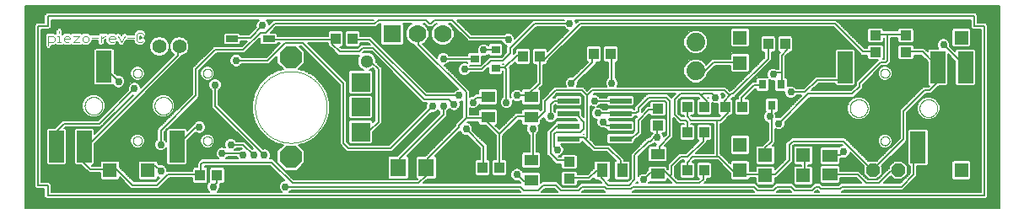
<source format=gtl>
G75*
%MOIN*%
%OFA0B0*%
%FSLAX25Y25*%
%IPPOS*%
%LPD*%
%AMOC8*
5,1,8,0,0,1.08239X$1,22.5*
%
%ADD10C,0.00000*%
%ADD11C,0.00600*%
%ADD12C,0.00300*%
%ADD13C,0.07400*%
%ADD14R,0.05512X0.04331*%
%ADD15R,0.04331X0.05512*%
%ADD16R,0.06299X0.07087*%
%ADD17R,0.05512X0.05512*%
%ADD18R,0.04724X0.02756*%
%ADD19R,0.08661X0.02362*%
%ADD20C,0.07000*%
%ADD21R,0.07000X0.07000*%
%ADD22OC8,0.05200*%
%ADD23C,0.05600*%
%ADD24R,0.03543X0.03150*%
%ADD25R,0.03150X0.03543*%
%ADD26R,0.03937X0.04331*%
%ADD27R,0.05906X0.05118*%
%ADD28R,0.04331X0.03937*%
%ADD29R,0.06000X0.12500*%
%ADD30R,0.05543X0.05543*%
%ADD31R,0.07400X0.07400*%
%ADD32OC8,0.08858*%
%ADD33C,0.02978*%
%ADD34C,0.05118*%
D10*
X0043898Y0027914D02*
X0043900Y0027998D01*
X0043906Y0028081D01*
X0043916Y0028164D01*
X0043930Y0028247D01*
X0043947Y0028329D01*
X0043969Y0028410D01*
X0043994Y0028489D01*
X0044023Y0028568D01*
X0044056Y0028645D01*
X0044092Y0028720D01*
X0044132Y0028794D01*
X0044175Y0028866D01*
X0044222Y0028935D01*
X0044272Y0029002D01*
X0044325Y0029067D01*
X0044381Y0029129D01*
X0044439Y0029189D01*
X0044501Y0029246D01*
X0044565Y0029299D01*
X0044632Y0029350D01*
X0044701Y0029397D01*
X0044772Y0029442D01*
X0044845Y0029482D01*
X0044920Y0029519D01*
X0044997Y0029553D01*
X0045075Y0029583D01*
X0045154Y0029609D01*
X0045235Y0029632D01*
X0045317Y0029650D01*
X0045399Y0029665D01*
X0045482Y0029676D01*
X0045565Y0029683D01*
X0045649Y0029686D01*
X0045733Y0029685D01*
X0045816Y0029680D01*
X0045900Y0029671D01*
X0045982Y0029658D01*
X0046064Y0029642D01*
X0046145Y0029621D01*
X0046226Y0029597D01*
X0046304Y0029569D01*
X0046382Y0029537D01*
X0046458Y0029501D01*
X0046532Y0029462D01*
X0046604Y0029420D01*
X0046674Y0029374D01*
X0046742Y0029325D01*
X0046807Y0029273D01*
X0046870Y0029218D01*
X0046930Y0029160D01*
X0046988Y0029099D01*
X0047042Y0029035D01*
X0047094Y0028969D01*
X0047142Y0028901D01*
X0047187Y0028830D01*
X0047228Y0028757D01*
X0047267Y0028683D01*
X0047301Y0028607D01*
X0047332Y0028529D01*
X0047359Y0028450D01*
X0047383Y0028369D01*
X0047402Y0028288D01*
X0047418Y0028206D01*
X0047430Y0028123D01*
X0047438Y0028039D01*
X0047442Y0027956D01*
X0047442Y0027872D01*
X0047438Y0027789D01*
X0047430Y0027705D01*
X0047418Y0027622D01*
X0047402Y0027540D01*
X0047383Y0027459D01*
X0047359Y0027378D01*
X0047332Y0027299D01*
X0047301Y0027221D01*
X0047267Y0027145D01*
X0047228Y0027071D01*
X0047187Y0026998D01*
X0047142Y0026927D01*
X0047094Y0026859D01*
X0047042Y0026793D01*
X0046988Y0026729D01*
X0046930Y0026668D01*
X0046870Y0026610D01*
X0046807Y0026555D01*
X0046742Y0026503D01*
X0046674Y0026454D01*
X0046604Y0026408D01*
X0046532Y0026366D01*
X0046458Y0026327D01*
X0046382Y0026291D01*
X0046304Y0026259D01*
X0046226Y0026231D01*
X0046145Y0026207D01*
X0046064Y0026186D01*
X0045982Y0026170D01*
X0045900Y0026157D01*
X0045816Y0026148D01*
X0045733Y0026143D01*
X0045649Y0026142D01*
X0045565Y0026145D01*
X0045482Y0026152D01*
X0045399Y0026163D01*
X0045317Y0026178D01*
X0045235Y0026196D01*
X0045154Y0026219D01*
X0045075Y0026245D01*
X0044997Y0026275D01*
X0044920Y0026309D01*
X0044845Y0026346D01*
X0044772Y0026386D01*
X0044701Y0026431D01*
X0044632Y0026478D01*
X0044565Y0026529D01*
X0044501Y0026582D01*
X0044439Y0026639D01*
X0044381Y0026699D01*
X0044325Y0026761D01*
X0044272Y0026826D01*
X0044222Y0026893D01*
X0044175Y0026962D01*
X0044132Y0027034D01*
X0044092Y0027108D01*
X0044056Y0027183D01*
X0044023Y0027260D01*
X0043994Y0027339D01*
X0043969Y0027418D01*
X0043947Y0027499D01*
X0043930Y0027581D01*
X0043916Y0027664D01*
X0043906Y0027747D01*
X0043900Y0027830D01*
X0043898Y0027914D01*
X0071528Y0027914D02*
X0071530Y0027998D01*
X0071536Y0028081D01*
X0071546Y0028164D01*
X0071560Y0028247D01*
X0071577Y0028329D01*
X0071599Y0028410D01*
X0071624Y0028489D01*
X0071653Y0028568D01*
X0071686Y0028645D01*
X0071722Y0028720D01*
X0071762Y0028794D01*
X0071805Y0028866D01*
X0071852Y0028935D01*
X0071902Y0029002D01*
X0071955Y0029067D01*
X0072011Y0029129D01*
X0072069Y0029189D01*
X0072131Y0029246D01*
X0072195Y0029299D01*
X0072262Y0029350D01*
X0072331Y0029397D01*
X0072402Y0029442D01*
X0072475Y0029482D01*
X0072550Y0029519D01*
X0072627Y0029553D01*
X0072705Y0029583D01*
X0072784Y0029609D01*
X0072865Y0029632D01*
X0072947Y0029650D01*
X0073029Y0029665D01*
X0073112Y0029676D01*
X0073195Y0029683D01*
X0073279Y0029686D01*
X0073363Y0029685D01*
X0073446Y0029680D01*
X0073530Y0029671D01*
X0073612Y0029658D01*
X0073694Y0029642D01*
X0073775Y0029621D01*
X0073856Y0029597D01*
X0073934Y0029569D01*
X0074012Y0029537D01*
X0074088Y0029501D01*
X0074162Y0029462D01*
X0074234Y0029420D01*
X0074304Y0029374D01*
X0074372Y0029325D01*
X0074437Y0029273D01*
X0074500Y0029218D01*
X0074560Y0029160D01*
X0074618Y0029099D01*
X0074672Y0029035D01*
X0074724Y0028969D01*
X0074772Y0028901D01*
X0074817Y0028830D01*
X0074858Y0028757D01*
X0074897Y0028683D01*
X0074931Y0028607D01*
X0074962Y0028529D01*
X0074989Y0028450D01*
X0075013Y0028369D01*
X0075032Y0028288D01*
X0075048Y0028206D01*
X0075060Y0028123D01*
X0075068Y0028039D01*
X0075072Y0027956D01*
X0075072Y0027872D01*
X0075068Y0027789D01*
X0075060Y0027705D01*
X0075048Y0027622D01*
X0075032Y0027540D01*
X0075013Y0027459D01*
X0074989Y0027378D01*
X0074962Y0027299D01*
X0074931Y0027221D01*
X0074897Y0027145D01*
X0074858Y0027071D01*
X0074817Y0026998D01*
X0074772Y0026927D01*
X0074724Y0026859D01*
X0074672Y0026793D01*
X0074618Y0026729D01*
X0074560Y0026668D01*
X0074500Y0026610D01*
X0074437Y0026555D01*
X0074372Y0026503D01*
X0074304Y0026454D01*
X0074234Y0026408D01*
X0074162Y0026366D01*
X0074088Y0026327D01*
X0074012Y0026291D01*
X0073934Y0026259D01*
X0073856Y0026231D01*
X0073775Y0026207D01*
X0073694Y0026186D01*
X0073612Y0026170D01*
X0073530Y0026157D01*
X0073446Y0026148D01*
X0073363Y0026143D01*
X0073279Y0026142D01*
X0073195Y0026145D01*
X0073112Y0026152D01*
X0073029Y0026163D01*
X0072947Y0026178D01*
X0072865Y0026196D01*
X0072784Y0026219D01*
X0072705Y0026245D01*
X0072627Y0026275D01*
X0072550Y0026309D01*
X0072475Y0026346D01*
X0072402Y0026386D01*
X0072331Y0026431D01*
X0072262Y0026478D01*
X0072195Y0026529D01*
X0072131Y0026582D01*
X0072069Y0026639D01*
X0072011Y0026699D01*
X0071955Y0026761D01*
X0071902Y0026826D01*
X0071852Y0026893D01*
X0071805Y0026962D01*
X0071762Y0027034D01*
X0071722Y0027108D01*
X0071686Y0027183D01*
X0071653Y0027260D01*
X0071624Y0027339D01*
X0071599Y0027418D01*
X0071577Y0027499D01*
X0071560Y0027581D01*
X0071546Y0027664D01*
X0071536Y0027747D01*
X0071530Y0027830D01*
X0071528Y0027914D01*
X0052406Y0041772D02*
X0052408Y0041890D01*
X0052414Y0042008D01*
X0052424Y0042126D01*
X0052438Y0042243D01*
X0052456Y0042360D01*
X0052478Y0042477D01*
X0052503Y0042592D01*
X0052533Y0042706D01*
X0052567Y0042820D01*
X0052604Y0042932D01*
X0052645Y0043043D01*
X0052690Y0043152D01*
X0052738Y0043260D01*
X0052790Y0043366D01*
X0052846Y0043471D01*
X0052905Y0043573D01*
X0052967Y0043673D01*
X0053033Y0043771D01*
X0053102Y0043867D01*
X0053175Y0043961D01*
X0053250Y0044052D01*
X0053329Y0044140D01*
X0053410Y0044226D01*
X0053495Y0044309D01*
X0053582Y0044389D01*
X0053671Y0044466D01*
X0053764Y0044540D01*
X0053858Y0044610D01*
X0053955Y0044678D01*
X0054055Y0044742D01*
X0054156Y0044803D01*
X0054259Y0044860D01*
X0054365Y0044914D01*
X0054472Y0044965D01*
X0054580Y0045011D01*
X0054690Y0045054D01*
X0054802Y0045093D01*
X0054915Y0045129D01*
X0055029Y0045160D01*
X0055144Y0045188D01*
X0055259Y0045212D01*
X0055376Y0045232D01*
X0055493Y0045248D01*
X0055611Y0045260D01*
X0055729Y0045268D01*
X0055847Y0045272D01*
X0055965Y0045272D01*
X0056083Y0045268D01*
X0056201Y0045260D01*
X0056319Y0045248D01*
X0056436Y0045232D01*
X0056553Y0045212D01*
X0056668Y0045188D01*
X0056783Y0045160D01*
X0056897Y0045129D01*
X0057010Y0045093D01*
X0057122Y0045054D01*
X0057232Y0045011D01*
X0057340Y0044965D01*
X0057447Y0044914D01*
X0057553Y0044860D01*
X0057656Y0044803D01*
X0057757Y0044742D01*
X0057857Y0044678D01*
X0057954Y0044610D01*
X0058048Y0044540D01*
X0058141Y0044466D01*
X0058230Y0044389D01*
X0058317Y0044309D01*
X0058402Y0044226D01*
X0058483Y0044140D01*
X0058562Y0044052D01*
X0058637Y0043961D01*
X0058710Y0043867D01*
X0058779Y0043771D01*
X0058845Y0043673D01*
X0058907Y0043573D01*
X0058966Y0043471D01*
X0059022Y0043366D01*
X0059074Y0043260D01*
X0059122Y0043152D01*
X0059167Y0043043D01*
X0059208Y0042932D01*
X0059245Y0042820D01*
X0059279Y0042706D01*
X0059309Y0042592D01*
X0059334Y0042477D01*
X0059356Y0042360D01*
X0059374Y0042243D01*
X0059388Y0042126D01*
X0059398Y0042008D01*
X0059404Y0041890D01*
X0059406Y0041772D01*
X0059404Y0041654D01*
X0059398Y0041536D01*
X0059388Y0041418D01*
X0059374Y0041301D01*
X0059356Y0041184D01*
X0059334Y0041067D01*
X0059309Y0040952D01*
X0059279Y0040838D01*
X0059245Y0040724D01*
X0059208Y0040612D01*
X0059167Y0040501D01*
X0059122Y0040392D01*
X0059074Y0040284D01*
X0059022Y0040178D01*
X0058966Y0040073D01*
X0058907Y0039971D01*
X0058845Y0039871D01*
X0058779Y0039773D01*
X0058710Y0039677D01*
X0058637Y0039583D01*
X0058562Y0039492D01*
X0058483Y0039404D01*
X0058402Y0039318D01*
X0058317Y0039235D01*
X0058230Y0039155D01*
X0058141Y0039078D01*
X0058048Y0039004D01*
X0057954Y0038934D01*
X0057857Y0038866D01*
X0057757Y0038802D01*
X0057656Y0038741D01*
X0057553Y0038684D01*
X0057447Y0038630D01*
X0057340Y0038579D01*
X0057232Y0038533D01*
X0057122Y0038490D01*
X0057010Y0038451D01*
X0056897Y0038415D01*
X0056783Y0038384D01*
X0056668Y0038356D01*
X0056553Y0038332D01*
X0056436Y0038312D01*
X0056319Y0038296D01*
X0056201Y0038284D01*
X0056083Y0038276D01*
X0055965Y0038272D01*
X0055847Y0038272D01*
X0055729Y0038276D01*
X0055611Y0038284D01*
X0055493Y0038296D01*
X0055376Y0038312D01*
X0055259Y0038332D01*
X0055144Y0038356D01*
X0055029Y0038384D01*
X0054915Y0038415D01*
X0054802Y0038451D01*
X0054690Y0038490D01*
X0054580Y0038533D01*
X0054472Y0038579D01*
X0054365Y0038630D01*
X0054259Y0038684D01*
X0054156Y0038741D01*
X0054055Y0038802D01*
X0053955Y0038866D01*
X0053858Y0038934D01*
X0053764Y0039004D01*
X0053671Y0039078D01*
X0053582Y0039155D01*
X0053495Y0039235D01*
X0053410Y0039318D01*
X0053329Y0039404D01*
X0053250Y0039492D01*
X0053175Y0039583D01*
X0053102Y0039677D01*
X0053033Y0039773D01*
X0052967Y0039871D01*
X0052905Y0039971D01*
X0052846Y0040073D01*
X0052790Y0040178D01*
X0052738Y0040284D01*
X0052690Y0040392D01*
X0052645Y0040501D01*
X0052604Y0040612D01*
X0052567Y0040724D01*
X0052533Y0040838D01*
X0052503Y0040952D01*
X0052478Y0041067D01*
X0052456Y0041184D01*
X0052438Y0041301D01*
X0052424Y0041418D01*
X0052414Y0041536D01*
X0052408Y0041654D01*
X0052406Y0041772D01*
X0024847Y0041772D02*
X0024849Y0041890D01*
X0024855Y0042008D01*
X0024865Y0042126D01*
X0024879Y0042243D01*
X0024897Y0042360D01*
X0024919Y0042477D01*
X0024944Y0042592D01*
X0024974Y0042706D01*
X0025008Y0042820D01*
X0025045Y0042932D01*
X0025086Y0043043D01*
X0025131Y0043152D01*
X0025179Y0043260D01*
X0025231Y0043366D01*
X0025287Y0043471D01*
X0025346Y0043573D01*
X0025408Y0043673D01*
X0025474Y0043771D01*
X0025543Y0043867D01*
X0025616Y0043961D01*
X0025691Y0044052D01*
X0025770Y0044140D01*
X0025851Y0044226D01*
X0025936Y0044309D01*
X0026023Y0044389D01*
X0026112Y0044466D01*
X0026205Y0044540D01*
X0026299Y0044610D01*
X0026396Y0044678D01*
X0026496Y0044742D01*
X0026597Y0044803D01*
X0026700Y0044860D01*
X0026806Y0044914D01*
X0026913Y0044965D01*
X0027021Y0045011D01*
X0027131Y0045054D01*
X0027243Y0045093D01*
X0027356Y0045129D01*
X0027470Y0045160D01*
X0027585Y0045188D01*
X0027700Y0045212D01*
X0027817Y0045232D01*
X0027934Y0045248D01*
X0028052Y0045260D01*
X0028170Y0045268D01*
X0028288Y0045272D01*
X0028406Y0045272D01*
X0028524Y0045268D01*
X0028642Y0045260D01*
X0028760Y0045248D01*
X0028877Y0045232D01*
X0028994Y0045212D01*
X0029109Y0045188D01*
X0029224Y0045160D01*
X0029338Y0045129D01*
X0029451Y0045093D01*
X0029563Y0045054D01*
X0029673Y0045011D01*
X0029781Y0044965D01*
X0029888Y0044914D01*
X0029994Y0044860D01*
X0030097Y0044803D01*
X0030198Y0044742D01*
X0030298Y0044678D01*
X0030395Y0044610D01*
X0030489Y0044540D01*
X0030582Y0044466D01*
X0030671Y0044389D01*
X0030758Y0044309D01*
X0030843Y0044226D01*
X0030924Y0044140D01*
X0031003Y0044052D01*
X0031078Y0043961D01*
X0031151Y0043867D01*
X0031220Y0043771D01*
X0031286Y0043673D01*
X0031348Y0043573D01*
X0031407Y0043471D01*
X0031463Y0043366D01*
X0031515Y0043260D01*
X0031563Y0043152D01*
X0031608Y0043043D01*
X0031649Y0042932D01*
X0031686Y0042820D01*
X0031720Y0042706D01*
X0031750Y0042592D01*
X0031775Y0042477D01*
X0031797Y0042360D01*
X0031815Y0042243D01*
X0031829Y0042126D01*
X0031839Y0042008D01*
X0031845Y0041890D01*
X0031847Y0041772D01*
X0031845Y0041654D01*
X0031839Y0041536D01*
X0031829Y0041418D01*
X0031815Y0041301D01*
X0031797Y0041184D01*
X0031775Y0041067D01*
X0031750Y0040952D01*
X0031720Y0040838D01*
X0031686Y0040724D01*
X0031649Y0040612D01*
X0031608Y0040501D01*
X0031563Y0040392D01*
X0031515Y0040284D01*
X0031463Y0040178D01*
X0031407Y0040073D01*
X0031348Y0039971D01*
X0031286Y0039871D01*
X0031220Y0039773D01*
X0031151Y0039677D01*
X0031078Y0039583D01*
X0031003Y0039492D01*
X0030924Y0039404D01*
X0030843Y0039318D01*
X0030758Y0039235D01*
X0030671Y0039155D01*
X0030582Y0039078D01*
X0030489Y0039004D01*
X0030395Y0038934D01*
X0030298Y0038866D01*
X0030198Y0038802D01*
X0030097Y0038741D01*
X0029994Y0038684D01*
X0029888Y0038630D01*
X0029781Y0038579D01*
X0029673Y0038533D01*
X0029563Y0038490D01*
X0029451Y0038451D01*
X0029338Y0038415D01*
X0029224Y0038384D01*
X0029109Y0038356D01*
X0028994Y0038332D01*
X0028877Y0038312D01*
X0028760Y0038296D01*
X0028642Y0038284D01*
X0028524Y0038276D01*
X0028406Y0038272D01*
X0028288Y0038272D01*
X0028170Y0038276D01*
X0028052Y0038284D01*
X0027934Y0038296D01*
X0027817Y0038312D01*
X0027700Y0038332D01*
X0027585Y0038356D01*
X0027470Y0038384D01*
X0027356Y0038415D01*
X0027243Y0038451D01*
X0027131Y0038490D01*
X0027021Y0038533D01*
X0026913Y0038579D01*
X0026806Y0038630D01*
X0026700Y0038684D01*
X0026597Y0038741D01*
X0026496Y0038802D01*
X0026396Y0038866D01*
X0026299Y0038934D01*
X0026205Y0039004D01*
X0026112Y0039078D01*
X0026023Y0039155D01*
X0025936Y0039235D01*
X0025851Y0039318D01*
X0025770Y0039404D01*
X0025691Y0039492D01*
X0025616Y0039583D01*
X0025543Y0039677D01*
X0025474Y0039773D01*
X0025408Y0039871D01*
X0025346Y0039971D01*
X0025287Y0040073D01*
X0025231Y0040178D01*
X0025179Y0040284D01*
X0025131Y0040392D01*
X0025086Y0040501D01*
X0025045Y0040612D01*
X0025008Y0040724D01*
X0024974Y0040838D01*
X0024944Y0040952D01*
X0024919Y0041067D01*
X0024897Y0041184D01*
X0024879Y0041301D01*
X0024865Y0041418D01*
X0024855Y0041536D01*
X0024849Y0041654D01*
X0024847Y0041772D01*
X0043898Y0054686D02*
X0043900Y0054770D01*
X0043906Y0054853D01*
X0043916Y0054936D01*
X0043930Y0055019D01*
X0043947Y0055101D01*
X0043969Y0055182D01*
X0043994Y0055261D01*
X0044023Y0055340D01*
X0044056Y0055417D01*
X0044092Y0055492D01*
X0044132Y0055566D01*
X0044175Y0055638D01*
X0044222Y0055707D01*
X0044272Y0055774D01*
X0044325Y0055839D01*
X0044381Y0055901D01*
X0044439Y0055961D01*
X0044501Y0056018D01*
X0044565Y0056071D01*
X0044632Y0056122D01*
X0044701Y0056169D01*
X0044772Y0056214D01*
X0044845Y0056254D01*
X0044920Y0056291D01*
X0044997Y0056325D01*
X0045075Y0056355D01*
X0045154Y0056381D01*
X0045235Y0056404D01*
X0045317Y0056422D01*
X0045399Y0056437D01*
X0045482Y0056448D01*
X0045565Y0056455D01*
X0045649Y0056458D01*
X0045733Y0056457D01*
X0045816Y0056452D01*
X0045900Y0056443D01*
X0045982Y0056430D01*
X0046064Y0056414D01*
X0046145Y0056393D01*
X0046226Y0056369D01*
X0046304Y0056341D01*
X0046382Y0056309D01*
X0046458Y0056273D01*
X0046532Y0056234D01*
X0046604Y0056192D01*
X0046674Y0056146D01*
X0046742Y0056097D01*
X0046807Y0056045D01*
X0046870Y0055990D01*
X0046930Y0055932D01*
X0046988Y0055871D01*
X0047042Y0055807D01*
X0047094Y0055741D01*
X0047142Y0055673D01*
X0047187Y0055602D01*
X0047228Y0055529D01*
X0047267Y0055455D01*
X0047301Y0055379D01*
X0047332Y0055301D01*
X0047359Y0055222D01*
X0047383Y0055141D01*
X0047402Y0055060D01*
X0047418Y0054978D01*
X0047430Y0054895D01*
X0047438Y0054811D01*
X0047442Y0054728D01*
X0047442Y0054644D01*
X0047438Y0054561D01*
X0047430Y0054477D01*
X0047418Y0054394D01*
X0047402Y0054312D01*
X0047383Y0054231D01*
X0047359Y0054150D01*
X0047332Y0054071D01*
X0047301Y0053993D01*
X0047267Y0053917D01*
X0047228Y0053843D01*
X0047187Y0053770D01*
X0047142Y0053699D01*
X0047094Y0053631D01*
X0047042Y0053565D01*
X0046988Y0053501D01*
X0046930Y0053440D01*
X0046870Y0053382D01*
X0046807Y0053327D01*
X0046742Y0053275D01*
X0046674Y0053226D01*
X0046604Y0053180D01*
X0046532Y0053138D01*
X0046458Y0053099D01*
X0046382Y0053063D01*
X0046304Y0053031D01*
X0046226Y0053003D01*
X0046145Y0052979D01*
X0046064Y0052958D01*
X0045982Y0052942D01*
X0045900Y0052929D01*
X0045816Y0052920D01*
X0045733Y0052915D01*
X0045649Y0052914D01*
X0045565Y0052917D01*
X0045482Y0052924D01*
X0045399Y0052935D01*
X0045317Y0052950D01*
X0045235Y0052968D01*
X0045154Y0052991D01*
X0045075Y0053017D01*
X0044997Y0053047D01*
X0044920Y0053081D01*
X0044845Y0053118D01*
X0044772Y0053158D01*
X0044701Y0053203D01*
X0044632Y0053250D01*
X0044565Y0053301D01*
X0044501Y0053354D01*
X0044439Y0053411D01*
X0044381Y0053471D01*
X0044325Y0053533D01*
X0044272Y0053598D01*
X0044222Y0053665D01*
X0044175Y0053734D01*
X0044132Y0053806D01*
X0044092Y0053880D01*
X0044056Y0053955D01*
X0044023Y0054032D01*
X0043994Y0054111D01*
X0043969Y0054190D01*
X0043947Y0054271D01*
X0043930Y0054353D01*
X0043916Y0054436D01*
X0043906Y0054519D01*
X0043900Y0054602D01*
X0043898Y0054686D01*
X0071528Y0054686D02*
X0071530Y0054770D01*
X0071536Y0054853D01*
X0071546Y0054936D01*
X0071560Y0055019D01*
X0071577Y0055101D01*
X0071599Y0055182D01*
X0071624Y0055261D01*
X0071653Y0055340D01*
X0071686Y0055417D01*
X0071722Y0055492D01*
X0071762Y0055566D01*
X0071805Y0055638D01*
X0071852Y0055707D01*
X0071902Y0055774D01*
X0071955Y0055839D01*
X0072011Y0055901D01*
X0072069Y0055961D01*
X0072131Y0056018D01*
X0072195Y0056071D01*
X0072262Y0056122D01*
X0072331Y0056169D01*
X0072402Y0056214D01*
X0072475Y0056254D01*
X0072550Y0056291D01*
X0072627Y0056325D01*
X0072705Y0056355D01*
X0072784Y0056381D01*
X0072865Y0056404D01*
X0072947Y0056422D01*
X0073029Y0056437D01*
X0073112Y0056448D01*
X0073195Y0056455D01*
X0073279Y0056458D01*
X0073363Y0056457D01*
X0073446Y0056452D01*
X0073530Y0056443D01*
X0073612Y0056430D01*
X0073694Y0056414D01*
X0073775Y0056393D01*
X0073856Y0056369D01*
X0073934Y0056341D01*
X0074012Y0056309D01*
X0074088Y0056273D01*
X0074162Y0056234D01*
X0074234Y0056192D01*
X0074304Y0056146D01*
X0074372Y0056097D01*
X0074437Y0056045D01*
X0074500Y0055990D01*
X0074560Y0055932D01*
X0074618Y0055871D01*
X0074672Y0055807D01*
X0074724Y0055741D01*
X0074772Y0055673D01*
X0074817Y0055602D01*
X0074858Y0055529D01*
X0074897Y0055455D01*
X0074931Y0055379D01*
X0074962Y0055301D01*
X0074989Y0055222D01*
X0075013Y0055141D01*
X0075032Y0055060D01*
X0075048Y0054978D01*
X0075060Y0054895D01*
X0075068Y0054811D01*
X0075072Y0054728D01*
X0075072Y0054644D01*
X0075068Y0054561D01*
X0075060Y0054477D01*
X0075048Y0054394D01*
X0075032Y0054312D01*
X0075013Y0054231D01*
X0074989Y0054150D01*
X0074962Y0054071D01*
X0074931Y0053993D01*
X0074897Y0053917D01*
X0074858Y0053843D01*
X0074817Y0053770D01*
X0074772Y0053699D01*
X0074724Y0053631D01*
X0074672Y0053565D01*
X0074618Y0053501D01*
X0074560Y0053440D01*
X0074500Y0053382D01*
X0074437Y0053327D01*
X0074372Y0053275D01*
X0074304Y0053226D01*
X0074234Y0053180D01*
X0074162Y0053138D01*
X0074088Y0053099D01*
X0074012Y0053063D01*
X0073934Y0053031D01*
X0073856Y0053003D01*
X0073775Y0052979D01*
X0073694Y0052958D01*
X0073612Y0052942D01*
X0073530Y0052929D01*
X0073446Y0052920D01*
X0073363Y0052915D01*
X0073279Y0052914D01*
X0073195Y0052917D01*
X0073112Y0052924D01*
X0073029Y0052935D01*
X0072947Y0052950D01*
X0072865Y0052968D01*
X0072784Y0052991D01*
X0072705Y0053017D01*
X0072627Y0053047D01*
X0072550Y0053081D01*
X0072475Y0053118D01*
X0072402Y0053158D01*
X0072331Y0053203D01*
X0072262Y0053250D01*
X0072195Y0053301D01*
X0072131Y0053354D01*
X0072069Y0053411D01*
X0072011Y0053471D01*
X0071955Y0053533D01*
X0071902Y0053598D01*
X0071852Y0053665D01*
X0071805Y0053734D01*
X0071762Y0053806D01*
X0071722Y0053880D01*
X0071686Y0053955D01*
X0071653Y0054032D01*
X0071624Y0054111D01*
X0071599Y0054190D01*
X0071577Y0054271D01*
X0071560Y0054353D01*
X0071546Y0054436D01*
X0071536Y0054519D01*
X0071530Y0054602D01*
X0071528Y0054686D01*
X0092127Y0041300D02*
X0092131Y0041648D01*
X0092144Y0041995D01*
X0092165Y0042343D01*
X0092195Y0042689D01*
X0092234Y0043035D01*
X0092280Y0043380D01*
X0092336Y0043723D01*
X0092399Y0044065D01*
X0092471Y0044405D01*
X0092552Y0044744D01*
X0092640Y0045080D01*
X0092737Y0045414D01*
X0092842Y0045746D01*
X0092955Y0046075D01*
X0093077Y0046401D01*
X0093206Y0046724D01*
X0093343Y0047043D01*
X0093488Y0047360D01*
X0093640Y0047672D01*
X0093801Y0047981D01*
X0093968Y0048286D01*
X0094143Y0048586D01*
X0094326Y0048883D01*
X0094516Y0049174D01*
X0094712Y0049461D01*
X0094916Y0049743D01*
X0095127Y0050020D01*
X0095344Y0050291D01*
X0095568Y0050557D01*
X0095798Y0050818D01*
X0096035Y0051073D01*
X0096278Y0051322D01*
X0096527Y0051565D01*
X0096782Y0051802D01*
X0097043Y0052032D01*
X0097309Y0052256D01*
X0097580Y0052473D01*
X0097857Y0052684D01*
X0098139Y0052888D01*
X0098426Y0053084D01*
X0098717Y0053274D01*
X0099014Y0053457D01*
X0099314Y0053632D01*
X0099619Y0053799D01*
X0099928Y0053960D01*
X0100240Y0054112D01*
X0100557Y0054257D01*
X0100876Y0054394D01*
X0101199Y0054523D01*
X0101525Y0054645D01*
X0101854Y0054758D01*
X0102186Y0054863D01*
X0102520Y0054960D01*
X0102856Y0055048D01*
X0103195Y0055129D01*
X0103535Y0055201D01*
X0103877Y0055264D01*
X0104220Y0055320D01*
X0104565Y0055366D01*
X0104911Y0055405D01*
X0105257Y0055435D01*
X0105605Y0055456D01*
X0105952Y0055469D01*
X0106300Y0055473D01*
X0106648Y0055469D01*
X0106995Y0055456D01*
X0107343Y0055435D01*
X0107689Y0055405D01*
X0108035Y0055366D01*
X0108380Y0055320D01*
X0108723Y0055264D01*
X0109065Y0055201D01*
X0109405Y0055129D01*
X0109744Y0055048D01*
X0110080Y0054960D01*
X0110414Y0054863D01*
X0110746Y0054758D01*
X0111075Y0054645D01*
X0111401Y0054523D01*
X0111724Y0054394D01*
X0112043Y0054257D01*
X0112360Y0054112D01*
X0112672Y0053960D01*
X0112981Y0053799D01*
X0113286Y0053632D01*
X0113586Y0053457D01*
X0113883Y0053274D01*
X0114174Y0053084D01*
X0114461Y0052888D01*
X0114743Y0052684D01*
X0115020Y0052473D01*
X0115291Y0052256D01*
X0115557Y0052032D01*
X0115818Y0051802D01*
X0116073Y0051565D01*
X0116322Y0051322D01*
X0116565Y0051073D01*
X0116802Y0050818D01*
X0117032Y0050557D01*
X0117256Y0050291D01*
X0117473Y0050020D01*
X0117684Y0049743D01*
X0117888Y0049461D01*
X0118084Y0049174D01*
X0118274Y0048883D01*
X0118457Y0048586D01*
X0118632Y0048286D01*
X0118799Y0047981D01*
X0118960Y0047672D01*
X0119112Y0047360D01*
X0119257Y0047043D01*
X0119394Y0046724D01*
X0119523Y0046401D01*
X0119645Y0046075D01*
X0119758Y0045746D01*
X0119863Y0045414D01*
X0119960Y0045080D01*
X0120048Y0044744D01*
X0120129Y0044405D01*
X0120201Y0044065D01*
X0120264Y0043723D01*
X0120320Y0043380D01*
X0120366Y0043035D01*
X0120405Y0042689D01*
X0120435Y0042343D01*
X0120456Y0041995D01*
X0120469Y0041648D01*
X0120473Y0041300D01*
X0120469Y0040952D01*
X0120456Y0040605D01*
X0120435Y0040257D01*
X0120405Y0039911D01*
X0120366Y0039565D01*
X0120320Y0039220D01*
X0120264Y0038877D01*
X0120201Y0038535D01*
X0120129Y0038195D01*
X0120048Y0037856D01*
X0119960Y0037520D01*
X0119863Y0037186D01*
X0119758Y0036854D01*
X0119645Y0036525D01*
X0119523Y0036199D01*
X0119394Y0035876D01*
X0119257Y0035557D01*
X0119112Y0035240D01*
X0118960Y0034928D01*
X0118799Y0034619D01*
X0118632Y0034314D01*
X0118457Y0034014D01*
X0118274Y0033717D01*
X0118084Y0033426D01*
X0117888Y0033139D01*
X0117684Y0032857D01*
X0117473Y0032580D01*
X0117256Y0032309D01*
X0117032Y0032043D01*
X0116802Y0031782D01*
X0116565Y0031527D01*
X0116322Y0031278D01*
X0116073Y0031035D01*
X0115818Y0030798D01*
X0115557Y0030568D01*
X0115291Y0030344D01*
X0115020Y0030127D01*
X0114743Y0029916D01*
X0114461Y0029712D01*
X0114174Y0029516D01*
X0113883Y0029326D01*
X0113586Y0029143D01*
X0113286Y0028968D01*
X0112981Y0028801D01*
X0112672Y0028640D01*
X0112360Y0028488D01*
X0112043Y0028343D01*
X0111724Y0028206D01*
X0111401Y0028077D01*
X0111075Y0027955D01*
X0110746Y0027842D01*
X0110414Y0027737D01*
X0110080Y0027640D01*
X0109744Y0027552D01*
X0109405Y0027471D01*
X0109065Y0027399D01*
X0108723Y0027336D01*
X0108380Y0027280D01*
X0108035Y0027234D01*
X0107689Y0027195D01*
X0107343Y0027165D01*
X0106995Y0027144D01*
X0106648Y0027131D01*
X0106300Y0027127D01*
X0105952Y0027131D01*
X0105605Y0027144D01*
X0105257Y0027165D01*
X0104911Y0027195D01*
X0104565Y0027234D01*
X0104220Y0027280D01*
X0103877Y0027336D01*
X0103535Y0027399D01*
X0103195Y0027471D01*
X0102856Y0027552D01*
X0102520Y0027640D01*
X0102186Y0027737D01*
X0101854Y0027842D01*
X0101525Y0027955D01*
X0101199Y0028077D01*
X0100876Y0028206D01*
X0100557Y0028343D01*
X0100240Y0028488D01*
X0099928Y0028640D01*
X0099619Y0028801D01*
X0099314Y0028968D01*
X0099014Y0029143D01*
X0098717Y0029326D01*
X0098426Y0029516D01*
X0098139Y0029712D01*
X0097857Y0029916D01*
X0097580Y0030127D01*
X0097309Y0030344D01*
X0097043Y0030568D01*
X0096782Y0030798D01*
X0096527Y0031035D01*
X0096278Y0031278D01*
X0096035Y0031527D01*
X0095798Y0031782D01*
X0095568Y0032043D01*
X0095344Y0032309D01*
X0095127Y0032580D01*
X0094916Y0032857D01*
X0094712Y0033139D01*
X0094516Y0033426D01*
X0094326Y0033717D01*
X0094143Y0034014D01*
X0093968Y0034314D01*
X0093801Y0034619D01*
X0093640Y0034928D01*
X0093488Y0035240D01*
X0093343Y0035557D01*
X0093206Y0035876D01*
X0093077Y0036199D01*
X0092955Y0036525D01*
X0092842Y0036854D01*
X0092737Y0037186D01*
X0092640Y0037520D01*
X0092552Y0037856D01*
X0092471Y0038195D01*
X0092399Y0038535D01*
X0092336Y0038877D01*
X0092280Y0039220D01*
X0092234Y0039565D01*
X0092195Y0039911D01*
X0092165Y0040257D01*
X0092144Y0040605D01*
X0092131Y0040952D01*
X0092127Y0041300D01*
X0327209Y0040828D02*
X0327211Y0040946D01*
X0327217Y0041064D01*
X0327227Y0041182D01*
X0327241Y0041299D01*
X0327259Y0041416D01*
X0327281Y0041533D01*
X0327306Y0041648D01*
X0327336Y0041762D01*
X0327370Y0041876D01*
X0327407Y0041988D01*
X0327448Y0042099D01*
X0327493Y0042208D01*
X0327541Y0042316D01*
X0327593Y0042422D01*
X0327649Y0042527D01*
X0327708Y0042629D01*
X0327770Y0042729D01*
X0327836Y0042827D01*
X0327905Y0042923D01*
X0327978Y0043017D01*
X0328053Y0043108D01*
X0328132Y0043196D01*
X0328213Y0043282D01*
X0328298Y0043365D01*
X0328385Y0043445D01*
X0328474Y0043522D01*
X0328567Y0043596D01*
X0328661Y0043666D01*
X0328758Y0043734D01*
X0328858Y0043798D01*
X0328959Y0043859D01*
X0329062Y0043916D01*
X0329168Y0043970D01*
X0329275Y0044021D01*
X0329383Y0044067D01*
X0329493Y0044110D01*
X0329605Y0044149D01*
X0329718Y0044185D01*
X0329832Y0044216D01*
X0329947Y0044244D01*
X0330062Y0044268D01*
X0330179Y0044288D01*
X0330296Y0044304D01*
X0330414Y0044316D01*
X0330532Y0044324D01*
X0330650Y0044328D01*
X0330768Y0044328D01*
X0330886Y0044324D01*
X0331004Y0044316D01*
X0331122Y0044304D01*
X0331239Y0044288D01*
X0331356Y0044268D01*
X0331471Y0044244D01*
X0331586Y0044216D01*
X0331700Y0044185D01*
X0331813Y0044149D01*
X0331925Y0044110D01*
X0332035Y0044067D01*
X0332143Y0044021D01*
X0332250Y0043970D01*
X0332356Y0043916D01*
X0332459Y0043859D01*
X0332560Y0043798D01*
X0332660Y0043734D01*
X0332757Y0043666D01*
X0332851Y0043596D01*
X0332944Y0043522D01*
X0333033Y0043445D01*
X0333120Y0043365D01*
X0333205Y0043282D01*
X0333286Y0043196D01*
X0333365Y0043108D01*
X0333440Y0043017D01*
X0333513Y0042923D01*
X0333582Y0042827D01*
X0333648Y0042729D01*
X0333710Y0042629D01*
X0333769Y0042527D01*
X0333825Y0042422D01*
X0333877Y0042316D01*
X0333925Y0042208D01*
X0333970Y0042099D01*
X0334011Y0041988D01*
X0334048Y0041876D01*
X0334082Y0041762D01*
X0334112Y0041648D01*
X0334137Y0041533D01*
X0334159Y0041416D01*
X0334177Y0041299D01*
X0334191Y0041182D01*
X0334201Y0041064D01*
X0334207Y0040946D01*
X0334209Y0040828D01*
X0334207Y0040710D01*
X0334201Y0040592D01*
X0334191Y0040474D01*
X0334177Y0040357D01*
X0334159Y0040240D01*
X0334137Y0040123D01*
X0334112Y0040008D01*
X0334082Y0039894D01*
X0334048Y0039780D01*
X0334011Y0039668D01*
X0333970Y0039557D01*
X0333925Y0039448D01*
X0333877Y0039340D01*
X0333825Y0039234D01*
X0333769Y0039129D01*
X0333710Y0039027D01*
X0333648Y0038927D01*
X0333582Y0038829D01*
X0333513Y0038733D01*
X0333440Y0038639D01*
X0333365Y0038548D01*
X0333286Y0038460D01*
X0333205Y0038374D01*
X0333120Y0038291D01*
X0333033Y0038211D01*
X0332944Y0038134D01*
X0332851Y0038060D01*
X0332757Y0037990D01*
X0332660Y0037922D01*
X0332560Y0037858D01*
X0332459Y0037797D01*
X0332356Y0037740D01*
X0332250Y0037686D01*
X0332143Y0037635D01*
X0332035Y0037589D01*
X0331925Y0037546D01*
X0331813Y0037507D01*
X0331700Y0037471D01*
X0331586Y0037440D01*
X0331471Y0037412D01*
X0331356Y0037388D01*
X0331239Y0037368D01*
X0331122Y0037352D01*
X0331004Y0037340D01*
X0330886Y0037332D01*
X0330768Y0037328D01*
X0330650Y0037328D01*
X0330532Y0037332D01*
X0330414Y0037340D01*
X0330296Y0037352D01*
X0330179Y0037368D01*
X0330062Y0037388D01*
X0329947Y0037412D01*
X0329832Y0037440D01*
X0329718Y0037471D01*
X0329605Y0037507D01*
X0329493Y0037546D01*
X0329383Y0037589D01*
X0329275Y0037635D01*
X0329168Y0037686D01*
X0329062Y0037740D01*
X0328959Y0037797D01*
X0328858Y0037858D01*
X0328758Y0037922D01*
X0328661Y0037990D01*
X0328567Y0038060D01*
X0328474Y0038134D01*
X0328385Y0038211D01*
X0328298Y0038291D01*
X0328213Y0038374D01*
X0328132Y0038460D01*
X0328053Y0038548D01*
X0327978Y0038639D01*
X0327905Y0038733D01*
X0327836Y0038829D01*
X0327770Y0038927D01*
X0327708Y0039027D01*
X0327649Y0039129D01*
X0327593Y0039234D01*
X0327541Y0039340D01*
X0327493Y0039448D01*
X0327448Y0039557D01*
X0327407Y0039668D01*
X0327370Y0039780D01*
X0327336Y0039894D01*
X0327306Y0040008D01*
X0327281Y0040123D01*
X0327259Y0040240D01*
X0327241Y0040357D01*
X0327227Y0040474D01*
X0327217Y0040592D01*
X0327211Y0040710D01*
X0327209Y0040828D01*
X0354769Y0040828D02*
X0354771Y0040946D01*
X0354777Y0041064D01*
X0354787Y0041182D01*
X0354801Y0041299D01*
X0354819Y0041416D01*
X0354841Y0041533D01*
X0354866Y0041648D01*
X0354896Y0041762D01*
X0354930Y0041876D01*
X0354967Y0041988D01*
X0355008Y0042099D01*
X0355053Y0042208D01*
X0355101Y0042316D01*
X0355153Y0042422D01*
X0355209Y0042527D01*
X0355268Y0042629D01*
X0355330Y0042729D01*
X0355396Y0042827D01*
X0355465Y0042923D01*
X0355538Y0043017D01*
X0355613Y0043108D01*
X0355692Y0043196D01*
X0355773Y0043282D01*
X0355858Y0043365D01*
X0355945Y0043445D01*
X0356034Y0043522D01*
X0356127Y0043596D01*
X0356221Y0043666D01*
X0356318Y0043734D01*
X0356418Y0043798D01*
X0356519Y0043859D01*
X0356622Y0043916D01*
X0356728Y0043970D01*
X0356835Y0044021D01*
X0356943Y0044067D01*
X0357053Y0044110D01*
X0357165Y0044149D01*
X0357278Y0044185D01*
X0357392Y0044216D01*
X0357507Y0044244D01*
X0357622Y0044268D01*
X0357739Y0044288D01*
X0357856Y0044304D01*
X0357974Y0044316D01*
X0358092Y0044324D01*
X0358210Y0044328D01*
X0358328Y0044328D01*
X0358446Y0044324D01*
X0358564Y0044316D01*
X0358682Y0044304D01*
X0358799Y0044288D01*
X0358916Y0044268D01*
X0359031Y0044244D01*
X0359146Y0044216D01*
X0359260Y0044185D01*
X0359373Y0044149D01*
X0359485Y0044110D01*
X0359595Y0044067D01*
X0359703Y0044021D01*
X0359810Y0043970D01*
X0359916Y0043916D01*
X0360019Y0043859D01*
X0360120Y0043798D01*
X0360220Y0043734D01*
X0360317Y0043666D01*
X0360411Y0043596D01*
X0360504Y0043522D01*
X0360593Y0043445D01*
X0360680Y0043365D01*
X0360765Y0043282D01*
X0360846Y0043196D01*
X0360925Y0043108D01*
X0361000Y0043017D01*
X0361073Y0042923D01*
X0361142Y0042827D01*
X0361208Y0042729D01*
X0361270Y0042629D01*
X0361329Y0042527D01*
X0361385Y0042422D01*
X0361437Y0042316D01*
X0361485Y0042208D01*
X0361530Y0042099D01*
X0361571Y0041988D01*
X0361608Y0041876D01*
X0361642Y0041762D01*
X0361672Y0041648D01*
X0361697Y0041533D01*
X0361719Y0041416D01*
X0361737Y0041299D01*
X0361751Y0041182D01*
X0361761Y0041064D01*
X0361767Y0040946D01*
X0361769Y0040828D01*
X0361767Y0040710D01*
X0361761Y0040592D01*
X0361751Y0040474D01*
X0361737Y0040357D01*
X0361719Y0040240D01*
X0361697Y0040123D01*
X0361672Y0040008D01*
X0361642Y0039894D01*
X0361608Y0039780D01*
X0361571Y0039668D01*
X0361530Y0039557D01*
X0361485Y0039448D01*
X0361437Y0039340D01*
X0361385Y0039234D01*
X0361329Y0039129D01*
X0361270Y0039027D01*
X0361208Y0038927D01*
X0361142Y0038829D01*
X0361073Y0038733D01*
X0361000Y0038639D01*
X0360925Y0038548D01*
X0360846Y0038460D01*
X0360765Y0038374D01*
X0360680Y0038291D01*
X0360593Y0038211D01*
X0360504Y0038134D01*
X0360411Y0038060D01*
X0360317Y0037990D01*
X0360220Y0037922D01*
X0360120Y0037858D01*
X0360019Y0037797D01*
X0359916Y0037740D01*
X0359810Y0037686D01*
X0359703Y0037635D01*
X0359595Y0037589D01*
X0359485Y0037546D01*
X0359373Y0037507D01*
X0359260Y0037471D01*
X0359146Y0037440D01*
X0359031Y0037412D01*
X0358916Y0037388D01*
X0358799Y0037368D01*
X0358682Y0037352D01*
X0358564Y0037340D01*
X0358446Y0037332D01*
X0358328Y0037328D01*
X0358210Y0037328D01*
X0358092Y0037332D01*
X0357974Y0037340D01*
X0357856Y0037352D01*
X0357739Y0037368D01*
X0357622Y0037388D01*
X0357507Y0037412D01*
X0357392Y0037440D01*
X0357278Y0037471D01*
X0357165Y0037507D01*
X0357053Y0037546D01*
X0356943Y0037589D01*
X0356835Y0037635D01*
X0356728Y0037686D01*
X0356622Y0037740D01*
X0356519Y0037797D01*
X0356418Y0037858D01*
X0356318Y0037922D01*
X0356221Y0037990D01*
X0356127Y0038060D01*
X0356034Y0038134D01*
X0355945Y0038211D01*
X0355858Y0038291D01*
X0355773Y0038374D01*
X0355692Y0038460D01*
X0355613Y0038548D01*
X0355538Y0038639D01*
X0355465Y0038733D01*
X0355396Y0038829D01*
X0355330Y0038927D01*
X0355268Y0039027D01*
X0355209Y0039129D01*
X0355153Y0039234D01*
X0355101Y0039340D01*
X0355053Y0039448D01*
X0355008Y0039557D01*
X0354967Y0039668D01*
X0354930Y0039780D01*
X0354896Y0039894D01*
X0354866Y0040008D01*
X0354841Y0040123D01*
X0354819Y0040240D01*
X0354801Y0040357D01*
X0354787Y0040474D01*
X0354777Y0040592D01*
X0354771Y0040710D01*
X0354769Y0040828D01*
X0339328Y0027914D02*
X0339330Y0027998D01*
X0339336Y0028081D01*
X0339346Y0028164D01*
X0339360Y0028247D01*
X0339377Y0028329D01*
X0339399Y0028410D01*
X0339424Y0028489D01*
X0339453Y0028568D01*
X0339486Y0028645D01*
X0339522Y0028720D01*
X0339562Y0028794D01*
X0339605Y0028866D01*
X0339652Y0028935D01*
X0339702Y0029002D01*
X0339755Y0029067D01*
X0339811Y0029129D01*
X0339869Y0029189D01*
X0339931Y0029246D01*
X0339995Y0029299D01*
X0340062Y0029350D01*
X0340131Y0029397D01*
X0340202Y0029442D01*
X0340275Y0029482D01*
X0340350Y0029519D01*
X0340427Y0029553D01*
X0340505Y0029583D01*
X0340584Y0029609D01*
X0340665Y0029632D01*
X0340747Y0029650D01*
X0340829Y0029665D01*
X0340912Y0029676D01*
X0340995Y0029683D01*
X0341079Y0029686D01*
X0341163Y0029685D01*
X0341246Y0029680D01*
X0341330Y0029671D01*
X0341412Y0029658D01*
X0341494Y0029642D01*
X0341575Y0029621D01*
X0341656Y0029597D01*
X0341734Y0029569D01*
X0341812Y0029537D01*
X0341888Y0029501D01*
X0341962Y0029462D01*
X0342034Y0029420D01*
X0342104Y0029374D01*
X0342172Y0029325D01*
X0342237Y0029273D01*
X0342300Y0029218D01*
X0342360Y0029160D01*
X0342418Y0029099D01*
X0342472Y0029035D01*
X0342524Y0028969D01*
X0342572Y0028901D01*
X0342617Y0028830D01*
X0342658Y0028757D01*
X0342697Y0028683D01*
X0342731Y0028607D01*
X0342762Y0028529D01*
X0342789Y0028450D01*
X0342813Y0028369D01*
X0342832Y0028288D01*
X0342848Y0028206D01*
X0342860Y0028123D01*
X0342868Y0028039D01*
X0342872Y0027956D01*
X0342872Y0027872D01*
X0342868Y0027789D01*
X0342860Y0027705D01*
X0342848Y0027622D01*
X0342832Y0027540D01*
X0342813Y0027459D01*
X0342789Y0027378D01*
X0342762Y0027299D01*
X0342731Y0027221D01*
X0342697Y0027145D01*
X0342658Y0027071D01*
X0342617Y0026998D01*
X0342572Y0026927D01*
X0342524Y0026859D01*
X0342472Y0026793D01*
X0342418Y0026729D01*
X0342360Y0026668D01*
X0342300Y0026610D01*
X0342237Y0026555D01*
X0342172Y0026503D01*
X0342104Y0026454D01*
X0342034Y0026408D01*
X0341962Y0026366D01*
X0341888Y0026327D01*
X0341812Y0026291D01*
X0341734Y0026259D01*
X0341656Y0026231D01*
X0341575Y0026207D01*
X0341494Y0026186D01*
X0341412Y0026170D01*
X0341330Y0026157D01*
X0341246Y0026148D01*
X0341163Y0026143D01*
X0341079Y0026142D01*
X0340995Y0026145D01*
X0340912Y0026152D01*
X0340829Y0026163D01*
X0340747Y0026178D01*
X0340665Y0026196D01*
X0340584Y0026219D01*
X0340505Y0026245D01*
X0340427Y0026275D01*
X0340350Y0026309D01*
X0340275Y0026346D01*
X0340202Y0026386D01*
X0340131Y0026431D01*
X0340062Y0026478D01*
X0339995Y0026529D01*
X0339931Y0026582D01*
X0339869Y0026639D01*
X0339811Y0026699D01*
X0339755Y0026761D01*
X0339702Y0026826D01*
X0339652Y0026893D01*
X0339605Y0026962D01*
X0339562Y0027034D01*
X0339522Y0027108D01*
X0339486Y0027183D01*
X0339453Y0027260D01*
X0339424Y0027339D01*
X0339399Y0027418D01*
X0339377Y0027499D01*
X0339360Y0027581D01*
X0339346Y0027664D01*
X0339336Y0027747D01*
X0339330Y0027830D01*
X0339328Y0027914D01*
X0378800Y0006300D02*
X0380158Y0006300D01*
X0339328Y0054686D02*
X0339330Y0054770D01*
X0339336Y0054853D01*
X0339346Y0054936D01*
X0339360Y0055019D01*
X0339377Y0055101D01*
X0339399Y0055182D01*
X0339424Y0055261D01*
X0339453Y0055340D01*
X0339486Y0055417D01*
X0339522Y0055492D01*
X0339562Y0055566D01*
X0339605Y0055638D01*
X0339652Y0055707D01*
X0339702Y0055774D01*
X0339755Y0055839D01*
X0339811Y0055901D01*
X0339869Y0055961D01*
X0339931Y0056018D01*
X0339995Y0056071D01*
X0340062Y0056122D01*
X0340131Y0056169D01*
X0340202Y0056214D01*
X0340275Y0056254D01*
X0340350Y0056291D01*
X0340427Y0056325D01*
X0340505Y0056355D01*
X0340584Y0056381D01*
X0340665Y0056404D01*
X0340747Y0056422D01*
X0340829Y0056437D01*
X0340912Y0056448D01*
X0340995Y0056455D01*
X0341079Y0056458D01*
X0341163Y0056457D01*
X0341246Y0056452D01*
X0341330Y0056443D01*
X0341412Y0056430D01*
X0341494Y0056414D01*
X0341575Y0056393D01*
X0341656Y0056369D01*
X0341734Y0056341D01*
X0341812Y0056309D01*
X0341888Y0056273D01*
X0341962Y0056234D01*
X0342034Y0056192D01*
X0342104Y0056146D01*
X0342172Y0056097D01*
X0342237Y0056045D01*
X0342300Y0055990D01*
X0342360Y0055932D01*
X0342418Y0055871D01*
X0342472Y0055807D01*
X0342524Y0055741D01*
X0342572Y0055673D01*
X0342617Y0055602D01*
X0342658Y0055529D01*
X0342697Y0055455D01*
X0342731Y0055379D01*
X0342762Y0055301D01*
X0342789Y0055222D01*
X0342813Y0055141D01*
X0342832Y0055060D01*
X0342848Y0054978D01*
X0342860Y0054895D01*
X0342868Y0054811D01*
X0342872Y0054728D01*
X0342872Y0054644D01*
X0342868Y0054561D01*
X0342860Y0054477D01*
X0342848Y0054394D01*
X0342832Y0054312D01*
X0342813Y0054231D01*
X0342789Y0054150D01*
X0342762Y0054071D01*
X0342731Y0053993D01*
X0342697Y0053917D01*
X0342658Y0053843D01*
X0342617Y0053770D01*
X0342572Y0053699D01*
X0342524Y0053631D01*
X0342472Y0053565D01*
X0342418Y0053501D01*
X0342360Y0053440D01*
X0342300Y0053382D01*
X0342237Y0053327D01*
X0342172Y0053275D01*
X0342104Y0053226D01*
X0342034Y0053180D01*
X0341962Y0053138D01*
X0341888Y0053099D01*
X0341812Y0053063D01*
X0341734Y0053031D01*
X0341656Y0053003D01*
X0341575Y0052979D01*
X0341494Y0052958D01*
X0341412Y0052942D01*
X0341330Y0052929D01*
X0341246Y0052920D01*
X0341163Y0052915D01*
X0341079Y0052914D01*
X0340995Y0052917D01*
X0340912Y0052924D01*
X0340829Y0052935D01*
X0340747Y0052950D01*
X0340665Y0052968D01*
X0340584Y0052991D01*
X0340505Y0053017D01*
X0340427Y0053047D01*
X0340350Y0053081D01*
X0340275Y0053118D01*
X0340202Y0053158D01*
X0340131Y0053203D01*
X0340062Y0053250D01*
X0339995Y0053301D01*
X0339931Y0053354D01*
X0339869Y0053411D01*
X0339811Y0053471D01*
X0339755Y0053533D01*
X0339702Y0053598D01*
X0339652Y0053665D01*
X0339605Y0053734D01*
X0339562Y0053806D01*
X0339522Y0053880D01*
X0339486Y0053955D01*
X0339453Y0054032D01*
X0339424Y0054111D01*
X0339399Y0054190D01*
X0339377Y0054271D01*
X0339360Y0054353D01*
X0339346Y0054436D01*
X0339336Y0054519D01*
X0339330Y0054602D01*
X0339328Y0054686D01*
D11*
X0386300Y0001300D02*
X0001300Y0001300D01*
X0001300Y0081300D01*
X0386300Y0081300D01*
X0386300Y0001300D01*
X0386300Y0001512D02*
X0001300Y0001512D01*
X0001300Y0002110D02*
X0386300Y0002110D01*
X0386300Y0002709D02*
X0001300Y0002709D01*
X0001300Y0003307D02*
X0386300Y0003307D01*
X0386300Y0003906D02*
X0001300Y0003906D01*
X0001300Y0004504D02*
X0386300Y0004504D01*
X0386300Y0005103D02*
X0381099Y0005103D01*
X0380896Y0004900D02*
X0381716Y0005720D01*
X0381716Y0073809D01*
X0380896Y0074629D01*
X0377779Y0074629D01*
X0377779Y0077746D01*
X0376959Y0078566D01*
X0009657Y0078566D01*
X0008837Y0077746D01*
X0008837Y0076586D01*
X0008837Y0074629D01*
X0005720Y0074629D01*
X0004900Y0073809D01*
X0004900Y0009657D01*
X0005720Y0008837D01*
X0008837Y0008837D01*
X0008837Y0005720D01*
X0009657Y0004900D01*
X0380896Y0004900D01*
X0381697Y0005701D02*
X0386300Y0005701D01*
X0386300Y0006300D02*
X0381716Y0006300D01*
X0381716Y0006899D02*
X0386300Y0006899D01*
X0386300Y0007497D02*
X0381716Y0007497D01*
X0381716Y0008096D02*
X0386300Y0008096D01*
X0386300Y0008694D02*
X0381716Y0008694D01*
X0381716Y0009293D02*
X0386300Y0009293D01*
X0386300Y0009891D02*
X0381716Y0009891D01*
X0381716Y0010490D02*
X0386300Y0010490D01*
X0386300Y0011088D02*
X0381716Y0011088D01*
X0381716Y0011687D02*
X0386300Y0011687D01*
X0386300Y0012285D02*
X0381716Y0012285D01*
X0381716Y0012884D02*
X0386300Y0012884D01*
X0386300Y0013482D02*
X0381716Y0013482D01*
X0381716Y0014081D02*
X0386300Y0014081D01*
X0386300Y0014679D02*
X0381716Y0014679D01*
X0381716Y0015278D02*
X0386300Y0015278D01*
X0386300Y0015876D02*
X0381716Y0015876D01*
X0381716Y0016475D02*
X0386300Y0016475D01*
X0386300Y0017073D02*
X0381716Y0017073D01*
X0381716Y0017672D02*
X0386300Y0017672D01*
X0386300Y0018270D02*
X0381716Y0018270D01*
X0381716Y0018869D02*
X0386300Y0018869D01*
X0386300Y0019467D02*
X0381716Y0019467D01*
X0381716Y0020066D02*
X0386300Y0020066D01*
X0386300Y0020664D02*
X0381716Y0020664D01*
X0381716Y0021263D02*
X0386300Y0021263D01*
X0386300Y0021861D02*
X0381716Y0021861D01*
X0381716Y0022460D02*
X0386300Y0022460D01*
X0386300Y0023058D02*
X0381716Y0023058D01*
X0381716Y0023657D02*
X0386300Y0023657D01*
X0386300Y0024255D02*
X0381716Y0024255D01*
X0381716Y0024854D02*
X0386300Y0024854D01*
X0386300Y0025452D02*
X0381716Y0025452D01*
X0381716Y0026051D02*
X0386300Y0026051D01*
X0386300Y0026649D02*
X0381716Y0026649D01*
X0381716Y0027248D02*
X0386300Y0027248D01*
X0386300Y0027846D02*
X0381716Y0027846D01*
X0381716Y0028445D02*
X0386300Y0028445D01*
X0386300Y0029043D02*
X0381716Y0029043D01*
X0381716Y0029642D02*
X0386300Y0029642D01*
X0386300Y0030240D02*
X0381716Y0030240D01*
X0381716Y0030839D02*
X0386300Y0030839D01*
X0386300Y0031437D02*
X0381716Y0031437D01*
X0381716Y0032036D02*
X0386300Y0032036D01*
X0386300Y0032634D02*
X0381716Y0032634D01*
X0381716Y0033233D02*
X0386300Y0033233D01*
X0386300Y0033832D02*
X0381716Y0033832D01*
X0381716Y0034430D02*
X0386300Y0034430D01*
X0386300Y0035029D02*
X0381716Y0035029D01*
X0381716Y0035627D02*
X0386300Y0035627D01*
X0386300Y0036226D02*
X0381716Y0036226D01*
X0381716Y0036824D02*
X0386300Y0036824D01*
X0386300Y0037423D02*
X0381716Y0037423D01*
X0381716Y0038021D02*
X0386300Y0038021D01*
X0386300Y0038620D02*
X0381716Y0038620D01*
X0381716Y0039218D02*
X0386300Y0039218D01*
X0386300Y0039817D02*
X0381716Y0039817D01*
X0381716Y0040415D02*
X0386300Y0040415D01*
X0386300Y0041014D02*
X0381716Y0041014D01*
X0381716Y0041612D02*
X0386300Y0041612D01*
X0386300Y0042211D02*
X0381716Y0042211D01*
X0381716Y0042809D02*
X0386300Y0042809D01*
X0386300Y0043408D02*
X0381716Y0043408D01*
X0381716Y0044006D02*
X0386300Y0044006D01*
X0386300Y0044605D02*
X0381716Y0044605D01*
X0381716Y0045203D02*
X0386300Y0045203D01*
X0386300Y0045802D02*
X0381716Y0045802D01*
X0381716Y0046400D02*
X0386300Y0046400D01*
X0386300Y0046999D02*
X0381716Y0046999D01*
X0381716Y0047597D02*
X0386300Y0047597D01*
X0386300Y0048196D02*
X0381716Y0048196D01*
X0381716Y0048794D02*
X0386300Y0048794D01*
X0386300Y0049393D02*
X0381716Y0049393D01*
X0381716Y0049991D02*
X0386300Y0049991D01*
X0386300Y0050590D02*
X0381716Y0050590D01*
X0381716Y0051188D02*
X0386300Y0051188D01*
X0386300Y0051787D02*
X0381716Y0051787D01*
X0381716Y0052385D02*
X0386300Y0052385D01*
X0386300Y0052984D02*
X0381716Y0052984D01*
X0381716Y0053582D02*
X0386300Y0053582D01*
X0386300Y0054181D02*
X0381716Y0054181D01*
X0381716Y0054779D02*
X0386300Y0054779D01*
X0386300Y0055378D02*
X0381716Y0055378D01*
X0381716Y0055976D02*
X0386300Y0055976D01*
X0386300Y0056575D02*
X0381716Y0056575D01*
X0381716Y0057173D02*
X0386300Y0057173D01*
X0386300Y0057772D02*
X0381716Y0057772D01*
X0381716Y0058370D02*
X0386300Y0058370D01*
X0386300Y0058969D02*
X0381716Y0058969D01*
X0381716Y0059568D02*
X0386300Y0059568D01*
X0386300Y0060166D02*
X0381716Y0060166D01*
X0381716Y0060765D02*
X0386300Y0060765D01*
X0386300Y0061363D02*
X0381716Y0061363D01*
X0381716Y0061962D02*
X0386300Y0061962D01*
X0386300Y0062560D02*
X0381716Y0062560D01*
X0381716Y0063159D02*
X0386300Y0063159D01*
X0386300Y0063757D02*
X0381716Y0063757D01*
X0381716Y0064356D02*
X0386300Y0064356D01*
X0386300Y0064954D02*
X0381716Y0064954D01*
X0381716Y0065553D02*
X0386300Y0065553D01*
X0386300Y0066151D02*
X0381716Y0066151D01*
X0381716Y0066750D02*
X0386300Y0066750D01*
X0386300Y0067348D02*
X0381716Y0067348D01*
X0381716Y0067947D02*
X0386300Y0067947D01*
X0386300Y0068545D02*
X0381716Y0068545D01*
X0381716Y0069144D02*
X0386300Y0069144D01*
X0386300Y0069742D02*
X0381716Y0069742D01*
X0381716Y0070341D02*
X0386300Y0070341D01*
X0386300Y0070939D02*
X0381716Y0070939D01*
X0381716Y0071538D02*
X0386300Y0071538D01*
X0386300Y0072136D02*
X0381716Y0072136D01*
X0381716Y0072735D02*
X0386300Y0072735D01*
X0386300Y0073333D02*
X0381716Y0073333D01*
X0381593Y0073932D02*
X0386300Y0073932D01*
X0386300Y0074530D02*
X0380994Y0074530D01*
X0377779Y0075129D02*
X0386300Y0075129D01*
X0386300Y0075727D02*
X0377779Y0075727D01*
X0377779Y0076326D02*
X0386300Y0076326D01*
X0386300Y0076924D02*
X0377779Y0076924D01*
X0377779Y0077523D02*
X0386300Y0077523D01*
X0386300Y0078121D02*
X0377403Y0078121D01*
X0376379Y0077166D02*
X0376379Y0073229D01*
X0380316Y0073229D01*
X0380316Y0006300D01*
X0378800Y0006300D01*
X0010237Y0006300D01*
X0010237Y0010237D01*
X0006300Y0010237D01*
X0006300Y0073229D01*
X0010237Y0073229D01*
X0010237Y0077166D01*
X0376379Y0077166D01*
X0374979Y0075766D02*
X0374979Y0072649D01*
X0375799Y0071829D01*
X0378916Y0071829D01*
X0378916Y0007700D01*
X0323909Y0007700D01*
X0324590Y0008381D01*
X0348175Y0008381D01*
X0353031Y0013237D01*
X0353844Y0014050D01*
X0353844Y0018102D01*
X0357609Y0018102D01*
X0358246Y0018739D01*
X0358246Y0032140D01*
X0357609Y0032777D01*
X0350708Y0032777D01*
X0350071Y0032140D01*
X0350071Y0018739D01*
X0350708Y0018102D01*
X0351069Y0018102D01*
X0351069Y0015199D01*
X0347026Y0011156D01*
X0340545Y0011156D01*
X0343387Y0013998D01*
X0344773Y0012613D01*
X0347827Y0012613D01*
X0349987Y0014773D01*
X0349987Y0017827D01*
X0347827Y0019987D01*
X0344773Y0019987D01*
X0342613Y0017827D01*
X0342613Y0017148D01*
X0342051Y0016586D01*
X0338008Y0012543D01*
X0334301Y0012543D01*
X0330833Y0016012D01*
X0323340Y0016012D01*
X0323340Y0017569D01*
X0322703Y0018206D01*
X0315897Y0018206D01*
X0315260Y0017569D01*
X0315260Y0011550D01*
X0315897Y0010913D01*
X0322703Y0010913D01*
X0323340Y0011550D01*
X0323340Y0013237D01*
X0329684Y0013237D01*
X0331765Y0011156D01*
X0323440Y0011156D01*
X0322747Y0010462D01*
X0316265Y0010462D01*
X0315572Y0011156D01*
X0313035Y0011156D01*
X0312222Y0010343D01*
X0311647Y0009768D01*
X0305860Y0009768D01*
X0304472Y0011156D01*
X0297773Y0011156D01*
X0296961Y0010343D01*
X0296386Y0009768D01*
X0291292Y0009768D01*
X0289905Y0011156D01*
X0269787Y0011156D01*
X0270600Y0011969D01*
X0270600Y0013047D01*
X0272065Y0013047D01*
X0272702Y0013684D01*
X0272702Y0018916D01*
X0272065Y0019553D01*
X0267228Y0019553D01*
X0266591Y0018916D01*
X0266591Y0013684D01*
X0267228Y0013047D01*
X0267754Y0013047D01*
X0267251Y0012543D01*
X0259382Y0012543D01*
X0257994Y0013931D01*
X0258113Y0014050D01*
X0258113Y0017518D01*
X0260769Y0020174D01*
X0261701Y0020174D01*
X0261582Y0020055D01*
X0261582Y0019553D01*
X0260535Y0019553D01*
X0259898Y0018916D01*
X0259898Y0013684D01*
X0260535Y0013047D01*
X0265372Y0013047D01*
X0266009Y0013684D01*
X0266009Y0018916D01*
X0265372Y0019553D01*
X0265004Y0019553D01*
X0265625Y0020174D01*
X0274881Y0020174D01*
X0279618Y0015437D01*
X0279941Y0015114D01*
X0279941Y0013078D01*
X0280578Y0012441D01*
X0287022Y0012441D01*
X0287659Y0013078D01*
X0287659Y0013237D01*
X0289976Y0013237D01*
X0289976Y0011094D01*
X0290613Y0010457D01*
X0297026Y0010457D01*
X0297663Y0011094D01*
X0297663Y0013237D01*
X0298229Y0013237D01*
X0303779Y0018787D01*
X0304591Y0019599D01*
X0304591Y0025843D01*
X0305166Y0026417D01*
X0324134Y0026417D01*
X0324332Y0026219D01*
X0324196Y0026219D01*
X0323249Y0025827D01*
X0322906Y0025484D01*
X0322703Y0025687D01*
X0315897Y0025687D01*
X0315260Y0025050D01*
X0315260Y0019031D01*
X0315897Y0018394D01*
X0322703Y0018394D01*
X0323340Y0019031D01*
X0323340Y0020868D01*
X0323896Y0020868D01*
X0324124Y0021096D01*
X0324196Y0021066D01*
X0325221Y0021066D01*
X0326168Y0021458D01*
X0326893Y0022183D01*
X0327285Y0023130D01*
X0327285Y0023266D01*
X0332668Y0017883D01*
X0332613Y0017827D01*
X0332613Y0014773D01*
X0334773Y0012613D01*
X0337827Y0012613D01*
X0339987Y0014773D01*
X0339987Y0017827D01*
X0339786Y0018028D01*
X0348869Y0027111D01*
X0349682Y0027924D01*
X0349682Y0039023D01*
X0357194Y0046535D01*
X0359275Y0046535D01*
X0362049Y0049309D01*
X0362453Y0049713D01*
X0365420Y0049713D01*
X0366057Y0050350D01*
X0366057Y0062189D01*
X0368804Y0059442D01*
X0368804Y0050350D01*
X0369441Y0049713D01*
X0376342Y0049713D01*
X0376979Y0050350D01*
X0376979Y0063750D01*
X0376342Y0064387D01*
X0369441Y0064387D01*
X0368804Y0063750D01*
X0368804Y0063366D01*
X0366796Y0065374D01*
X0366826Y0065446D01*
X0366826Y0066471D01*
X0366434Y0067418D01*
X0365709Y0068142D01*
X0364762Y0068535D01*
X0363737Y0068535D01*
X0362790Y0068142D01*
X0362065Y0067418D01*
X0361673Y0066471D01*
X0361673Y0065446D01*
X0362065Y0064499D01*
X0362177Y0064387D01*
X0358519Y0064387D01*
X0357882Y0063750D01*
X0357882Y0063189D01*
X0356500Y0064571D01*
X0352553Y0064571D01*
X0352553Y0065372D01*
X0351916Y0066009D01*
X0346684Y0066009D01*
X0346047Y0065372D01*
X0346047Y0060535D01*
X0346684Y0059898D01*
X0351916Y0059898D01*
X0352553Y0060535D01*
X0352553Y0061796D01*
X0355351Y0061796D01*
X0357882Y0059265D01*
X0357882Y0050350D01*
X0358519Y0049713D01*
X0358528Y0049713D01*
X0358125Y0049309D01*
X0356044Y0049309D01*
X0355231Y0048497D01*
X0346907Y0040172D01*
X0346907Y0029073D01*
X0337821Y0019987D01*
X0334773Y0019987D01*
X0334630Y0019845D01*
X0325283Y0029192D01*
X0304017Y0029192D01*
X0303204Y0028379D01*
X0301817Y0026992D01*
X0301817Y0020749D01*
X0297663Y0016595D01*
X0297663Y0017506D01*
X0297026Y0018143D01*
X0290613Y0018143D01*
X0289976Y0017506D01*
X0289976Y0016012D01*
X0287659Y0016012D01*
X0287659Y0019522D01*
X0287022Y0020159D01*
X0280578Y0020159D01*
X0279941Y0019522D01*
X0279941Y0019038D01*
X0276150Y0022830D01*
X0276150Y0034742D01*
X0276724Y0034742D01*
X0277537Y0035554D01*
X0277537Y0035554D01*
X0279499Y0037517D01*
X0280030Y0038047D01*
X0280372Y0038047D01*
X0281009Y0038684D01*
X0281009Y0043916D01*
X0280372Y0044553D01*
X0280292Y0044553D01*
X0280886Y0045147D01*
X0281580Y0045147D01*
X0282393Y0045960D01*
X0296267Y0059834D01*
X0296267Y0063047D01*
X0297372Y0063047D01*
X0298009Y0063684D01*
X0298009Y0068916D01*
X0297372Y0069553D01*
X0292535Y0069553D01*
X0291898Y0068916D01*
X0291898Y0063684D01*
X0292535Y0063047D01*
X0293492Y0063047D01*
X0293492Y0060983D01*
X0280431Y0047922D01*
X0279737Y0047922D01*
X0279618Y0047803D01*
X0278924Y0048497D01*
X0278112Y0049309D01*
X0235354Y0049309D01*
X0235717Y0050184D01*
X0235717Y0051209D01*
X0235324Y0052156D01*
X0234600Y0052881D01*
X0234528Y0052911D01*
X0234528Y0059047D01*
X0235065Y0059047D01*
X0235702Y0059684D01*
X0235702Y0064916D01*
X0235065Y0065553D01*
X0230228Y0065553D01*
X0229591Y0064916D01*
X0229591Y0059684D01*
X0230228Y0059047D01*
X0231753Y0059047D01*
X0231753Y0052911D01*
X0231681Y0052881D01*
X0230956Y0052156D01*
X0230564Y0051209D01*
X0230564Y0050184D01*
X0230926Y0049309D01*
X0224935Y0049309D01*
X0223428Y0047803D01*
X0222735Y0048497D01*
X0221922Y0049309D01*
X0219399Y0049309D01*
X0219761Y0050184D01*
X0219761Y0051209D01*
X0219732Y0051281D01*
X0226897Y0058447D01*
X0226897Y0059047D01*
X0228372Y0059047D01*
X0229009Y0059684D01*
X0229009Y0064916D01*
X0228372Y0065553D01*
X0223535Y0065553D01*
X0222898Y0064916D01*
X0222898Y0059684D01*
X0223535Y0059047D01*
X0223573Y0059047D01*
X0217770Y0053243D01*
X0217698Y0053273D01*
X0216673Y0053273D01*
X0215726Y0052881D01*
X0215001Y0052156D01*
X0214609Y0051209D01*
X0214609Y0050184D01*
X0214971Y0049309D01*
X0210367Y0049309D01*
X0206205Y0045147D01*
X0205392Y0044335D01*
X0205392Y0040172D01*
X0205143Y0039923D01*
X0205143Y0039979D01*
X0204506Y0040616D01*
X0198094Y0040616D01*
X0197457Y0039979D01*
X0197457Y0038904D01*
X0195106Y0038904D01*
X0188743Y0032542D01*
X0187175Y0034110D01*
X0187506Y0034110D01*
X0188143Y0034747D01*
X0188143Y0039979D01*
X0187506Y0040616D01*
X0181094Y0040616D01*
X0180457Y0039979D01*
X0180457Y0038210D01*
X0176950Y0038210D01*
X0176950Y0040852D01*
X0177825Y0040490D01*
X0178850Y0040490D01*
X0179797Y0040882D01*
X0180522Y0041607D01*
X0180800Y0042278D01*
X0181094Y0041984D01*
X0187506Y0041984D01*
X0188143Y0042621D01*
X0188143Y0047853D01*
X0187506Y0048490D01*
X0181094Y0048490D01*
X0180457Y0047853D01*
X0180457Y0046535D01*
X0179151Y0046535D01*
X0178258Y0045643D01*
X0177825Y0045643D01*
X0176950Y0045280D01*
X0176950Y0047803D01*
X0176138Y0048616D01*
X0166921Y0057832D01*
X0167057Y0057832D01*
X0168004Y0058225D01*
X0168729Y0058949D01*
X0168759Y0059021D01*
X0176110Y0059021D01*
X0176110Y0058521D01*
X0175382Y0058823D01*
X0174357Y0058823D01*
X0173410Y0058431D01*
X0172685Y0057706D01*
X0172293Y0056759D01*
X0172293Y0055734D01*
X0172685Y0054787D01*
X0173410Y0054062D01*
X0174357Y0053670D01*
X0175382Y0053670D01*
X0176329Y0054062D01*
X0177053Y0054787D01*
X0177083Y0054859D01*
X0182381Y0054859D01*
X0184378Y0056856D01*
X0184378Y0054535D01*
X0185015Y0053898D01*
X0189459Y0053898D01*
X0190096Y0054535D01*
X0190096Y0055553D01*
X0190131Y0055553D01*
X0190131Y0045280D01*
X0190059Y0045250D01*
X0189334Y0044526D01*
X0188942Y0043579D01*
X0188942Y0042554D01*
X0189334Y0041607D01*
X0190059Y0040882D01*
X0191006Y0040490D01*
X0192031Y0040490D01*
X0192978Y0040882D01*
X0193702Y0041607D01*
X0194094Y0042554D01*
X0194094Y0043579D01*
X0193950Y0043928D01*
X0194221Y0043657D01*
X0195168Y0043265D01*
X0196193Y0043265D01*
X0197140Y0043657D01*
X0197457Y0043974D01*
X0197457Y0042621D01*
X0198094Y0041984D01*
X0204506Y0041984D01*
X0205143Y0042621D01*
X0205143Y0047853D01*
X0204506Y0048490D01*
X0204453Y0048490D01*
X0206086Y0050122D01*
X0206086Y0058047D01*
X0207065Y0058047D01*
X0207702Y0058684D01*
X0207702Y0059369D01*
X0208167Y0059834D01*
X0221228Y0072895D01*
X0320665Y0072895D01*
X0330952Y0062609D01*
X0330952Y0062609D01*
X0331765Y0061796D01*
X0334047Y0061796D01*
X0334047Y0060535D01*
X0334684Y0059898D01*
X0338191Y0059898D01*
X0330377Y0052084D01*
X0329565Y0051272D01*
X0329565Y0049884D01*
X0327602Y0047922D01*
X0312103Y0047922D01*
X0314878Y0050697D01*
X0321315Y0050697D01*
X0321315Y0050350D01*
X0321952Y0049713D01*
X0328853Y0049713D01*
X0329490Y0050350D01*
X0329490Y0063750D01*
X0328853Y0064387D01*
X0321952Y0064387D01*
X0321315Y0063750D01*
X0321315Y0053472D01*
X0313728Y0053472D01*
X0312916Y0052659D01*
X0308873Y0048616D01*
X0306112Y0048616D01*
X0306082Y0048688D01*
X0305357Y0049412D01*
X0304410Y0049805D01*
X0303385Y0049805D01*
X0302702Y0049522D01*
X0302702Y0052459D01*
X0302065Y0053096D01*
X0301817Y0053096D01*
X0301817Y0061221D01*
X0303085Y0062490D01*
X0303642Y0063047D01*
X0304065Y0063047D01*
X0304702Y0063684D01*
X0304702Y0068916D01*
X0304065Y0069553D01*
X0299228Y0069553D01*
X0298591Y0068916D01*
X0298591Y0063684D01*
X0299228Y0063047D01*
X0299718Y0063047D01*
X0299042Y0062371D01*
X0299042Y0056246D01*
X0298523Y0056246D01*
X0298420Y0056349D01*
X0297473Y0056742D01*
X0296448Y0056742D01*
X0295501Y0056349D01*
X0294776Y0055625D01*
X0294384Y0054678D01*
X0294384Y0053653D01*
X0294636Y0053045D01*
X0294585Y0053096D01*
X0290535Y0053096D01*
X0289898Y0052459D01*
X0289898Y0051391D01*
X0288755Y0051391D01*
X0283899Y0046535D01*
X0283087Y0045722D01*
X0283087Y0044553D01*
X0282228Y0044553D01*
X0281591Y0043916D01*
X0281591Y0038684D01*
X0282228Y0038047D01*
X0287065Y0038047D01*
X0287702Y0038684D01*
X0287702Y0043916D01*
X0287065Y0044553D01*
X0285861Y0044553D01*
X0285861Y0044573D01*
X0289898Y0048609D01*
X0289898Y0048015D01*
X0290535Y0047378D01*
X0294585Y0047378D01*
X0295222Y0048015D01*
X0295222Y0052260D01*
X0295501Y0051981D01*
X0296448Y0051589D01*
X0297378Y0051589D01*
X0297378Y0048015D01*
X0298015Y0047378D01*
X0301321Y0047378D01*
X0301321Y0046716D01*
X0301713Y0045769D01*
X0302438Y0045044D01*
X0303385Y0044652D01*
X0304410Y0044652D01*
X0305357Y0045044D01*
X0306082Y0045769D01*
X0306112Y0045841D01*
X0308179Y0045841D01*
X0299626Y0037288D01*
X0299554Y0037318D01*
X0298529Y0037318D01*
X0298150Y0037161D01*
X0298150Y0038029D01*
X0297757Y0038976D01*
X0297654Y0039079D01*
X0297654Y0039110D01*
X0298325Y0039110D01*
X0298962Y0039747D01*
X0298962Y0044191D01*
X0298325Y0044828D01*
X0294275Y0044828D01*
X0293638Y0044191D01*
X0293638Y0039747D01*
X0293899Y0039486D01*
X0293389Y0038976D01*
X0292997Y0038029D01*
X0292997Y0037004D01*
X0293389Y0036057D01*
X0294114Y0035332D01*
X0294880Y0035015D01*
X0294880Y0028379D01*
X0292917Y0026417D01*
X0292643Y0026143D01*
X0290613Y0026143D01*
X0289976Y0025506D01*
X0289976Y0019094D01*
X0290613Y0018457D01*
X0297026Y0018457D01*
X0297663Y0019094D01*
X0297663Y0025506D01*
X0297026Y0026143D01*
X0296568Y0026143D01*
X0297654Y0027230D01*
X0297654Y0032528D01*
X0298529Y0032165D01*
X0299554Y0032165D01*
X0300501Y0032558D01*
X0301226Y0033282D01*
X0301618Y0034229D01*
X0301618Y0035254D01*
X0301588Y0035326D01*
X0311409Y0045147D01*
X0328752Y0045147D01*
X0329565Y0045960D01*
X0332339Y0048735D01*
X0332339Y0050122D01*
X0339851Y0057634D01*
X0341932Y0057634D01*
X0342745Y0058447D01*
X0343439Y0059140D01*
X0343439Y0068733D01*
X0346047Y0068733D01*
X0346047Y0067228D01*
X0346684Y0066591D01*
X0351916Y0066591D01*
X0352553Y0067228D01*
X0352553Y0072065D01*
X0351916Y0072702D01*
X0346684Y0072702D01*
X0346047Y0072065D01*
X0346047Y0071508D01*
X0340553Y0071508D01*
X0340553Y0072065D01*
X0339916Y0072702D01*
X0334684Y0072702D01*
X0334047Y0072065D01*
X0334047Y0067228D01*
X0334684Y0066591D01*
X0339916Y0066591D01*
X0340553Y0067228D01*
X0340553Y0068733D01*
X0340664Y0068733D01*
X0340664Y0060409D01*
X0340427Y0060409D01*
X0340553Y0060535D01*
X0340553Y0065372D01*
X0339916Y0066009D01*
X0334684Y0066009D01*
X0334047Y0065372D01*
X0334047Y0064571D01*
X0332914Y0064571D01*
X0322628Y0074857D01*
X0322628Y0074857D01*
X0321815Y0075670D01*
X0220079Y0075670D01*
X0219068Y0074659D01*
X0219068Y0074795D01*
X0218675Y0075742D01*
X0218651Y0075766D01*
X0374979Y0075766D01*
X0374979Y0075727D02*
X0218682Y0075727D01*
X0218930Y0075129D02*
X0219538Y0075129D01*
X0220654Y0074283D02*
X0206780Y0060409D01*
X0204698Y0060409D01*
X0204646Y0061300D01*
X0204698Y0061102D01*
X0204698Y0060409D01*
X0204698Y0050697D01*
X0199843Y0045841D01*
X0201300Y0045237D01*
X0201230Y0045841D01*
X0199843Y0045841D01*
X0195680Y0045841D01*
X0193104Y0045802D02*
X0192905Y0045802D01*
X0193104Y0045328D02*
X0193249Y0044979D01*
X0192978Y0045250D01*
X0192905Y0045280D01*
X0192905Y0056821D01*
X0192786Y0056940D01*
X0194898Y0059051D01*
X0194898Y0058684D01*
X0195535Y0058047D01*
X0200372Y0058047D01*
X0201009Y0058684D01*
X0201009Y0063916D01*
X0200372Y0064553D01*
X0195535Y0064553D01*
X0194898Y0063916D01*
X0194898Y0062975D01*
X0194293Y0062371D01*
X0194293Y0062371D01*
X0194293Y0063996D01*
X0203192Y0072895D01*
X0214277Y0072895D01*
X0214307Y0072823D01*
X0215032Y0072099D01*
X0215979Y0071706D01*
X0216115Y0071706D01*
X0207702Y0063294D01*
X0207702Y0063916D01*
X0207065Y0064553D01*
X0202228Y0064553D01*
X0201591Y0063916D01*
X0201591Y0058684D01*
X0202228Y0058047D01*
X0203311Y0058047D01*
X0203311Y0051272D01*
X0200529Y0048490D01*
X0198094Y0048490D01*
X0197457Y0047853D01*
X0197457Y0047708D01*
X0197140Y0048025D01*
X0196193Y0048417D01*
X0195168Y0048417D01*
X0194221Y0048025D01*
X0193496Y0047300D01*
X0193104Y0046353D01*
X0193104Y0045328D01*
X0193156Y0045203D02*
X0193025Y0045203D01*
X0190131Y0045802D02*
X0188143Y0045802D01*
X0188143Y0046400D02*
X0190131Y0046400D01*
X0190131Y0046999D02*
X0188143Y0046999D01*
X0188143Y0047597D02*
X0190131Y0047597D01*
X0190131Y0048196D02*
X0187800Y0048196D01*
X0190131Y0048794D02*
X0175959Y0048794D01*
X0176558Y0048196D02*
X0180800Y0048196D01*
X0180457Y0047597D02*
X0176950Y0047597D01*
X0176950Y0046999D02*
X0180457Y0046999D01*
X0179016Y0046400D02*
X0176950Y0046400D01*
X0176950Y0045802D02*
X0178418Y0045802D01*
X0179725Y0045147D02*
X0178338Y0043760D01*
X0178338Y0043066D01*
X0180772Y0042211D02*
X0180867Y0042211D01*
X0180524Y0041612D02*
X0189332Y0041612D01*
X0189084Y0042211D02*
X0187733Y0042211D01*
X0188143Y0042809D02*
X0188942Y0042809D01*
X0188942Y0043408D02*
X0188143Y0043408D01*
X0188143Y0044006D02*
X0189119Y0044006D01*
X0189413Y0044605D02*
X0188143Y0044605D01*
X0188143Y0045203D02*
X0190012Y0045203D01*
X0191518Y0043066D02*
X0191518Y0056246D01*
X0190824Y0056940D01*
X0195680Y0061796D01*
X0197761Y0061796D01*
X0197954Y0061300D01*
X0201009Y0061363D02*
X0201591Y0061363D01*
X0201591Y0060765D02*
X0201009Y0060765D01*
X0201009Y0060166D02*
X0201591Y0060166D01*
X0201591Y0059568D02*
X0201009Y0059568D01*
X0201009Y0058969D02*
X0201591Y0058969D01*
X0201904Y0058370D02*
X0200696Y0058370D01*
X0203311Y0057772D02*
X0193618Y0057772D01*
X0193020Y0057173D02*
X0203311Y0057173D01*
X0203311Y0056575D02*
X0192905Y0056575D01*
X0192905Y0055976D02*
X0203311Y0055976D01*
X0203311Y0055378D02*
X0192905Y0055378D01*
X0192905Y0054779D02*
X0203311Y0054779D01*
X0203311Y0054181D02*
X0192905Y0054181D01*
X0192905Y0053582D02*
X0203311Y0053582D01*
X0203311Y0052984D02*
X0192905Y0052984D01*
X0192905Y0052385D02*
X0203311Y0052385D01*
X0203311Y0051787D02*
X0192905Y0051787D01*
X0192905Y0051188D02*
X0203228Y0051188D01*
X0202629Y0050590D02*
X0192905Y0050590D01*
X0192905Y0049991D02*
X0202031Y0049991D01*
X0201432Y0049393D02*
X0192905Y0049393D01*
X0192905Y0048794D02*
X0200834Y0048794D01*
X0197800Y0048196D02*
X0196728Y0048196D01*
X0194633Y0048196D02*
X0192905Y0048196D01*
X0192905Y0047597D02*
X0193793Y0047597D01*
X0193371Y0046999D02*
X0192905Y0046999D01*
X0192905Y0046400D02*
X0193123Y0046400D01*
X0184300Y0045237D02*
X0183887Y0045147D01*
X0179725Y0045147D01*
X0174176Y0043627D02*
X0174176Y0037398D01*
X0171401Y0034623D01*
X0171401Y0033929D01*
X0159402Y0021931D01*
X0156212Y0021931D01*
X0155575Y0021294D01*
X0155575Y0013306D01*
X0156212Y0012669D01*
X0156384Y0012669D01*
X0156258Y0012543D01*
X0107461Y0012543D01*
X0099137Y0020868D01*
X0098001Y0020868D01*
X0098364Y0021743D01*
X0098364Y0022768D01*
X0097972Y0023715D01*
X0097247Y0024439D01*
X0096300Y0024831D01*
X0095275Y0024831D01*
X0095203Y0024802D01*
X0077751Y0042253D01*
X0077751Y0047789D01*
X0077823Y0047819D01*
X0078548Y0048544D01*
X0078940Y0049491D01*
X0078940Y0050516D01*
X0078548Y0051463D01*
X0077823Y0052187D01*
X0076876Y0052580D01*
X0075851Y0052580D01*
X0074904Y0052187D01*
X0074180Y0051463D01*
X0073787Y0050516D01*
X0073787Y0049491D01*
X0074180Y0048544D01*
X0074904Y0047819D01*
X0074976Y0047789D01*
X0074976Y0041104D01*
X0091249Y0024831D01*
X0091113Y0024831D01*
X0091041Y0024802D01*
X0088038Y0027805D01*
X0084821Y0027805D01*
X0084791Y0027877D01*
X0084066Y0028601D01*
X0083120Y0028994D01*
X0082095Y0028994D01*
X0081148Y0028601D01*
X0080423Y0027877D01*
X0080031Y0026930D01*
X0080031Y0025905D01*
X0080299Y0025257D01*
X0079651Y0025525D01*
X0078626Y0025525D01*
X0077679Y0025133D01*
X0076954Y0024408D01*
X0076562Y0023461D01*
X0076562Y0022436D01*
X0076954Y0021489D01*
X0077576Y0020868D01*
X0070933Y0020868D01*
X0070120Y0020055D01*
X0069427Y0019361D01*
X0069427Y0017553D01*
X0068035Y0017553D01*
X0067398Y0016916D01*
X0067398Y0016012D01*
X0057435Y0016012D01*
X0057435Y0016524D01*
X0057043Y0017471D01*
X0056318Y0018196D01*
X0055372Y0018588D01*
X0054347Y0018588D01*
X0054275Y0018558D01*
X0054165Y0018668D01*
X0053624Y0019209D01*
X0053624Y0019506D01*
X0052987Y0020143D01*
X0046574Y0020143D01*
X0045937Y0019506D01*
X0045937Y0013094D01*
X0046574Y0012457D01*
X0052987Y0012457D01*
X0053624Y0013094D01*
X0053624Y0013735D01*
X0054347Y0013435D01*
X0054483Y0013435D01*
X0052897Y0011850D01*
X0044335Y0011850D01*
X0038904Y0017280D01*
X0038663Y0017521D01*
X0038663Y0019506D01*
X0038026Y0020143D01*
X0031613Y0020143D01*
X0030976Y0019506D01*
X0030976Y0018093D01*
X0027686Y0018093D01*
X0027566Y0018213D01*
X0028097Y0018213D01*
X0028734Y0018850D01*
X0028734Y0026772D01*
X0063183Y0061221D01*
X0063183Y0061484D01*
X0064439Y0062004D01*
X0065533Y0063098D01*
X0066124Y0064527D01*
X0066124Y0066073D01*
X0065533Y0067502D01*
X0064439Y0068596D01*
X0063010Y0069187D01*
X0061464Y0069187D01*
X0060035Y0068596D01*
X0058941Y0067502D01*
X0058350Y0066073D01*
X0058350Y0064527D01*
X0058941Y0063098D01*
X0060035Y0062004D01*
X0060040Y0062002D01*
X0047030Y0048992D01*
X0047030Y0049128D01*
X0046638Y0050075D01*
X0045913Y0050800D01*
X0044966Y0051192D01*
X0043941Y0051192D01*
X0042994Y0050800D01*
X0042269Y0050075D01*
X0041877Y0049128D01*
X0041877Y0048103D01*
X0041907Y0048031D01*
X0030005Y0036129D01*
X0016131Y0036129D01*
X0013356Y0033354D01*
X0012889Y0032887D01*
X0010274Y0032887D01*
X0009637Y0032250D01*
X0009637Y0018850D01*
X0010274Y0018213D01*
X0017175Y0018213D01*
X0017812Y0018850D01*
X0017812Y0032250D01*
X0017175Y0032887D01*
X0016813Y0032887D01*
X0017280Y0033354D01*
X0031154Y0033354D01*
X0031967Y0034167D01*
X0031967Y0034167D01*
X0043869Y0046069D01*
X0043941Y0046039D01*
X0044077Y0046039D01*
X0028734Y0030696D01*
X0028734Y0032250D01*
X0028097Y0032887D01*
X0021196Y0032887D01*
X0020559Y0032250D01*
X0020559Y0018850D01*
X0021196Y0018213D01*
X0023642Y0018213D01*
X0023762Y0018093D01*
X0026536Y0015318D01*
X0030976Y0015318D01*
X0030976Y0013094D01*
X0031613Y0012457D01*
X0038026Y0012457D01*
X0038663Y0013094D01*
X0038663Y0013597D01*
X0043185Y0009075D01*
X0054046Y0009075D01*
X0054859Y0009888D01*
X0058209Y0013237D01*
X0067398Y0013237D01*
X0067398Y0011684D01*
X0068035Y0011047D01*
X0072872Y0011047D01*
X0073509Y0011684D01*
X0073509Y0016916D01*
X0072872Y0017553D01*
X0072202Y0017553D01*
X0072202Y0018093D01*
X0097988Y0018093D01*
X0103736Y0012345D01*
X0103599Y0012345D01*
X0102652Y0011953D01*
X0101928Y0011228D01*
X0101535Y0010281D01*
X0101535Y0009256D01*
X0101928Y0008309D01*
X0102537Y0007700D01*
X0077245Y0007700D01*
X0077854Y0008309D01*
X0078246Y0009256D01*
X0078246Y0010281D01*
X0078217Y0010353D01*
X0078445Y0010581D01*
X0078445Y0011047D01*
X0079565Y0011047D01*
X0080202Y0011684D01*
X0080202Y0016916D01*
X0079565Y0017553D01*
X0074728Y0017553D01*
X0074091Y0016916D01*
X0074091Y0011833D01*
X0073486Y0011228D01*
X0073094Y0010281D01*
X0073094Y0009256D01*
X0073486Y0008309D01*
X0074095Y0007700D01*
X0011637Y0007700D01*
X0011637Y0010817D01*
X0010817Y0011637D01*
X0007700Y0011637D01*
X0007700Y0071829D01*
X0010817Y0071829D01*
X0011637Y0072649D01*
X0011637Y0075766D01*
X0093627Y0075766D01*
X0092910Y0075048D01*
X0092517Y0074101D01*
X0092517Y0073076D01*
X0092547Y0073004D01*
X0089663Y0070120D01*
X0086466Y0070120D01*
X0086466Y0070128D01*
X0085829Y0070765D01*
X0080204Y0070765D01*
X0079567Y0070128D01*
X0079567Y0066472D01*
X0080204Y0065835D01*
X0085829Y0065835D01*
X0086466Y0066472D01*
X0086466Y0067346D01*
X0088969Y0067346D01*
X0086888Y0065265D01*
X0075789Y0065265D01*
X0074976Y0064452D01*
X0067346Y0056821D01*
X0067346Y0046416D01*
X0053472Y0032542D01*
X0053472Y0028631D01*
X0053400Y0028601D01*
X0052675Y0027877D01*
X0052283Y0026930D01*
X0052283Y0025905D01*
X0052675Y0024958D01*
X0053400Y0024233D01*
X0054347Y0023841D01*
X0055372Y0023841D01*
X0056318Y0024233D01*
X0057043Y0024958D01*
X0057126Y0025158D01*
X0057126Y0018850D01*
X0057763Y0018213D01*
X0064664Y0018213D01*
X0065301Y0018850D01*
X0065301Y0027960D01*
X0068586Y0031245D01*
X0068661Y0031170D01*
X0069608Y0030778D01*
X0070633Y0030778D01*
X0071580Y0031170D01*
X0072305Y0031895D01*
X0072697Y0032842D01*
X0072697Y0033867D01*
X0072305Y0034814D01*
X0071580Y0035538D01*
X0070633Y0035931D01*
X0069608Y0035931D01*
X0068661Y0035538D01*
X0067936Y0034814D01*
X0067728Y0034312D01*
X0065301Y0031884D01*
X0065301Y0032250D01*
X0064664Y0032887D01*
X0057763Y0032887D01*
X0057126Y0032250D01*
X0057126Y0027677D01*
X0057043Y0027877D01*
X0056318Y0028601D01*
X0056246Y0028631D01*
X0056246Y0031392D01*
X0069308Y0044454D01*
X0070120Y0045266D01*
X0070120Y0055672D01*
X0076938Y0062490D01*
X0088038Y0062490D01*
X0094134Y0068586D01*
X0094134Y0066472D01*
X0094771Y0065835D01*
X0100396Y0065835D01*
X0101033Y0066472D01*
X0101033Y0066652D01*
X0102150Y0066652D01*
X0096600Y0061102D01*
X0086902Y0061102D01*
X0086872Y0061174D01*
X0086148Y0061899D01*
X0085201Y0062291D01*
X0084176Y0062291D01*
X0083229Y0061899D01*
X0082504Y0061174D01*
X0082112Y0060227D01*
X0082112Y0059202D01*
X0082504Y0058256D01*
X0083229Y0057531D01*
X0084176Y0057139D01*
X0085201Y0057139D01*
X0086148Y0057531D01*
X0086872Y0058256D01*
X0086902Y0058328D01*
X0097749Y0058328D01*
X0100783Y0061362D01*
X0100783Y0058700D01*
X0103202Y0056282D01*
X0100405Y0055532D01*
X0096922Y0053522D01*
X0094078Y0050678D01*
X0092068Y0047195D01*
X0091027Y0043311D01*
X0091027Y0039289D01*
X0092068Y0035405D01*
X0094078Y0031922D01*
X0096922Y0029078D01*
X0100405Y0027068D01*
X0103202Y0026318D01*
X0100783Y0023900D01*
X0100783Y0019330D01*
X0104015Y0016098D01*
X0108585Y0016098D01*
X0111817Y0019330D01*
X0111817Y0023900D01*
X0109398Y0026318D01*
X0112195Y0027068D01*
X0115678Y0029078D01*
X0118522Y0031922D01*
X0120532Y0035405D01*
X0121573Y0039289D01*
X0121573Y0043311D01*
X0120532Y0047195D01*
X0118522Y0050678D01*
X0115678Y0053522D01*
X0112195Y0055532D01*
X0109398Y0056282D01*
X0111817Y0058700D01*
X0111817Y0063270D01*
X0109822Y0065265D01*
X0110474Y0065265D01*
X0125617Y0050122D01*
X0125617Y0026536D01*
X0127698Y0024455D01*
X0128510Y0023643D01*
X0146309Y0023643D01*
X0161798Y0039132D01*
X0161870Y0039102D01*
X0162895Y0039102D01*
X0163842Y0039495D01*
X0164464Y0040116D01*
X0165085Y0039495D01*
X0165157Y0039465D01*
X0165157Y0038785D01*
X0148628Y0022255D01*
X0148303Y0021931D01*
X0145188Y0021931D01*
X0144551Y0021294D01*
X0144551Y0013306D01*
X0145188Y0012669D01*
X0152388Y0012669D01*
X0153025Y0013306D01*
X0153025Y0021294D01*
X0152388Y0021931D01*
X0152227Y0021931D01*
X0167932Y0037636D01*
X0167932Y0039465D01*
X0168004Y0039495D01*
X0168729Y0040219D01*
X0168872Y0040564D01*
X0169248Y0040188D01*
X0170195Y0039796D01*
X0171220Y0039796D01*
X0172166Y0040188D01*
X0172891Y0040913D01*
X0173283Y0041860D01*
X0173283Y0042885D01*
X0173126Y0043265D01*
X0173301Y0043265D01*
X0174176Y0043627D01*
X0174176Y0043408D02*
X0173646Y0043408D01*
X0173283Y0042809D02*
X0174176Y0042809D01*
X0174176Y0042211D02*
X0173283Y0042211D01*
X0173181Y0041612D02*
X0174176Y0041612D01*
X0174176Y0041014D02*
X0172933Y0041014D01*
X0172393Y0040415D02*
X0174176Y0040415D01*
X0174176Y0039817D02*
X0171269Y0039817D01*
X0170145Y0039817D02*
X0168326Y0039817D01*
X0167932Y0039218D02*
X0174176Y0039218D01*
X0174176Y0038620D02*
X0167932Y0038620D01*
X0167932Y0038021D02*
X0174176Y0038021D01*
X0174176Y0037423D02*
X0167719Y0037423D01*
X0167121Y0036824D02*
X0173602Y0036824D01*
X0173004Y0036226D02*
X0166522Y0036226D01*
X0165924Y0035627D02*
X0172405Y0035627D01*
X0171807Y0035029D02*
X0165325Y0035029D01*
X0164727Y0034430D02*
X0171401Y0034430D01*
X0171303Y0033832D02*
X0164128Y0033832D01*
X0163530Y0033233D02*
X0170705Y0033233D01*
X0170106Y0032634D02*
X0162931Y0032634D01*
X0162333Y0032036D02*
X0169508Y0032036D01*
X0168909Y0031437D02*
X0161734Y0031437D01*
X0161136Y0030839D02*
X0168311Y0030839D01*
X0167712Y0030240D02*
X0160537Y0030240D01*
X0159939Y0029642D02*
X0167114Y0029642D01*
X0166515Y0029043D02*
X0159340Y0029043D01*
X0158742Y0028445D02*
X0165917Y0028445D01*
X0165318Y0027846D02*
X0158143Y0027846D01*
X0157545Y0027248D02*
X0164720Y0027248D01*
X0164121Y0026649D02*
X0156946Y0026649D01*
X0156348Y0026051D02*
X0163523Y0026051D01*
X0162924Y0025452D02*
X0155749Y0025452D01*
X0155151Y0024854D02*
X0162326Y0024854D01*
X0161727Y0024255D02*
X0154552Y0024255D01*
X0153954Y0023657D02*
X0161129Y0023657D01*
X0160530Y0023058D02*
X0153355Y0023058D01*
X0152757Y0022460D02*
X0159932Y0022460D01*
X0163327Y0021931D02*
X0173150Y0031754D01*
X0173379Y0031201D01*
X0174104Y0030476D01*
X0175051Y0030084D01*
X0176075Y0030084D01*
X0176147Y0030114D01*
X0181113Y0025149D01*
X0181113Y0020553D01*
X0179535Y0020553D01*
X0178898Y0019916D01*
X0178898Y0014684D01*
X0179535Y0014047D01*
X0184372Y0014047D01*
X0185009Y0014684D01*
X0185009Y0019916D01*
X0184372Y0020553D01*
X0183887Y0020553D01*
X0183887Y0026298D01*
X0178110Y0032076D01*
X0178139Y0032148D01*
X0178139Y0033173D01*
X0177747Y0034120D01*
X0177022Y0034845D01*
X0176075Y0035237D01*
X0175939Y0035237D01*
X0176138Y0035435D01*
X0180457Y0035435D01*
X0180457Y0034747D01*
X0181094Y0034110D01*
X0183251Y0034110D01*
X0183313Y0034048D01*
X0187356Y0030005D01*
X0187356Y0020553D01*
X0186228Y0020553D01*
X0185591Y0019916D01*
X0185591Y0014684D01*
X0186228Y0014047D01*
X0191065Y0014047D01*
X0191702Y0014684D01*
X0191702Y0019916D01*
X0191065Y0020553D01*
X0190131Y0020553D01*
X0190131Y0030005D01*
X0196255Y0036129D01*
X0197457Y0036129D01*
X0197457Y0034747D01*
X0198094Y0034110D01*
X0199735Y0034110D01*
X0199347Y0033173D01*
X0199347Y0032148D01*
X0199739Y0031201D01*
X0200464Y0030476D01*
X0200536Y0030447D01*
X0200536Y0023490D01*
X0198094Y0023490D01*
X0197457Y0022853D01*
X0197457Y0017621D01*
X0198094Y0016984D01*
X0204506Y0016984D01*
X0205143Y0017621D01*
X0205143Y0022853D01*
X0204506Y0023490D01*
X0203311Y0023490D01*
X0203311Y0030447D01*
X0203383Y0030476D01*
X0204108Y0031201D01*
X0204500Y0032148D01*
X0204500Y0033173D01*
X0204112Y0034110D01*
X0204506Y0034110D01*
X0205143Y0034747D01*
X0205143Y0035999D01*
X0205392Y0036248D01*
X0206284Y0037140D01*
X0206284Y0037004D01*
X0206676Y0036057D01*
X0207401Y0035332D01*
X0208348Y0034940D01*
X0209373Y0034940D01*
X0210320Y0035332D01*
X0211045Y0036057D01*
X0211253Y0036561D01*
X0211283Y0036531D01*
X0218983Y0036531D01*
X0219446Y0036068D01*
X0211283Y0036068D01*
X0210646Y0035432D01*
X0210646Y0035020D01*
X0210248Y0034623D01*
X0210248Y0034623D01*
X0208286Y0032661D01*
X0207473Y0031848D01*
X0207473Y0022374D01*
X0208286Y0021561D01*
X0211061Y0018787D01*
X0213047Y0018787D01*
X0213047Y0017228D01*
X0213684Y0016591D01*
X0218916Y0016591D01*
X0219553Y0017228D01*
X0219553Y0022065D01*
X0218916Y0022702D01*
X0213684Y0022702D01*
X0213047Y0022065D01*
X0213047Y0021561D01*
X0212210Y0021561D01*
X0212012Y0021760D01*
X0212148Y0021760D01*
X0213095Y0022152D01*
X0213820Y0022877D01*
X0214212Y0023824D01*
X0214212Y0024849D01*
X0213820Y0025796D01*
X0213095Y0026520D01*
X0213068Y0026531D01*
X0220845Y0026531D01*
X0221482Y0027168D01*
X0221482Y0027789D01*
X0225628Y0023643D01*
X0231178Y0023643D01*
X0234677Y0020143D01*
X0234621Y0020143D01*
X0233984Y0019506D01*
X0233984Y0013094D01*
X0234621Y0012457D01*
X0239853Y0012457D01*
X0240490Y0013094D01*
X0240490Y0019506D01*
X0239853Y0020143D01*
X0237996Y0020143D01*
X0237996Y0020749D01*
X0233140Y0025605D01*
X0232327Y0026417D01*
X0226778Y0026417D01*
X0224697Y0028498D01*
X0224816Y0028617D01*
X0224816Y0041546D01*
X0225691Y0041183D01*
X0226361Y0041183D01*
X0226131Y0041088D01*
X0225406Y0040363D01*
X0225014Y0039416D01*
X0225014Y0038391D01*
X0225406Y0037445D01*
X0226131Y0036720D01*
X0227078Y0036328D01*
X0227253Y0036328D01*
X0227095Y0035948D01*
X0227095Y0034923D01*
X0227487Y0033976D01*
X0228212Y0033251D01*
X0229159Y0032859D01*
X0230184Y0032859D01*
X0230256Y0032889D01*
X0230484Y0032661D01*
X0231118Y0032661D01*
X0231118Y0032168D01*
X0231755Y0031531D01*
X0241317Y0031531D01*
X0241954Y0032168D01*
X0241954Y0035432D01*
X0241317Y0036068D01*
X0232198Y0036068D01*
X0232006Y0036531D01*
X0241317Y0036531D01*
X0241954Y0037168D01*
X0241954Y0037517D01*
X0242971Y0037517D01*
X0242971Y0037517D01*
X0242158Y0036704D01*
X0242158Y0031848D01*
X0241348Y0031038D01*
X0241317Y0031068D01*
X0231755Y0031068D01*
X0231118Y0030432D01*
X0231118Y0027168D01*
X0231755Y0026531D01*
X0241317Y0026531D01*
X0241954Y0027168D01*
X0241954Y0027720D01*
X0242158Y0027924D01*
X0244933Y0030699D01*
X0244933Y0035554D01*
X0248047Y0038669D01*
X0248047Y0038228D01*
X0248684Y0037591D01*
X0253916Y0037591D01*
X0254553Y0038228D01*
X0254553Y0043065D01*
X0253916Y0043702D01*
X0248684Y0043702D01*
X0248047Y0043065D01*
X0248047Y0041679D01*
X0247133Y0041679D01*
X0244933Y0039479D01*
X0244933Y0040410D01*
X0248283Y0043760D01*
X0254070Y0043760D01*
X0254645Y0043185D01*
X0254645Y0030460D01*
X0253753Y0029568D01*
X0253753Y0029705D01*
X0253361Y0030652D01*
X0253114Y0030898D01*
X0253916Y0030898D01*
X0254553Y0031535D01*
X0254553Y0036372D01*
X0253916Y0037009D01*
X0248684Y0037009D01*
X0248047Y0036372D01*
X0248047Y0031535D01*
X0248684Y0030898D01*
X0249238Y0030898D01*
X0248992Y0030652D01*
X0248784Y0030150D01*
X0247827Y0029192D01*
X0247133Y0029192D01*
X0241584Y0023643D01*
X0240771Y0022830D01*
X0240771Y0013118D01*
X0239502Y0011850D01*
X0232327Y0011850D01*
X0231720Y0012457D01*
X0231979Y0012457D01*
X0232616Y0013094D01*
X0232616Y0019506D01*
X0231979Y0020143D01*
X0226747Y0020143D01*
X0226110Y0019506D01*
X0226110Y0017187D01*
X0225509Y0016586D01*
X0223547Y0014624D01*
X0219553Y0014624D01*
X0219553Y0015372D01*
X0218916Y0016009D01*
X0213684Y0016009D01*
X0213047Y0015372D01*
X0213047Y0010535D01*
X0213684Y0009898D01*
X0218916Y0009898D01*
X0219553Y0010535D01*
X0219553Y0011850D01*
X0224697Y0011850D01*
X0226110Y0013263D01*
X0226110Y0013094D01*
X0226747Y0012457D01*
X0227796Y0012457D01*
X0228403Y0011850D01*
X0229097Y0011156D01*
X0220773Y0011156D01*
X0219960Y0010343D01*
X0219385Y0009768D01*
X0213598Y0009768D01*
X0211516Y0011850D01*
X0205511Y0011850D01*
X0205143Y0011482D01*
X0205143Y0014979D01*
X0204506Y0015616D01*
X0198094Y0015616D01*
X0198069Y0015591D01*
X0197864Y0016084D01*
X0197140Y0016809D01*
X0196193Y0017201D01*
X0195168Y0017201D01*
X0194221Y0016809D01*
X0193496Y0016084D01*
X0193104Y0015137D01*
X0193104Y0014112D01*
X0193496Y0013165D01*
X0194221Y0012440D01*
X0195168Y0012048D01*
X0196193Y0012048D01*
X0196265Y0012078D01*
X0197068Y0011275D01*
X0197187Y0011156D01*
X0158795Y0011156D01*
X0160183Y0012543D01*
X0160309Y0012669D01*
X0163412Y0012669D01*
X0164049Y0013306D01*
X0164049Y0021294D01*
X0163412Y0021931D01*
X0163327Y0021931D01*
X0163481Y0021861D02*
X0181113Y0021861D01*
X0181113Y0021263D02*
X0164049Y0021263D01*
X0164049Y0020664D02*
X0181113Y0020664D01*
X0179048Y0020066D02*
X0164049Y0020066D01*
X0164049Y0019467D02*
X0178898Y0019467D01*
X0178898Y0018869D02*
X0164049Y0018869D01*
X0164049Y0018270D02*
X0178898Y0018270D01*
X0178898Y0017672D02*
X0164049Y0017672D01*
X0164049Y0017073D02*
X0178898Y0017073D01*
X0178898Y0016475D02*
X0164049Y0016475D01*
X0164049Y0015876D02*
X0178898Y0015876D01*
X0178898Y0015278D02*
X0164049Y0015278D01*
X0164049Y0014679D02*
X0178903Y0014679D01*
X0179501Y0014081D02*
X0164049Y0014081D01*
X0164049Y0013482D02*
X0193365Y0013482D01*
X0193117Y0014081D02*
X0191099Y0014081D01*
X0191697Y0014679D02*
X0193104Y0014679D01*
X0193162Y0015278D02*
X0191702Y0015278D01*
X0191702Y0015876D02*
X0193410Y0015876D01*
X0193887Y0016475D02*
X0191702Y0016475D01*
X0191702Y0017073D02*
X0194860Y0017073D01*
X0196501Y0017073D02*
X0198005Y0017073D01*
X0197474Y0016475D02*
X0225398Y0016475D01*
X0225996Y0017073D02*
X0219398Y0017073D01*
X0219553Y0017672D02*
X0226110Y0017672D01*
X0226110Y0018270D02*
X0219553Y0018270D01*
X0219553Y0018869D02*
X0226110Y0018869D01*
X0226110Y0019467D02*
X0219553Y0019467D01*
X0219553Y0020066D02*
X0226670Y0020066D01*
X0232056Y0020066D02*
X0234544Y0020066D01*
X0234156Y0020664D02*
X0219553Y0020664D01*
X0219553Y0021263D02*
X0233558Y0021263D01*
X0232959Y0021861D02*
X0219553Y0021861D01*
X0219158Y0022460D02*
X0232361Y0022460D01*
X0231762Y0023058D02*
X0213895Y0023058D01*
X0214143Y0023657D02*
X0225614Y0023657D01*
X0225016Y0024255D02*
X0214212Y0024255D01*
X0214210Y0024854D02*
X0224417Y0024854D01*
X0223819Y0025452D02*
X0213962Y0025452D01*
X0213564Y0026051D02*
X0223220Y0026051D01*
X0222622Y0026649D02*
X0220963Y0026649D01*
X0221482Y0027248D02*
X0222023Y0027248D01*
X0225349Y0027846D02*
X0231118Y0027846D01*
X0231118Y0027248D02*
X0225947Y0027248D01*
X0226546Y0026649D02*
X0231637Y0026649D01*
X0232694Y0026051D02*
X0243992Y0026051D01*
X0244590Y0026649D02*
X0241435Y0026649D01*
X0241954Y0027248D02*
X0245189Y0027248D01*
X0245787Y0027846D02*
X0242081Y0027846D01*
X0242679Y0028445D02*
X0246386Y0028445D01*
X0246984Y0029043D02*
X0243278Y0029043D01*
X0243876Y0029642D02*
X0248277Y0029642D01*
X0248822Y0030240D02*
X0244475Y0030240D01*
X0244933Y0030839D02*
X0249180Y0030839D01*
X0248144Y0031437D02*
X0244933Y0031437D01*
X0244933Y0032036D02*
X0248047Y0032036D01*
X0248047Y0032634D02*
X0244933Y0032634D01*
X0244933Y0033233D02*
X0248047Y0033233D01*
X0248047Y0033832D02*
X0244933Y0033832D01*
X0244933Y0034430D02*
X0248047Y0034430D01*
X0248047Y0035029D02*
X0244933Y0035029D01*
X0245006Y0035627D02*
X0248047Y0035627D01*
X0248047Y0036226D02*
X0245604Y0036226D01*
X0246203Y0036824D02*
X0248499Y0036824D01*
X0246801Y0037423D02*
X0254645Y0037423D01*
X0254645Y0038021D02*
X0254346Y0038021D01*
X0254553Y0038620D02*
X0254645Y0038620D01*
X0254645Y0039218D02*
X0254553Y0039218D01*
X0254553Y0039817D02*
X0254645Y0039817D01*
X0254645Y0040415D02*
X0254553Y0040415D01*
X0254553Y0041014D02*
X0254645Y0041014D01*
X0254645Y0041612D02*
X0254553Y0041612D01*
X0254553Y0042211D02*
X0254645Y0042211D01*
X0254645Y0042809D02*
X0254553Y0042809D01*
X0254422Y0043408D02*
X0254210Y0043408D01*
X0254645Y0045147D02*
X0256032Y0043760D01*
X0256032Y0029886D01*
X0251870Y0025724D01*
X0251870Y0022949D01*
X0251300Y0022737D01*
X0255143Y0022460D02*
X0259131Y0022460D01*
X0259620Y0022949D02*
X0256151Y0019480D01*
X0255339Y0018668D01*
X0255339Y0016586D01*
X0255339Y0016586D01*
X0255143Y0016782D01*
X0255143Y0017479D01*
X0254506Y0018116D01*
X0248094Y0018116D01*
X0247457Y0017479D01*
X0247457Y0016335D01*
X0247014Y0015893D01*
X0246211Y0015090D01*
X0246139Y0015120D01*
X0245114Y0015120D01*
X0244167Y0014727D01*
X0243546Y0014106D01*
X0243546Y0021680D01*
X0248283Y0026417D01*
X0248976Y0026417D01*
X0249642Y0027083D01*
X0249717Y0027008D01*
X0250664Y0026616D01*
X0250800Y0026616D01*
X0250483Y0026298D01*
X0250483Y0025990D01*
X0248094Y0025990D01*
X0247457Y0025353D01*
X0247457Y0020121D01*
X0248094Y0019484D01*
X0254506Y0019484D01*
X0255143Y0020121D01*
X0255143Y0025353D01*
X0254506Y0025990D01*
X0254098Y0025990D01*
X0256607Y0028498D01*
X0257420Y0029311D01*
X0257420Y0036942D01*
X0257539Y0036823D01*
X0259620Y0034742D01*
X0261582Y0034742D01*
X0261582Y0034553D01*
X0260535Y0034553D01*
X0259898Y0033916D01*
X0259898Y0028684D01*
X0260535Y0028047D01*
X0265372Y0028047D01*
X0266009Y0028684D01*
X0266009Y0033916D01*
X0265372Y0034553D01*
X0264357Y0034553D01*
X0264357Y0034742D01*
X0273375Y0034742D01*
X0273375Y0022949D01*
X0266319Y0022949D01*
X0270600Y0027230D01*
X0270600Y0028047D01*
X0272065Y0028047D01*
X0272702Y0028684D01*
X0272702Y0033916D01*
X0272065Y0034553D01*
X0267228Y0034553D01*
X0266591Y0033916D01*
X0266591Y0028684D01*
X0267228Y0028047D01*
X0267493Y0028047D01*
X0262395Y0022949D01*
X0259620Y0022949D01*
X0260194Y0021561D02*
X0256726Y0018093D01*
X0256726Y0014624D01*
X0256032Y0013931D01*
X0258807Y0011156D01*
X0267825Y0011156D01*
X0269213Y0012543D01*
X0269213Y0016012D01*
X0269646Y0016300D01*
X0266591Y0016475D02*
X0266009Y0016475D01*
X0266009Y0017073D02*
X0266591Y0017073D01*
X0266591Y0017672D02*
X0266009Y0017672D01*
X0266009Y0018270D02*
X0266591Y0018270D01*
X0266591Y0018869D02*
X0266009Y0018869D01*
X0265458Y0019467D02*
X0267142Y0019467D01*
X0265517Y0020066D02*
X0274989Y0020066D01*
X0275588Y0019467D02*
X0272151Y0019467D01*
X0272702Y0018869D02*
X0276186Y0018869D01*
X0276785Y0018270D02*
X0272702Y0018270D01*
X0272702Y0017672D02*
X0277384Y0017672D01*
X0277982Y0017073D02*
X0272702Y0017073D01*
X0272702Y0016475D02*
X0278581Y0016475D01*
X0279179Y0015876D02*
X0272702Y0015876D01*
X0272702Y0015278D02*
X0279778Y0015278D01*
X0279941Y0014679D02*
X0272702Y0014679D01*
X0272702Y0014081D02*
X0279941Y0014081D01*
X0279941Y0013482D02*
X0272500Y0013482D01*
X0270600Y0012884D02*
X0280135Y0012884D01*
X0284474Y0016012D02*
X0285861Y0014624D01*
X0293492Y0014624D01*
X0293820Y0014300D01*
X0294186Y0014624D01*
X0297654Y0014624D01*
X0303204Y0020174D01*
X0303204Y0026417D01*
X0304591Y0027805D01*
X0324709Y0027805D01*
X0335808Y0016706D01*
X0336300Y0016300D01*
X0336502Y0016706D01*
X0348294Y0028498D01*
X0348294Y0039598D01*
X0356619Y0047922D01*
X0358700Y0047922D01*
X0361475Y0050697D01*
X0361475Y0056940D01*
X0361969Y0057050D01*
X0361475Y0057634D01*
X0355925Y0063183D01*
X0349682Y0063183D01*
X0349300Y0062954D01*
X0346047Y0063159D02*
X0343439Y0063159D01*
X0343439Y0063757D02*
X0346047Y0063757D01*
X0346047Y0064356D02*
X0343439Y0064356D01*
X0343439Y0064954D02*
X0346047Y0064954D01*
X0346227Y0065553D02*
X0343439Y0065553D01*
X0343439Y0066151D02*
X0361673Y0066151D01*
X0361673Y0065553D02*
X0352373Y0065553D01*
X0352553Y0064954D02*
X0361877Y0064954D01*
X0364250Y0065958D02*
X0372574Y0057634D01*
X0372891Y0057050D01*
X0368804Y0057173D02*
X0366057Y0057173D01*
X0366057Y0056575D02*
X0368804Y0056575D01*
X0368804Y0055976D02*
X0366057Y0055976D01*
X0366057Y0055378D02*
X0368804Y0055378D01*
X0368804Y0054779D02*
X0366057Y0054779D01*
X0366057Y0054181D02*
X0368804Y0054181D01*
X0368804Y0053582D02*
X0366057Y0053582D01*
X0366057Y0052984D02*
X0368804Y0052984D01*
X0368804Y0052385D02*
X0366057Y0052385D01*
X0366057Y0051787D02*
X0368804Y0051787D01*
X0368804Y0051188D02*
X0366057Y0051188D01*
X0366057Y0050590D02*
X0368804Y0050590D01*
X0369162Y0049991D02*
X0365698Y0049991D01*
X0362133Y0049393D02*
X0378916Y0049393D01*
X0378916Y0049991D02*
X0376620Y0049991D01*
X0376979Y0050590D02*
X0378916Y0050590D01*
X0378916Y0051188D02*
X0376979Y0051188D01*
X0376979Y0051787D02*
X0378916Y0051787D01*
X0378916Y0052385D02*
X0376979Y0052385D01*
X0376979Y0052984D02*
X0378916Y0052984D01*
X0378916Y0053582D02*
X0376979Y0053582D01*
X0376979Y0054181D02*
X0378916Y0054181D01*
X0378916Y0054779D02*
X0376979Y0054779D01*
X0376979Y0055378D02*
X0378916Y0055378D01*
X0378916Y0055976D02*
X0376979Y0055976D01*
X0376979Y0056575D02*
X0378916Y0056575D01*
X0378916Y0057173D02*
X0376979Y0057173D01*
X0376979Y0057772D02*
X0378916Y0057772D01*
X0378916Y0058370D02*
X0376979Y0058370D01*
X0376979Y0058969D02*
X0378916Y0058969D01*
X0378916Y0059568D02*
X0376979Y0059568D01*
X0376979Y0060166D02*
X0378916Y0060166D01*
X0378916Y0060765D02*
X0376979Y0060765D01*
X0376979Y0061363D02*
X0378916Y0061363D01*
X0378916Y0061962D02*
X0376979Y0061962D01*
X0376979Y0062560D02*
X0378916Y0062560D01*
X0378916Y0063159D02*
X0376979Y0063159D01*
X0376972Y0063757D02*
X0378916Y0063757D01*
X0378916Y0064356D02*
X0376374Y0064356D01*
X0375159Y0065578D02*
X0374522Y0064941D01*
X0368078Y0064941D01*
X0367441Y0065578D01*
X0367441Y0072022D01*
X0368078Y0072659D01*
X0374522Y0072659D01*
X0375159Y0072022D01*
X0375159Y0065578D01*
X0375134Y0065553D02*
X0378916Y0065553D01*
X0378916Y0066151D02*
X0375159Y0066151D01*
X0375159Y0066750D02*
X0378916Y0066750D01*
X0378916Y0067348D02*
X0375159Y0067348D01*
X0375159Y0067947D02*
X0378916Y0067947D01*
X0378916Y0068545D02*
X0375159Y0068545D01*
X0375159Y0069144D02*
X0378916Y0069144D01*
X0378916Y0069742D02*
X0375159Y0069742D01*
X0375159Y0070341D02*
X0378916Y0070341D01*
X0378916Y0070939D02*
X0375159Y0070939D01*
X0375159Y0071538D02*
X0378916Y0071538D01*
X0375492Y0072136D02*
X0375045Y0072136D01*
X0374979Y0072735D02*
X0324750Y0072735D01*
X0324152Y0073333D02*
X0374979Y0073333D01*
X0374979Y0073932D02*
X0323553Y0073932D01*
X0322955Y0074530D02*
X0374979Y0074530D01*
X0374979Y0075129D02*
X0322356Y0075129D01*
X0321240Y0074283D02*
X0220654Y0074283D01*
X0221068Y0072735D02*
X0320826Y0072735D01*
X0321425Y0072136D02*
X0287545Y0072136D01*
X0287659Y0072022D02*
X0287022Y0072659D01*
X0280578Y0072659D01*
X0279941Y0072022D01*
X0279941Y0065578D01*
X0280578Y0064941D01*
X0287022Y0064941D01*
X0287659Y0065578D01*
X0287659Y0072022D01*
X0287659Y0071538D02*
X0322023Y0071538D01*
X0322622Y0070939D02*
X0287659Y0070939D01*
X0287659Y0070341D02*
X0323220Y0070341D01*
X0323819Y0069742D02*
X0287659Y0069742D01*
X0287659Y0069144D02*
X0292126Y0069144D01*
X0291898Y0068545D02*
X0287659Y0068545D01*
X0287659Y0067947D02*
X0291898Y0067947D01*
X0291898Y0067348D02*
X0287659Y0067348D01*
X0287659Y0066750D02*
X0291898Y0066750D01*
X0291898Y0066151D02*
X0287659Y0066151D01*
X0287634Y0065553D02*
X0291898Y0065553D01*
X0291898Y0064954D02*
X0287035Y0064954D01*
X0291898Y0064356D02*
X0270386Y0064356D01*
X0270359Y0064288D02*
X0271087Y0066048D01*
X0271087Y0067952D01*
X0270359Y0069712D01*
X0269012Y0071059D01*
X0267252Y0071787D01*
X0265348Y0071787D01*
X0263588Y0071059D01*
X0262241Y0069712D01*
X0261513Y0067952D01*
X0261513Y0066048D01*
X0262241Y0064288D01*
X0263588Y0062941D01*
X0265348Y0062213D01*
X0267252Y0062213D01*
X0269012Y0062941D01*
X0270359Y0064288D01*
X0270634Y0064954D02*
X0280565Y0064954D01*
X0279966Y0065553D02*
X0270882Y0065553D01*
X0271087Y0066151D02*
X0279941Y0066151D01*
X0279941Y0066750D02*
X0271087Y0066750D01*
X0271087Y0067348D02*
X0279941Y0067348D01*
X0279941Y0067947D02*
X0271087Y0067947D01*
X0270842Y0068545D02*
X0279941Y0068545D01*
X0279941Y0069144D02*
X0270594Y0069144D01*
X0270328Y0069742D02*
X0279941Y0069742D01*
X0279941Y0070341D02*
X0269730Y0070341D01*
X0269131Y0070939D02*
X0279941Y0070939D01*
X0279941Y0071538D02*
X0267855Y0071538D01*
X0264745Y0071538D02*
X0219871Y0071538D01*
X0220469Y0072136D02*
X0280055Y0072136D01*
X0297782Y0069144D02*
X0298818Y0069144D01*
X0298591Y0068545D02*
X0298009Y0068545D01*
X0298009Y0067947D02*
X0298591Y0067947D01*
X0298591Y0067348D02*
X0298009Y0067348D01*
X0298009Y0066750D02*
X0298591Y0066750D01*
X0298591Y0066151D02*
X0298009Y0066151D01*
X0298009Y0065553D02*
X0298591Y0065553D01*
X0298591Y0064954D02*
X0298009Y0064954D01*
X0298009Y0064356D02*
X0298591Y0064356D01*
X0298591Y0063757D02*
X0298009Y0063757D01*
X0297484Y0063159D02*
X0299116Y0063159D01*
X0299231Y0062560D02*
X0296267Y0062560D01*
X0296267Y0061962D02*
X0299042Y0061962D01*
X0299042Y0061363D02*
X0296267Y0061363D01*
X0296267Y0060765D02*
X0299042Y0060765D01*
X0299042Y0060166D02*
X0296267Y0060166D01*
X0296000Y0059568D02*
X0299042Y0059568D01*
X0299042Y0058969D02*
X0295402Y0058969D01*
X0294803Y0058370D02*
X0299042Y0058370D01*
X0299042Y0057772D02*
X0294205Y0057772D01*
X0293606Y0057173D02*
X0299042Y0057173D01*
X0299042Y0056575D02*
X0297876Y0056575D01*
X0296046Y0056575D02*
X0293008Y0056575D01*
X0292409Y0055976D02*
X0295128Y0055976D01*
X0294674Y0055378D02*
X0291811Y0055378D01*
X0291212Y0054779D02*
X0294426Y0054779D01*
X0294384Y0054181D02*
X0290614Y0054181D01*
X0290015Y0053582D02*
X0294413Y0053582D01*
X0296961Y0054165D02*
X0297654Y0054859D01*
X0300429Y0054859D01*
X0300429Y0050697D01*
X0300040Y0050237D01*
X0297378Y0049991D02*
X0295222Y0049991D01*
X0295222Y0049393D02*
X0297378Y0049393D01*
X0297378Y0048794D02*
X0295222Y0048794D01*
X0295222Y0048196D02*
X0297378Y0048196D01*
X0297796Y0047597D02*
X0294804Y0047597D01*
X0288288Y0046999D02*
X0301321Y0046999D01*
X0301452Y0046400D02*
X0287689Y0046400D01*
X0287091Y0045802D02*
X0301700Y0045802D01*
X0302279Y0045203D02*
X0286492Y0045203D01*
X0285894Y0044605D02*
X0294051Y0044605D01*
X0293638Y0044006D02*
X0287612Y0044006D01*
X0287702Y0043408D02*
X0293638Y0043408D01*
X0293638Y0042809D02*
X0287702Y0042809D01*
X0287702Y0042211D02*
X0293638Y0042211D01*
X0293638Y0041612D02*
X0287702Y0041612D01*
X0287702Y0041014D02*
X0293638Y0041014D01*
X0293638Y0040415D02*
X0287702Y0040415D01*
X0287702Y0039817D02*
X0293638Y0039817D01*
X0293631Y0039218D02*
X0287702Y0039218D01*
X0287638Y0038620D02*
X0293241Y0038620D01*
X0292997Y0038021D02*
X0280004Y0038021D01*
X0279499Y0037517D02*
X0279499Y0037517D01*
X0279405Y0037423D02*
X0292997Y0037423D01*
X0293071Y0036824D02*
X0278807Y0036824D01*
X0278208Y0036226D02*
X0293319Y0036226D01*
X0293819Y0035627D02*
X0277610Y0035627D01*
X0277011Y0035029D02*
X0294847Y0035029D01*
X0294880Y0034430D02*
X0276150Y0034430D01*
X0276150Y0033832D02*
X0294880Y0033832D01*
X0294880Y0033233D02*
X0276150Y0033233D01*
X0276150Y0032634D02*
X0294880Y0032634D01*
X0294880Y0032036D02*
X0276150Y0032036D01*
X0276150Y0031437D02*
X0294880Y0031437D01*
X0294880Y0030839D02*
X0276150Y0030839D01*
X0276150Y0030240D02*
X0294880Y0030240D01*
X0294880Y0029642D02*
X0287539Y0029642D01*
X0287659Y0029522D02*
X0287022Y0030159D01*
X0280578Y0030159D01*
X0279941Y0029522D01*
X0279941Y0023078D01*
X0280578Y0022441D01*
X0287022Y0022441D01*
X0287659Y0023078D01*
X0287659Y0029522D01*
X0287659Y0029043D02*
X0294880Y0029043D01*
X0294880Y0028445D02*
X0287659Y0028445D01*
X0287659Y0027846D02*
X0294347Y0027846D01*
X0293748Y0027248D02*
X0287659Y0027248D01*
X0287659Y0026649D02*
X0293150Y0026649D01*
X0293492Y0025030D02*
X0296267Y0027805D01*
X0296267Y0037517D01*
X0295573Y0037517D01*
X0296267Y0037517D02*
X0296267Y0041679D01*
X0296300Y0041969D01*
X0298962Y0042211D02*
X0304549Y0042211D01*
X0305147Y0042809D02*
X0298962Y0042809D01*
X0298962Y0043408D02*
X0305746Y0043408D01*
X0306344Y0044006D02*
X0298962Y0044006D01*
X0298549Y0044605D02*
X0306943Y0044605D01*
X0307541Y0045203D02*
X0305516Y0045203D01*
X0306095Y0045802D02*
X0308140Y0045802D01*
X0310835Y0046535D02*
X0299042Y0034742D01*
X0301618Y0035029D02*
X0346907Y0035029D01*
X0346907Y0035627D02*
X0301889Y0035627D01*
X0302488Y0036226D02*
X0346907Y0036226D01*
X0346907Y0036824D02*
X0333065Y0036824D01*
X0333315Y0036928D02*
X0334609Y0038222D01*
X0335309Y0039913D01*
X0335309Y0041743D01*
X0334609Y0043433D01*
X0333315Y0044727D01*
X0331624Y0045428D01*
X0329794Y0045428D01*
X0328104Y0044727D01*
X0326810Y0043433D01*
X0326109Y0041743D01*
X0326109Y0039913D01*
X0326810Y0038222D01*
X0328104Y0036928D01*
X0329794Y0036228D01*
X0331624Y0036228D01*
X0333315Y0036928D01*
X0333810Y0037423D02*
X0346907Y0037423D01*
X0346907Y0038021D02*
X0334408Y0038021D01*
X0334774Y0038620D02*
X0346907Y0038620D01*
X0346907Y0039218D02*
X0335022Y0039218D01*
X0335270Y0039817D02*
X0346907Y0039817D01*
X0347150Y0040415D02*
X0335309Y0040415D01*
X0335309Y0041014D02*
X0347748Y0041014D01*
X0348347Y0041612D02*
X0335309Y0041612D01*
X0335116Y0042211D02*
X0348945Y0042211D01*
X0349544Y0042809D02*
X0334868Y0042809D01*
X0334620Y0043408D02*
X0350142Y0043408D01*
X0350741Y0044006D02*
X0334036Y0044006D01*
X0333438Y0044605D02*
X0351339Y0044605D01*
X0351938Y0045203D02*
X0332166Y0045203D01*
X0329406Y0045802D02*
X0352537Y0045802D01*
X0353135Y0046400D02*
X0330005Y0046400D01*
X0330603Y0046999D02*
X0353734Y0046999D01*
X0354332Y0047597D02*
X0331202Y0047597D01*
X0331800Y0048196D02*
X0354931Y0048196D01*
X0355529Y0048794D02*
X0332339Y0048794D01*
X0332339Y0049393D02*
X0358209Y0049393D01*
X0358240Y0049991D02*
X0332339Y0049991D01*
X0332807Y0050590D02*
X0357882Y0050590D01*
X0357882Y0051188D02*
X0333406Y0051188D01*
X0334004Y0051787D02*
X0357882Y0051787D01*
X0357882Y0052385D02*
X0342861Y0052385D01*
X0342727Y0052251D02*
X0343534Y0053059D01*
X0343972Y0054115D01*
X0343972Y0055257D01*
X0343534Y0056312D01*
X0342727Y0057120D01*
X0341671Y0057557D01*
X0340529Y0057557D01*
X0339473Y0057120D01*
X0338666Y0056312D01*
X0338228Y0055257D01*
X0338228Y0054115D01*
X0338666Y0053059D01*
X0339473Y0052251D01*
X0340529Y0051814D01*
X0341671Y0051814D01*
X0342727Y0052251D01*
X0343459Y0052984D02*
X0357882Y0052984D01*
X0357882Y0053582D02*
X0343751Y0053582D01*
X0343972Y0054181D02*
X0357882Y0054181D01*
X0357882Y0054779D02*
X0343972Y0054779D01*
X0343922Y0055378D02*
X0357882Y0055378D01*
X0357882Y0055976D02*
X0343674Y0055976D01*
X0343272Y0056575D02*
X0357882Y0056575D01*
X0357882Y0057173D02*
X0342598Y0057173D01*
X0342070Y0057772D02*
X0357882Y0057772D01*
X0357882Y0058370D02*
X0342669Y0058370D01*
X0343267Y0058969D02*
X0357882Y0058969D01*
X0357579Y0059568D02*
X0343439Y0059568D01*
X0343439Y0060166D02*
X0346416Y0060166D01*
X0346047Y0060765D02*
X0343439Y0060765D01*
X0343439Y0061363D02*
X0346047Y0061363D01*
X0346047Y0061962D02*
X0343439Y0061962D01*
X0343439Y0062560D02*
X0346047Y0062560D01*
X0352553Y0061363D02*
X0355784Y0061363D01*
X0356382Y0060765D02*
X0352553Y0060765D01*
X0352184Y0060166D02*
X0356981Y0060166D01*
X0366057Y0060166D02*
X0368080Y0060166D01*
X0368678Y0059568D02*
X0366057Y0059568D01*
X0366057Y0058969D02*
X0368804Y0058969D01*
X0368804Y0058370D02*
X0366057Y0058370D01*
X0366057Y0057772D02*
X0368804Y0057772D01*
X0367481Y0060765D02*
X0366057Y0060765D01*
X0366057Y0061363D02*
X0366883Y0061363D01*
X0366284Y0061962D02*
X0366057Y0061962D01*
X0368413Y0063757D02*
X0368811Y0063757D01*
X0369409Y0064356D02*
X0367814Y0064356D01*
X0368065Y0064954D02*
X0367216Y0064954D01*
X0367466Y0065553D02*
X0366826Y0065553D01*
X0366826Y0066151D02*
X0367441Y0066151D01*
X0367441Y0066750D02*
X0366710Y0066750D01*
X0366463Y0067348D02*
X0367441Y0067348D01*
X0367441Y0067947D02*
X0365905Y0067947D01*
X0367441Y0068545D02*
X0352553Y0068545D01*
X0352553Y0067947D02*
X0362594Y0067947D01*
X0362037Y0067348D02*
X0352553Y0067348D01*
X0352075Y0066750D02*
X0361789Y0066750D01*
X0358487Y0064356D02*
X0356715Y0064356D01*
X0357314Y0063757D02*
X0357889Y0063757D01*
X0346525Y0066750D02*
X0343439Y0066750D01*
X0343439Y0067348D02*
X0346047Y0067348D01*
X0346047Y0067947D02*
X0343439Y0067947D01*
X0343439Y0068545D02*
X0346047Y0068545D01*
X0352553Y0069144D02*
X0367441Y0069144D01*
X0367441Y0069742D02*
X0352553Y0069742D01*
X0352553Y0070341D02*
X0367441Y0070341D01*
X0367441Y0070939D02*
X0352553Y0070939D01*
X0352553Y0071538D02*
X0367441Y0071538D01*
X0367555Y0072136D02*
X0352482Y0072136D01*
X0346118Y0072136D02*
X0340482Y0072136D01*
X0340553Y0071538D02*
X0346047Y0071538D01*
X0348988Y0070120D02*
X0342051Y0070120D01*
X0342051Y0059715D01*
X0341357Y0059021D01*
X0339276Y0059021D01*
X0330952Y0050697D01*
X0330952Y0049309D01*
X0328177Y0046535D01*
X0310835Y0046535D01*
X0309447Y0047228D02*
X0314303Y0052084D01*
X0322628Y0052084D01*
X0325402Y0054859D01*
X0325402Y0057050D01*
X0321315Y0057173D02*
X0301817Y0057173D01*
X0301817Y0056575D02*
X0321315Y0056575D01*
X0321315Y0055976D02*
X0301817Y0055976D01*
X0301817Y0055378D02*
X0321315Y0055378D01*
X0321315Y0054779D02*
X0301817Y0054779D01*
X0301817Y0054181D02*
X0321315Y0054181D01*
X0321315Y0053582D02*
X0301817Y0053582D01*
X0302178Y0052984D02*
X0313241Y0052984D01*
X0312642Y0052385D02*
X0302702Y0052385D01*
X0302702Y0051787D02*
X0312044Y0051787D01*
X0311445Y0051188D02*
X0302702Y0051188D01*
X0302702Y0050590D02*
X0310847Y0050590D01*
X0310248Y0049991D02*
X0302702Y0049991D01*
X0305377Y0049393D02*
X0309650Y0049393D01*
X0309051Y0048794D02*
X0305975Y0048794D01*
X0303898Y0047228D02*
X0309447Y0047228D01*
X0312377Y0048196D02*
X0327876Y0048196D01*
X0328475Y0048794D02*
X0312975Y0048794D01*
X0313574Y0049393D02*
X0329073Y0049393D01*
X0329131Y0049991D02*
X0329565Y0049991D01*
X0329565Y0050590D02*
X0329490Y0050590D01*
X0329490Y0051188D02*
X0329565Y0051188D01*
X0329490Y0051787D02*
X0330080Y0051787D01*
X0329490Y0052385D02*
X0330678Y0052385D01*
X0331277Y0052984D02*
X0329490Y0052984D01*
X0329490Y0053582D02*
X0331875Y0053582D01*
X0332474Y0054181D02*
X0329490Y0054181D01*
X0329490Y0054779D02*
X0333072Y0054779D01*
X0333671Y0055378D02*
X0329490Y0055378D01*
X0329490Y0055976D02*
X0334269Y0055976D01*
X0334868Y0056575D02*
X0329490Y0056575D01*
X0329490Y0057173D02*
X0335467Y0057173D01*
X0336065Y0057772D02*
X0329490Y0057772D01*
X0329490Y0058370D02*
X0336664Y0058370D01*
X0337262Y0058969D02*
X0329490Y0058969D01*
X0329490Y0059568D02*
X0337861Y0059568D01*
X0340553Y0060765D02*
X0340664Y0060765D01*
X0340664Y0061363D02*
X0340553Y0061363D01*
X0340553Y0061962D02*
X0340664Y0061962D01*
X0340664Y0062560D02*
X0340553Y0062560D01*
X0340553Y0063159D02*
X0340664Y0063159D01*
X0340664Y0063757D02*
X0340553Y0063757D01*
X0340553Y0064356D02*
X0340664Y0064356D01*
X0340664Y0064954D02*
X0340553Y0064954D01*
X0340664Y0065553D02*
X0340373Y0065553D01*
X0340664Y0066151D02*
X0331334Y0066151D01*
X0331932Y0065553D02*
X0334227Y0065553D01*
X0334047Y0064954D02*
X0332531Y0064954D01*
X0329804Y0063757D02*
X0329483Y0063757D01*
X0329490Y0063159D02*
X0330402Y0063159D01*
X0331001Y0062560D02*
X0329490Y0062560D01*
X0329490Y0061962D02*
X0331599Y0061962D01*
X0332339Y0063183D02*
X0321240Y0074283D01*
X0325349Y0072136D02*
X0334118Y0072136D01*
X0334047Y0071538D02*
X0325947Y0071538D01*
X0326546Y0070939D02*
X0334047Y0070939D01*
X0334047Y0070341D02*
X0327144Y0070341D01*
X0327743Y0069742D02*
X0334047Y0069742D01*
X0334047Y0069144D02*
X0328341Y0069144D01*
X0328940Y0068545D02*
X0334047Y0068545D01*
X0334047Y0067947D02*
X0329538Y0067947D01*
X0330137Y0067348D02*
X0334047Y0067348D01*
X0334525Y0066750D02*
X0330735Y0066750D01*
X0328008Y0065553D02*
X0304702Y0065553D01*
X0304702Y0066151D02*
X0327410Y0066151D01*
X0326811Y0066750D02*
X0304702Y0066750D01*
X0304702Y0067348D02*
X0326213Y0067348D01*
X0325614Y0067947D02*
X0304702Y0067947D01*
X0304702Y0068545D02*
X0325016Y0068545D01*
X0324417Y0069144D02*
X0304474Y0069144D01*
X0301646Y0066300D02*
X0301817Y0065958D01*
X0302510Y0065265D01*
X0302510Y0063877D01*
X0300429Y0061796D01*
X0300429Y0054859D01*
X0301817Y0057772D02*
X0321315Y0057772D01*
X0321315Y0058370D02*
X0301817Y0058370D01*
X0301817Y0058969D02*
X0321315Y0058969D01*
X0321315Y0059568D02*
X0301817Y0059568D01*
X0301817Y0060166D02*
X0321315Y0060166D01*
X0321315Y0060765D02*
X0301817Y0060765D01*
X0301958Y0061363D02*
X0321315Y0061363D01*
X0321315Y0061962D02*
X0302557Y0061962D01*
X0303155Y0062560D02*
X0321315Y0062560D01*
X0321315Y0063159D02*
X0304177Y0063159D01*
X0304702Y0063757D02*
X0321322Y0063757D01*
X0321920Y0064356D02*
X0304702Y0064356D01*
X0304702Y0064954D02*
X0328607Y0064954D01*
X0328885Y0064356D02*
X0329205Y0064356D01*
X0332339Y0063183D02*
X0337195Y0063183D01*
X0337300Y0062954D01*
X0334047Y0061363D02*
X0329490Y0061363D01*
X0329490Y0060765D02*
X0334047Y0060765D01*
X0334416Y0060166D02*
X0329490Y0060166D01*
X0339391Y0057173D02*
X0339602Y0057173D01*
X0338928Y0056575D02*
X0338792Y0056575D01*
X0338526Y0055976D02*
X0338194Y0055976D01*
X0338278Y0055378D02*
X0337595Y0055378D01*
X0336997Y0054779D02*
X0338228Y0054779D01*
X0338228Y0054181D02*
X0336398Y0054181D01*
X0335800Y0053582D02*
X0338449Y0053582D01*
X0338741Y0052984D02*
X0335201Y0052984D01*
X0334603Y0052385D02*
X0339339Y0052385D01*
X0321673Y0049991D02*
X0314172Y0049991D01*
X0314771Y0050590D02*
X0321315Y0050590D01*
X0297378Y0050590D02*
X0295222Y0050590D01*
X0295222Y0051188D02*
X0297378Y0051188D01*
X0295970Y0051787D02*
X0295222Y0051787D01*
X0292560Y0050237D02*
X0292105Y0050003D01*
X0289330Y0050003D01*
X0284474Y0045147D01*
X0284474Y0041679D01*
X0284646Y0041300D01*
X0281591Y0041014D02*
X0281009Y0041014D01*
X0281009Y0041612D02*
X0281591Y0041612D01*
X0281591Y0042211D02*
X0281009Y0042211D01*
X0281009Y0042809D02*
X0281591Y0042809D01*
X0281591Y0043408D02*
X0281009Y0043408D01*
X0280919Y0044006D02*
X0281681Y0044006D01*
X0281636Y0045203D02*
X0283087Y0045203D01*
X0283087Y0044605D02*
X0280344Y0044605D01*
X0279618Y0045841D02*
X0277537Y0047922D01*
X0225509Y0047922D01*
X0223428Y0045841D01*
X0221347Y0047922D01*
X0210942Y0047922D01*
X0206780Y0043760D01*
X0206780Y0039598D01*
X0204005Y0036823D01*
X0201924Y0036823D01*
X0201300Y0037363D01*
X0201230Y0037517D01*
X0195680Y0037517D01*
X0188743Y0030580D01*
X0183887Y0035435D01*
X0183887Y0036823D01*
X0184300Y0037363D01*
X0183887Y0036823D02*
X0175563Y0036823D01*
X0175563Y0047228D01*
X0156833Y0065958D01*
X0156833Y0070120D01*
X0156300Y0070300D01*
X0160887Y0070341D02*
X0161713Y0070341D01*
X0161713Y0070939D02*
X0160887Y0070939D01*
X0160887Y0071212D02*
X0160887Y0069388D01*
X0160189Y0067701D01*
X0158899Y0066411D01*
X0158505Y0066248D01*
X0163969Y0060785D01*
X0163969Y0060921D01*
X0164361Y0061868D01*
X0165085Y0062593D01*
X0166032Y0062985D01*
X0167057Y0062985D01*
X0168004Y0062593D01*
X0168729Y0061868D01*
X0168759Y0061796D01*
X0176110Y0061796D01*
X0176110Y0062325D01*
X0176747Y0062962D01*
X0180090Y0062962D01*
X0179924Y0063365D01*
X0179924Y0064390D01*
X0180316Y0065337D01*
X0181041Y0066061D01*
X0181988Y0066454D01*
X0183012Y0066454D01*
X0183959Y0066061D01*
X0184378Y0065643D01*
X0184378Y0066065D01*
X0185015Y0066702D01*
X0189459Y0066702D01*
X0190096Y0066065D01*
X0190096Y0062015D01*
X0189459Y0061378D01*
X0185015Y0061378D01*
X0184378Y0062015D01*
X0184378Y0062112D01*
X0183959Y0061693D01*
X0183012Y0061301D01*
X0181988Y0061301D01*
X0181828Y0061367D01*
X0181828Y0058275D01*
X0181191Y0057638D01*
X0177082Y0057638D01*
X0177083Y0057634D01*
X0181232Y0057634D01*
X0183887Y0060290D01*
X0184700Y0061102D01*
X0189556Y0061102D01*
X0191518Y0063064D01*
X0191518Y0065146D01*
X0191836Y0065463D01*
X0191699Y0065463D01*
X0190752Y0065855D01*
X0190028Y0066580D01*
X0189710Y0067346D01*
X0176376Y0067346D01*
X0175563Y0068158D01*
X0169439Y0074283D01*
X0168672Y0074283D01*
X0168899Y0074189D01*
X0170189Y0072899D01*
X0170887Y0071212D01*
X0170887Y0069388D01*
X0170189Y0067701D01*
X0168899Y0066411D01*
X0167212Y0065713D01*
X0165388Y0065713D01*
X0163701Y0066411D01*
X0162411Y0067701D01*
X0161713Y0069388D01*
X0161713Y0071212D01*
X0162411Y0072899D01*
X0163701Y0074189D01*
X0163928Y0074283D01*
X0163651Y0074283D01*
X0162264Y0072895D01*
X0160421Y0072895D01*
X0159608Y0073708D01*
X0159033Y0074283D01*
X0158672Y0074283D01*
X0158899Y0074189D01*
X0160189Y0072899D01*
X0160887Y0071212D01*
X0160753Y0071538D02*
X0161847Y0071538D01*
X0162095Y0072136D02*
X0160505Y0072136D01*
X0160257Y0072735D02*
X0162343Y0072735D01*
X0162702Y0073333D02*
X0162846Y0073333D01*
X0163300Y0073932D02*
X0163444Y0073932D01*
X0163076Y0075670D02*
X0161689Y0074283D01*
X0160995Y0074283D01*
X0159608Y0075670D01*
X0140878Y0075670D01*
X0139491Y0074283D01*
X0099950Y0074283D01*
X0096481Y0070814D01*
X0094400Y0070814D01*
X0087463Y0063877D01*
X0076364Y0063877D01*
X0068733Y0056246D01*
X0068733Y0045841D01*
X0054859Y0031967D01*
X0054859Y0026417D01*
X0052470Y0025452D02*
X0047231Y0025452D01*
X0047297Y0025480D02*
X0048105Y0026288D01*
X0048542Y0027343D01*
X0048542Y0028485D01*
X0048105Y0029541D01*
X0047297Y0030349D01*
X0046241Y0030786D01*
X0045099Y0030786D01*
X0044043Y0030349D01*
X0043236Y0029541D01*
X0042798Y0028485D01*
X0042798Y0027343D01*
X0043236Y0026288D01*
X0044043Y0025480D01*
X0045099Y0025043D01*
X0046241Y0025043D01*
X0047297Y0025480D01*
X0047868Y0026051D02*
X0052283Y0026051D01*
X0052283Y0026649D02*
X0048254Y0026649D01*
X0048502Y0027248D02*
X0052414Y0027248D01*
X0052662Y0027846D02*
X0048542Y0027846D01*
X0048542Y0028445D02*
X0053243Y0028445D01*
X0053472Y0029043D02*
X0048311Y0029043D01*
X0048003Y0029642D02*
X0053472Y0029642D01*
X0053472Y0030240D02*
X0047405Y0030240D01*
X0043935Y0030240D02*
X0032203Y0030240D01*
X0032801Y0030839D02*
X0053472Y0030839D01*
X0053472Y0031437D02*
X0033400Y0031437D01*
X0033998Y0032036D02*
X0053472Y0032036D01*
X0053565Y0032634D02*
X0034597Y0032634D01*
X0035195Y0033233D02*
X0054163Y0033233D01*
X0054762Y0033832D02*
X0035794Y0033832D01*
X0036392Y0034430D02*
X0055360Y0034430D01*
X0055959Y0035029D02*
X0036991Y0035029D01*
X0037589Y0035627D02*
X0056557Y0035627D01*
X0057156Y0036226D02*
X0038188Y0036226D01*
X0038786Y0036824D02*
X0057754Y0036824D01*
X0057425Y0037423D02*
X0058353Y0037423D01*
X0058512Y0037873D02*
X0059806Y0039167D01*
X0060506Y0040857D01*
X0060506Y0042687D01*
X0059806Y0044378D01*
X0058512Y0045672D01*
X0056821Y0046372D01*
X0054991Y0046372D01*
X0053301Y0045672D01*
X0052007Y0044378D01*
X0051306Y0042687D01*
X0051306Y0040857D01*
X0052007Y0039167D01*
X0053301Y0037873D01*
X0054991Y0037172D01*
X0056821Y0037172D01*
X0058512Y0037873D01*
X0058660Y0038021D02*
X0058951Y0038021D01*
X0059259Y0038620D02*
X0059550Y0038620D01*
X0059827Y0039218D02*
X0060148Y0039218D01*
X0060075Y0039817D02*
X0060747Y0039817D01*
X0060323Y0040415D02*
X0061345Y0040415D01*
X0061944Y0041014D02*
X0060506Y0041014D01*
X0060506Y0041612D02*
X0062542Y0041612D01*
X0063141Y0042211D02*
X0060506Y0042211D01*
X0060456Y0042809D02*
X0063739Y0042809D01*
X0064338Y0043408D02*
X0060208Y0043408D01*
X0059960Y0044006D02*
X0064936Y0044006D01*
X0065535Y0044605D02*
X0059579Y0044605D01*
X0058981Y0045203D02*
X0066133Y0045203D01*
X0066732Y0045802D02*
X0058199Y0045802D01*
X0053614Y0045802D02*
X0047764Y0045802D01*
X0048362Y0046400D02*
X0067330Y0046400D01*
X0067346Y0046999D02*
X0048961Y0046999D01*
X0049559Y0047597D02*
X0067346Y0047597D01*
X0067346Y0048196D02*
X0050158Y0048196D01*
X0050756Y0048794D02*
X0067346Y0048794D01*
X0067346Y0049393D02*
X0051355Y0049393D01*
X0051953Y0049991D02*
X0067346Y0049991D01*
X0067346Y0050590D02*
X0052552Y0050590D01*
X0053150Y0051188D02*
X0067346Y0051188D01*
X0067346Y0051787D02*
X0053749Y0051787D01*
X0054347Y0052385D02*
X0067346Y0052385D01*
X0067346Y0052984D02*
X0054946Y0052984D01*
X0055544Y0053582D02*
X0067346Y0053582D01*
X0067346Y0054181D02*
X0056143Y0054181D01*
X0056741Y0054779D02*
X0067346Y0054779D01*
X0067346Y0055378D02*
X0057340Y0055378D01*
X0057939Y0055976D02*
X0067346Y0055976D01*
X0067346Y0056575D02*
X0058537Y0056575D01*
X0059136Y0057173D02*
X0067698Y0057173D01*
X0068297Y0057772D02*
X0059734Y0057772D01*
X0060333Y0058370D02*
X0068895Y0058370D01*
X0069494Y0058969D02*
X0060931Y0058969D01*
X0061530Y0059568D02*
X0070092Y0059568D01*
X0070691Y0060166D02*
X0062128Y0060166D01*
X0062727Y0060765D02*
X0071289Y0060765D01*
X0071888Y0061363D02*
X0063183Y0061363D01*
X0064336Y0061962D02*
X0072486Y0061962D01*
X0073085Y0062560D02*
X0064995Y0062560D01*
X0065558Y0063159D02*
X0073683Y0063159D01*
X0074282Y0063757D02*
X0065806Y0063757D01*
X0066054Y0064356D02*
X0074880Y0064356D01*
X0075479Y0064954D02*
X0066124Y0064954D01*
X0066124Y0065553D02*
X0087176Y0065553D01*
X0087775Y0066151D02*
X0086146Y0066151D01*
X0086466Y0066750D02*
X0088373Y0066750D01*
X0091101Y0065553D02*
X0101050Y0065553D01*
X0100713Y0066151D02*
X0101649Y0066151D01*
X0104112Y0066652D02*
X0111049Y0066652D01*
X0127004Y0050697D01*
X0127004Y0027111D01*
X0129085Y0025030D01*
X0145734Y0025030D01*
X0162383Y0041679D01*
X0159806Y0041612D02*
X0142265Y0041612D01*
X0142265Y0041014D02*
X0159756Y0041014D01*
X0159836Y0041094D02*
X0145159Y0026417D01*
X0129660Y0026417D01*
X0128391Y0027686D01*
X0128391Y0051272D01*
X0127579Y0052084D01*
X0113011Y0066652D01*
X0120898Y0066652D01*
X0120898Y0065684D01*
X0121535Y0065047D01*
X0121791Y0065047D01*
X0122267Y0064571D01*
X0125042Y0061796D01*
X0126191Y0061796D01*
X0133411Y0061796D01*
X0133130Y0061515D01*
X0132575Y0060175D01*
X0132575Y0058724D01*
X0133130Y0057384D01*
X0134156Y0056358D01*
X0135190Y0055930D01*
X0129709Y0055930D01*
X0129072Y0055293D01*
X0129072Y0046992D01*
X0129709Y0046355D01*
X0138009Y0046355D01*
X0138646Y0046992D01*
X0138646Y0055293D01*
X0138009Y0055930D01*
X0137253Y0055930D01*
X0138287Y0056358D01*
X0138545Y0056617D01*
X0139491Y0055672D01*
X0139491Y0036010D01*
X0138646Y0035166D01*
X0138646Y0035608D01*
X0138009Y0036245D01*
X0129709Y0036245D01*
X0129072Y0035608D01*
X0129072Y0027307D01*
X0129709Y0026670D01*
X0138009Y0026670D01*
X0138646Y0027307D01*
X0138646Y0031242D01*
X0138797Y0031392D01*
X0142265Y0034861D01*
X0142265Y0056821D01*
X0141453Y0057634D01*
X0139868Y0059219D01*
X0139868Y0060175D01*
X0139313Y0061515D01*
X0138287Y0062541D01*
X0136947Y0063096D01*
X0135496Y0063096D01*
X0134857Y0062832D01*
X0135209Y0063183D01*
X0138222Y0063183D01*
X0158339Y0043066D01*
X0160169Y0043066D01*
X0159806Y0042191D01*
X0159806Y0041166D01*
X0159836Y0041094D01*
X0159157Y0040415D02*
X0142265Y0040415D01*
X0142265Y0039817D02*
X0158559Y0039817D01*
X0157960Y0039218D02*
X0142265Y0039218D01*
X0142265Y0038620D02*
X0157361Y0038620D01*
X0156763Y0038021D02*
X0142265Y0038021D01*
X0142265Y0037423D02*
X0156164Y0037423D01*
X0155566Y0036824D02*
X0142265Y0036824D01*
X0142265Y0036226D02*
X0154967Y0036226D01*
X0154369Y0035627D02*
X0142265Y0035627D01*
X0142265Y0035029D02*
X0153770Y0035029D01*
X0153172Y0034430D02*
X0141835Y0034430D01*
X0141236Y0033832D02*
X0152573Y0033832D01*
X0151975Y0033233D02*
X0140638Y0033233D01*
X0140039Y0032634D02*
X0151376Y0032634D01*
X0150778Y0032036D02*
X0139441Y0032036D01*
X0138842Y0031437D02*
X0150179Y0031437D01*
X0149581Y0030839D02*
X0138646Y0030839D01*
X0138646Y0030240D02*
X0148982Y0030240D01*
X0148384Y0029642D02*
X0138646Y0029642D01*
X0138646Y0029043D02*
X0147785Y0029043D01*
X0147187Y0028445D02*
X0138646Y0028445D01*
X0138646Y0027846D02*
X0146588Y0027846D01*
X0145990Y0027248D02*
X0138587Y0027248D01*
X0145391Y0026649D02*
X0129428Y0026649D01*
X0129131Y0027248D02*
X0128829Y0027248D01*
X0129072Y0027846D02*
X0128391Y0027846D01*
X0128391Y0028445D02*
X0129072Y0028445D01*
X0129072Y0029043D02*
X0128391Y0029043D01*
X0128391Y0029642D02*
X0129072Y0029642D01*
X0129072Y0030240D02*
X0128391Y0030240D01*
X0128391Y0030839D02*
X0129072Y0030839D01*
X0129072Y0031437D02*
X0128391Y0031437D01*
X0128391Y0032036D02*
X0129072Y0032036D01*
X0129072Y0032634D02*
X0128391Y0032634D01*
X0128391Y0033233D02*
X0129072Y0033233D01*
X0129072Y0033832D02*
X0128391Y0033832D01*
X0128391Y0034430D02*
X0129072Y0034430D01*
X0129072Y0035029D02*
X0128391Y0035029D01*
X0128391Y0035627D02*
X0129091Y0035627D01*
X0129689Y0036226D02*
X0128391Y0036226D01*
X0128391Y0036824D02*
X0129397Y0036824D01*
X0129709Y0036513D02*
X0138009Y0036513D01*
X0138646Y0037150D01*
X0138646Y0045450D01*
X0138009Y0046087D01*
X0129709Y0046087D01*
X0129072Y0045450D01*
X0129072Y0037150D01*
X0129709Y0036513D01*
X0129072Y0037423D02*
X0128391Y0037423D01*
X0128391Y0038021D02*
X0129072Y0038021D01*
X0129072Y0038620D02*
X0128391Y0038620D01*
X0128391Y0039218D02*
X0129072Y0039218D01*
X0129072Y0039817D02*
X0128391Y0039817D01*
X0128391Y0040415D02*
X0129072Y0040415D01*
X0129072Y0041014D02*
X0128391Y0041014D01*
X0128391Y0041612D02*
X0129072Y0041612D01*
X0129072Y0042211D02*
X0128391Y0042211D01*
X0128391Y0042809D02*
X0129072Y0042809D01*
X0129072Y0043408D02*
X0128391Y0043408D01*
X0128391Y0044006D02*
X0129072Y0044006D01*
X0129072Y0044605D02*
X0128391Y0044605D01*
X0128391Y0045203D02*
X0129072Y0045203D01*
X0129423Y0045802D02*
X0128391Y0045802D01*
X0128391Y0046400D02*
X0129663Y0046400D01*
X0129072Y0046999D02*
X0128391Y0046999D01*
X0128391Y0047597D02*
X0129072Y0047597D01*
X0129072Y0048196D02*
X0128391Y0048196D01*
X0128391Y0048794D02*
X0129072Y0048794D01*
X0129072Y0049393D02*
X0128391Y0049393D01*
X0128391Y0049991D02*
X0129072Y0049991D01*
X0129072Y0050590D02*
X0128391Y0050590D01*
X0128391Y0051188D02*
X0129072Y0051188D01*
X0129072Y0051787D02*
X0127876Y0051787D01*
X0127277Y0052385D02*
X0129072Y0052385D01*
X0129072Y0052984D02*
X0126679Y0052984D01*
X0126080Y0053582D02*
X0129072Y0053582D01*
X0129072Y0054181D02*
X0125482Y0054181D01*
X0124883Y0054779D02*
X0129072Y0054779D01*
X0129157Y0055378D02*
X0124285Y0055378D01*
X0123686Y0055976D02*
X0135078Y0055976D01*
X0133939Y0056575D02*
X0123088Y0056575D01*
X0122489Y0057173D02*
X0133341Y0057173D01*
X0132969Y0057772D02*
X0121891Y0057772D01*
X0121292Y0058370D02*
X0132721Y0058370D01*
X0132575Y0058969D02*
X0120694Y0058969D01*
X0120095Y0059568D02*
X0132575Y0059568D01*
X0132575Y0060166D02*
X0119497Y0060166D01*
X0118898Y0060765D02*
X0132819Y0060765D01*
X0133067Y0061363D02*
X0118300Y0061363D01*
X0117701Y0061962D02*
X0124876Y0061962D01*
X0124278Y0062560D02*
X0117103Y0062560D01*
X0116504Y0063159D02*
X0123679Y0063159D01*
X0123081Y0063757D02*
X0115906Y0063757D01*
X0115307Y0064356D02*
X0122482Y0064356D01*
X0121884Y0064954D02*
X0114709Y0064954D01*
X0114110Y0065553D02*
X0121029Y0065553D01*
X0120898Y0066151D02*
X0113512Y0066151D01*
X0110785Y0064954D02*
X0110132Y0064954D01*
X0110731Y0064356D02*
X0111383Y0064356D01*
X0111329Y0063757D02*
X0111982Y0063757D01*
X0111817Y0063159D02*
X0112580Y0063159D01*
X0113179Y0062560D02*
X0111817Y0062560D01*
X0111817Y0061962D02*
X0113777Y0061962D01*
X0114376Y0061363D02*
X0111817Y0061363D01*
X0111817Y0060765D02*
X0114974Y0060765D01*
X0115573Y0060166D02*
X0111817Y0060166D01*
X0111817Y0059568D02*
X0116171Y0059568D01*
X0116770Y0058969D02*
X0111817Y0058969D01*
X0111487Y0058370D02*
X0117368Y0058370D01*
X0117967Y0057772D02*
X0110888Y0057772D01*
X0110290Y0057173D02*
X0118565Y0057173D01*
X0119164Y0056575D02*
X0109691Y0056575D01*
X0110538Y0055976D02*
X0119762Y0055976D01*
X0120361Y0055378D02*
X0112463Y0055378D01*
X0113499Y0054779D02*
X0120959Y0054779D01*
X0121558Y0054181D02*
X0114536Y0054181D01*
X0115573Y0053582D02*
X0122156Y0053582D01*
X0122755Y0052984D02*
X0116216Y0052984D01*
X0116814Y0052385D02*
X0123353Y0052385D01*
X0123952Y0051787D02*
X0117413Y0051787D01*
X0118011Y0051188D02*
X0124550Y0051188D01*
X0125149Y0050590D02*
X0118573Y0050590D01*
X0118918Y0049991D02*
X0125617Y0049991D01*
X0125617Y0049393D02*
X0119264Y0049393D01*
X0119609Y0048794D02*
X0125617Y0048794D01*
X0125617Y0048196D02*
X0119955Y0048196D01*
X0120300Y0047597D02*
X0125617Y0047597D01*
X0125617Y0046999D02*
X0120585Y0046999D01*
X0120745Y0046400D02*
X0125617Y0046400D01*
X0125617Y0045802D02*
X0120906Y0045802D01*
X0121066Y0045203D02*
X0125617Y0045203D01*
X0125617Y0044605D02*
X0121227Y0044605D01*
X0121387Y0044006D02*
X0125617Y0044006D01*
X0125617Y0043408D02*
X0121547Y0043408D01*
X0121573Y0042809D02*
X0125617Y0042809D01*
X0125617Y0042211D02*
X0121573Y0042211D01*
X0121573Y0041612D02*
X0125617Y0041612D01*
X0125617Y0041014D02*
X0121573Y0041014D01*
X0121573Y0040415D02*
X0125617Y0040415D01*
X0125617Y0039817D02*
X0121573Y0039817D01*
X0121554Y0039218D02*
X0125617Y0039218D01*
X0125617Y0038620D02*
X0121394Y0038620D01*
X0121233Y0038021D02*
X0125617Y0038021D01*
X0125617Y0037423D02*
X0121073Y0037423D01*
X0120913Y0036824D02*
X0125617Y0036824D01*
X0125617Y0036226D02*
X0120752Y0036226D01*
X0120592Y0035627D02*
X0125617Y0035627D01*
X0125617Y0035029D02*
X0120315Y0035029D01*
X0119970Y0034430D02*
X0125617Y0034430D01*
X0125617Y0033832D02*
X0119624Y0033832D01*
X0119279Y0033233D02*
X0125617Y0033233D01*
X0125617Y0032634D02*
X0118933Y0032634D01*
X0118587Y0032036D02*
X0125617Y0032036D01*
X0125617Y0031437D02*
X0118037Y0031437D01*
X0117439Y0030839D02*
X0125617Y0030839D01*
X0125617Y0030240D02*
X0116840Y0030240D01*
X0116242Y0029642D02*
X0125617Y0029642D01*
X0125617Y0029043D02*
X0115617Y0029043D01*
X0114581Y0028445D02*
X0125617Y0028445D01*
X0125617Y0027846D02*
X0113544Y0027846D01*
X0112507Y0027248D02*
X0125617Y0027248D01*
X0125617Y0026649D02*
X0110634Y0026649D01*
X0109666Y0026051D02*
X0126102Y0026051D01*
X0126701Y0025452D02*
X0110264Y0025452D01*
X0110863Y0024854D02*
X0127299Y0024854D01*
X0127898Y0024255D02*
X0111461Y0024255D01*
X0111817Y0023657D02*
X0128496Y0023657D01*
X0144551Y0021263D02*
X0111817Y0021263D01*
X0111817Y0021861D02*
X0145119Y0021861D01*
X0144551Y0020664D02*
X0111817Y0020664D01*
X0111817Y0020066D02*
X0144551Y0020066D01*
X0144551Y0019467D02*
X0111817Y0019467D01*
X0111355Y0018869D02*
X0144551Y0018869D01*
X0144551Y0018270D02*
X0110757Y0018270D01*
X0110158Y0017672D02*
X0144551Y0017672D01*
X0144551Y0017073D02*
X0109560Y0017073D01*
X0108961Y0016475D02*
X0144551Y0016475D01*
X0144551Y0015876D02*
X0104128Y0015876D01*
X0103639Y0016475D02*
X0103530Y0016475D01*
X0103040Y0017073D02*
X0102931Y0017073D01*
X0102442Y0017672D02*
X0102333Y0017672D01*
X0101843Y0018270D02*
X0101734Y0018270D01*
X0101245Y0018869D02*
X0101136Y0018869D01*
X0100783Y0019467D02*
X0100537Y0019467D01*
X0100783Y0020066D02*
X0099939Y0020066D01*
X0099340Y0020664D02*
X0100783Y0020664D01*
X0100783Y0021263D02*
X0098165Y0021263D01*
X0098364Y0021861D02*
X0100783Y0021861D01*
X0100783Y0022460D02*
X0098364Y0022460D01*
X0098243Y0023058D02*
X0100783Y0023058D01*
X0100783Y0023657D02*
X0097995Y0023657D01*
X0097431Y0024255D02*
X0101139Y0024255D01*
X0101737Y0024854D02*
X0095151Y0024854D01*
X0094552Y0025452D02*
X0102336Y0025452D01*
X0102934Y0026051D02*
X0093954Y0026051D01*
X0093355Y0026649D02*
X0101966Y0026649D01*
X0100092Y0027248D02*
X0092757Y0027248D01*
X0092158Y0027846D02*
X0099056Y0027846D01*
X0098019Y0028445D02*
X0091560Y0028445D01*
X0090961Y0029043D02*
X0096983Y0029043D01*
X0096358Y0029642D02*
X0090363Y0029642D01*
X0089764Y0030240D02*
X0095760Y0030240D01*
X0095161Y0030839D02*
X0089166Y0030839D01*
X0088567Y0031437D02*
X0094563Y0031437D01*
X0094013Y0032036D02*
X0087969Y0032036D01*
X0087370Y0032634D02*
X0093667Y0032634D01*
X0093321Y0033233D02*
X0086772Y0033233D01*
X0086173Y0033832D02*
X0092976Y0033832D01*
X0092630Y0034430D02*
X0085575Y0034430D01*
X0084976Y0035029D02*
X0092285Y0035029D01*
X0092008Y0035627D02*
X0084378Y0035627D01*
X0083779Y0036226D02*
X0091848Y0036226D01*
X0091687Y0036824D02*
X0083181Y0036824D01*
X0082582Y0037423D02*
X0091527Y0037423D01*
X0091367Y0038021D02*
X0081983Y0038021D01*
X0081385Y0038620D02*
X0091206Y0038620D01*
X0091046Y0039218D02*
X0080786Y0039218D01*
X0080188Y0039817D02*
X0091027Y0039817D01*
X0091027Y0040415D02*
X0079589Y0040415D01*
X0078991Y0041014D02*
X0091027Y0041014D01*
X0091027Y0041612D02*
X0078392Y0041612D01*
X0077794Y0042211D02*
X0091027Y0042211D01*
X0091027Y0042809D02*
X0077751Y0042809D01*
X0077751Y0043408D02*
X0091053Y0043408D01*
X0091213Y0044006D02*
X0077751Y0044006D01*
X0077751Y0044605D02*
X0091373Y0044605D01*
X0091534Y0045203D02*
X0077751Y0045203D01*
X0077751Y0045802D02*
X0091694Y0045802D01*
X0091855Y0046400D02*
X0077751Y0046400D01*
X0077751Y0046999D02*
X0092015Y0046999D01*
X0092300Y0047597D02*
X0077751Y0047597D01*
X0078200Y0048196D02*
X0092645Y0048196D01*
X0092991Y0048794D02*
X0078652Y0048794D01*
X0078900Y0049393D02*
X0093336Y0049393D01*
X0093682Y0049991D02*
X0078940Y0049991D01*
X0078909Y0050590D02*
X0094027Y0050590D01*
X0094589Y0051188D02*
X0078662Y0051188D01*
X0078224Y0051787D02*
X0095187Y0051787D01*
X0095786Y0052385D02*
X0077345Y0052385D01*
X0075734Y0053059D02*
X0074927Y0052251D01*
X0073871Y0051814D01*
X0072729Y0051814D01*
X0071673Y0052251D01*
X0070866Y0053059D01*
X0070428Y0054115D01*
X0070428Y0055257D01*
X0070866Y0056312D01*
X0071673Y0057120D01*
X0072729Y0057557D01*
X0073871Y0057557D01*
X0074927Y0057120D01*
X0075734Y0056312D01*
X0076172Y0055257D01*
X0076172Y0054115D01*
X0075734Y0053059D01*
X0075659Y0052984D02*
X0096384Y0052984D01*
X0097027Y0053582D02*
X0075951Y0053582D01*
X0076172Y0054181D02*
X0098064Y0054181D01*
X0099101Y0054779D02*
X0076172Y0054779D01*
X0076122Y0055378D02*
X0100137Y0055378D01*
X0102062Y0055976D02*
X0075874Y0055976D01*
X0075472Y0056575D02*
X0102909Y0056575D01*
X0102310Y0057173D02*
X0085285Y0057173D01*
X0084091Y0057173D02*
X0074798Y0057173D01*
X0072819Y0058370D02*
X0082456Y0058370D01*
X0082209Y0058969D02*
X0073418Y0058969D01*
X0074016Y0059568D02*
X0082112Y0059568D01*
X0082112Y0060166D02*
X0074615Y0060166D01*
X0075213Y0060765D02*
X0082334Y0060765D01*
X0082693Y0061363D02*
X0075812Y0061363D01*
X0076410Y0061962D02*
X0083380Y0061962D01*
X0085997Y0061962D02*
X0097459Y0061962D01*
X0098058Y0062560D02*
X0088108Y0062560D01*
X0088706Y0063159D02*
X0098656Y0063159D01*
X0099255Y0063757D02*
X0089305Y0063757D01*
X0089903Y0064356D02*
X0099853Y0064356D01*
X0100452Y0064954D02*
X0090502Y0064954D01*
X0091699Y0066151D02*
X0094454Y0066151D01*
X0094134Y0066750D02*
X0092298Y0066750D01*
X0092896Y0067348D02*
X0094134Y0067348D01*
X0094134Y0067947D02*
X0093495Y0067947D01*
X0094093Y0068545D02*
X0094134Y0068545D01*
X0097583Y0068300D02*
X0097869Y0068039D01*
X0122842Y0068039D01*
X0123954Y0068300D01*
X0123535Y0068039D01*
X0122842Y0068039D01*
X0122842Y0065958D01*
X0125617Y0063183D01*
X0133247Y0063183D01*
X0134635Y0064571D01*
X0138797Y0064571D01*
X0158914Y0044454D01*
X0168626Y0044454D01*
X0170707Y0042372D01*
X0166545Y0041679D02*
X0166545Y0038210D01*
X0149202Y0020868D01*
X0149202Y0017399D01*
X0148788Y0017300D01*
X0153025Y0017073D02*
X0155575Y0017073D01*
X0155575Y0016475D02*
X0153025Y0016475D01*
X0153025Y0015876D02*
X0155575Y0015876D01*
X0155575Y0015278D02*
X0153025Y0015278D01*
X0153025Y0014679D02*
X0155575Y0014679D01*
X0155575Y0014081D02*
X0153025Y0014081D01*
X0153025Y0013482D02*
X0155575Y0013482D01*
X0155997Y0012884D02*
X0152603Y0012884D01*
X0156833Y0011156D02*
X0159608Y0013931D01*
X0159608Y0016706D01*
X0159812Y0017300D01*
X0160302Y0017399D01*
X0160302Y0020868D01*
X0172788Y0033354D01*
X0172788Y0034048D01*
X0175563Y0036823D01*
X0176579Y0035029D02*
X0180457Y0035029D01*
X0180774Y0034430D02*
X0177437Y0034430D01*
X0177867Y0033832D02*
X0183529Y0033832D01*
X0184128Y0033233D02*
X0178115Y0033233D01*
X0178139Y0032634D02*
X0184726Y0032634D01*
X0185325Y0032036D02*
X0178150Y0032036D01*
X0178748Y0031437D02*
X0185923Y0031437D01*
X0186522Y0030839D02*
X0179347Y0030839D01*
X0179945Y0030240D02*
X0187120Y0030240D01*
X0187356Y0029642D02*
X0180544Y0029642D01*
X0181142Y0029043D02*
X0187356Y0029043D01*
X0187356Y0028445D02*
X0181741Y0028445D01*
X0182339Y0027846D02*
X0187356Y0027846D01*
X0187356Y0027248D02*
X0182938Y0027248D01*
X0183536Y0026649D02*
X0187356Y0026649D01*
X0187356Y0026051D02*
X0183887Y0026051D01*
X0183887Y0025452D02*
X0187356Y0025452D01*
X0187356Y0024854D02*
X0183887Y0024854D01*
X0183887Y0024255D02*
X0187356Y0024255D01*
X0187356Y0023657D02*
X0183887Y0023657D01*
X0183887Y0023058D02*
X0187356Y0023058D01*
X0187356Y0022460D02*
X0183887Y0022460D01*
X0183887Y0021861D02*
X0187356Y0021861D01*
X0187356Y0021263D02*
X0183887Y0021263D01*
X0183887Y0020664D02*
X0187356Y0020664D01*
X0185741Y0020066D02*
X0184859Y0020066D01*
X0185009Y0019467D02*
X0185591Y0019467D01*
X0185591Y0018869D02*
X0185009Y0018869D01*
X0185009Y0018270D02*
X0185591Y0018270D01*
X0185591Y0017672D02*
X0185009Y0017672D01*
X0185009Y0017073D02*
X0185591Y0017073D01*
X0185591Y0016475D02*
X0185009Y0016475D01*
X0185009Y0015876D02*
X0185591Y0015876D01*
X0185591Y0015278D02*
X0185009Y0015278D01*
X0185004Y0014679D02*
X0185596Y0014679D01*
X0186194Y0014081D02*
X0184406Y0014081D01*
X0193778Y0012884D02*
X0163626Y0012884D01*
X0159924Y0012285D02*
X0194595Y0012285D01*
X0196656Y0011687D02*
X0159326Y0011687D01*
X0156833Y0011156D02*
X0106887Y0011156D01*
X0098562Y0019480D01*
X0071508Y0019480D01*
X0070814Y0018787D01*
X0070814Y0014624D01*
X0070454Y0014300D01*
X0070120Y0014624D01*
X0057634Y0014624D01*
X0053472Y0010462D01*
X0043760Y0010462D01*
X0037517Y0016706D01*
X0035435Y0016706D01*
X0034820Y0016300D01*
X0034742Y0016706D01*
X0027111Y0016706D01*
X0024336Y0019480D01*
X0024336Y0025030D01*
X0024646Y0025550D01*
X0025030Y0025030D01*
X0061796Y0061796D01*
X0061796Y0065265D01*
X0062237Y0065300D01*
X0058630Y0066750D02*
X0057970Y0066750D01*
X0057722Y0067348D02*
X0058878Y0067348D01*
X0059386Y0067947D02*
X0057214Y0067947D01*
X0057659Y0067502D02*
X0056565Y0068596D01*
X0055136Y0069187D01*
X0053590Y0069187D01*
X0052161Y0068596D01*
X0051067Y0067502D01*
X0050476Y0066073D01*
X0050476Y0064527D01*
X0051067Y0063098D01*
X0052161Y0062004D01*
X0053590Y0061413D01*
X0055136Y0061413D01*
X0056565Y0062004D01*
X0057659Y0063098D01*
X0058250Y0064527D01*
X0058250Y0066073D01*
X0057659Y0067502D01*
X0058218Y0066151D02*
X0058382Y0066151D01*
X0058350Y0065553D02*
X0058250Y0065553D01*
X0058250Y0064954D02*
X0058350Y0064954D01*
X0058420Y0064356D02*
X0058179Y0064356D01*
X0057932Y0063757D02*
X0058668Y0063757D01*
X0058916Y0063159D02*
X0057684Y0063159D01*
X0057121Y0062560D02*
X0059479Y0062560D01*
X0059999Y0061962D02*
X0056462Y0061962D01*
X0059401Y0061363D02*
X0036545Y0061363D01*
X0036545Y0060765D02*
X0058802Y0060765D01*
X0058204Y0060166D02*
X0036545Y0060166D01*
X0036545Y0059568D02*
X0057605Y0059568D01*
X0057007Y0058969D02*
X0036545Y0058969D01*
X0036545Y0058370D02*
X0056408Y0058370D01*
X0055810Y0057772D02*
X0036545Y0057772D01*
X0036545Y0057173D02*
X0044172Y0057173D01*
X0044043Y0057120D02*
X0043236Y0056312D01*
X0042798Y0055257D01*
X0042798Y0054115D01*
X0043236Y0053059D01*
X0044043Y0052251D01*
X0045099Y0051814D01*
X0046241Y0051814D01*
X0047297Y0052251D01*
X0048105Y0053059D01*
X0048542Y0054115D01*
X0048542Y0055257D01*
X0048105Y0056312D01*
X0047297Y0057120D01*
X0046241Y0057557D01*
X0045099Y0057557D01*
X0044043Y0057120D01*
X0043498Y0056575D02*
X0036545Y0056575D01*
X0036545Y0055976D02*
X0043096Y0055976D01*
X0042849Y0055378D02*
X0036545Y0055378D01*
X0036545Y0055018D02*
X0037626Y0053937D01*
X0037698Y0053967D01*
X0038723Y0053967D01*
X0039670Y0053575D01*
X0040394Y0052850D01*
X0040787Y0051903D01*
X0040787Y0050878D01*
X0040394Y0049931D01*
X0039670Y0049206D01*
X0038723Y0048814D01*
X0037698Y0048814D01*
X0036751Y0049206D01*
X0036026Y0049931D01*
X0036023Y0049938D01*
X0035908Y0049823D01*
X0029007Y0049823D01*
X0028370Y0050460D01*
X0028370Y0063861D01*
X0029007Y0064498D01*
X0035908Y0064498D01*
X0036545Y0063861D01*
X0036545Y0055018D01*
X0036783Y0054779D02*
X0042798Y0054779D01*
X0042798Y0054181D02*
X0037382Y0054181D01*
X0039651Y0053582D02*
X0043019Y0053582D01*
X0043311Y0052984D02*
X0040260Y0052984D01*
X0040587Y0052385D02*
X0043909Y0052385D01*
X0040787Y0051787D02*
X0049825Y0051787D01*
X0050423Y0052385D02*
X0047431Y0052385D01*
X0048029Y0052984D02*
X0051022Y0052984D01*
X0051620Y0053582D02*
X0048321Y0053582D01*
X0048542Y0054181D02*
X0052219Y0054181D01*
X0052817Y0054779D02*
X0048542Y0054779D01*
X0048492Y0055378D02*
X0053416Y0055378D01*
X0054014Y0055976D02*
X0048244Y0055976D01*
X0047842Y0056575D02*
X0054613Y0056575D01*
X0055211Y0057173D02*
X0047168Y0057173D01*
X0038210Y0051391D02*
X0032661Y0056940D01*
X0032457Y0057160D01*
X0028370Y0057173D02*
X0007700Y0057173D01*
X0007700Y0056575D02*
X0028370Y0056575D01*
X0028370Y0055976D02*
X0007700Y0055976D01*
X0007700Y0055378D02*
X0028370Y0055378D01*
X0028370Y0054779D02*
X0007700Y0054779D01*
X0007700Y0054181D02*
X0028370Y0054181D01*
X0028370Y0053582D02*
X0007700Y0053582D01*
X0007700Y0052984D02*
X0028370Y0052984D01*
X0028370Y0052385D02*
X0007700Y0052385D01*
X0007700Y0051787D02*
X0028370Y0051787D01*
X0028370Y0051188D02*
X0007700Y0051188D01*
X0007700Y0050590D02*
X0028370Y0050590D01*
X0028839Y0049991D02*
X0007700Y0049991D01*
X0007700Y0049393D02*
X0036564Y0049393D01*
X0039856Y0049393D02*
X0041987Y0049393D01*
X0041877Y0048794D02*
X0007700Y0048794D01*
X0007700Y0048196D02*
X0041877Y0048196D01*
X0041473Y0047597D02*
X0007700Y0047597D01*
X0007700Y0046999D02*
X0040874Y0046999D01*
X0040276Y0046400D02*
X0007700Y0046400D01*
X0007700Y0045802D02*
X0026055Y0045802D01*
X0025742Y0045672D02*
X0024448Y0044378D01*
X0023747Y0042687D01*
X0023747Y0040857D01*
X0024448Y0039167D01*
X0025742Y0037873D01*
X0027432Y0037172D01*
X0029262Y0037172D01*
X0030953Y0037873D01*
X0032247Y0039167D01*
X0032947Y0040857D01*
X0032947Y0042687D01*
X0032247Y0044378D01*
X0030953Y0045672D01*
X0029262Y0046372D01*
X0027432Y0046372D01*
X0025742Y0045672D01*
X0025273Y0045203D02*
X0007700Y0045203D01*
X0007700Y0044605D02*
X0024674Y0044605D01*
X0024294Y0044006D02*
X0007700Y0044006D01*
X0007700Y0043408D02*
X0024046Y0043408D01*
X0023798Y0042809D02*
X0007700Y0042809D01*
X0007700Y0042211D02*
X0023747Y0042211D01*
X0023747Y0041612D02*
X0007700Y0041612D01*
X0007700Y0041014D02*
X0023747Y0041014D01*
X0023930Y0040415D02*
X0007700Y0040415D01*
X0007700Y0039817D02*
X0024178Y0039817D01*
X0024426Y0039218D02*
X0007700Y0039218D01*
X0007700Y0038620D02*
X0024995Y0038620D01*
X0025593Y0038021D02*
X0007700Y0038021D01*
X0007700Y0037423D02*
X0026828Y0037423D01*
X0029866Y0037423D02*
X0031298Y0037423D01*
X0031101Y0038021D02*
X0031897Y0038021D01*
X0031700Y0038620D02*
X0032495Y0038620D01*
X0032268Y0039218D02*
X0033094Y0039218D01*
X0032516Y0039817D02*
X0033692Y0039817D01*
X0034291Y0040415D02*
X0032764Y0040415D01*
X0032947Y0041014D02*
X0034889Y0041014D01*
X0035488Y0041612D02*
X0032947Y0041612D01*
X0032947Y0042211D02*
X0036086Y0042211D01*
X0036685Y0042809D02*
X0032897Y0042809D01*
X0032649Y0043408D02*
X0037283Y0043408D01*
X0037882Y0044006D02*
X0032401Y0044006D01*
X0032020Y0044605D02*
X0038480Y0044605D01*
X0039079Y0045203D02*
X0031422Y0045203D01*
X0030640Y0045802D02*
X0039677Y0045802D01*
X0042405Y0044605D02*
X0042643Y0044605D01*
X0043003Y0045203D02*
X0043241Y0045203D01*
X0043602Y0045802D02*
X0043840Y0045802D01*
X0046567Y0044605D02*
X0052233Y0044605D01*
X0051853Y0044006D02*
X0045968Y0044006D01*
X0045370Y0043408D02*
X0051605Y0043408D01*
X0051357Y0042809D02*
X0044771Y0042809D01*
X0044173Y0042211D02*
X0051306Y0042211D01*
X0051306Y0041612D02*
X0043574Y0041612D01*
X0042976Y0041014D02*
X0051306Y0041014D01*
X0051489Y0040415D02*
X0042377Y0040415D01*
X0041779Y0039817D02*
X0051737Y0039817D01*
X0051985Y0039218D02*
X0041180Y0039218D01*
X0040582Y0038620D02*
X0052554Y0038620D01*
X0053152Y0038021D02*
X0039983Y0038021D01*
X0039385Y0037423D02*
X0054387Y0037423D01*
X0061678Y0036824D02*
X0079256Y0036824D01*
X0078658Y0037423D02*
X0062277Y0037423D01*
X0062875Y0038021D02*
X0078059Y0038021D01*
X0077461Y0038620D02*
X0063474Y0038620D01*
X0064072Y0039218D02*
X0076862Y0039218D01*
X0076264Y0039817D02*
X0064671Y0039817D01*
X0065269Y0040415D02*
X0075665Y0040415D01*
X0075067Y0041014D02*
X0065868Y0041014D01*
X0066466Y0041612D02*
X0074976Y0041612D01*
X0074976Y0042211D02*
X0067065Y0042211D01*
X0067663Y0042809D02*
X0074976Y0042809D01*
X0074976Y0043408D02*
X0068262Y0043408D01*
X0068860Y0044006D02*
X0074976Y0044006D01*
X0074976Y0044605D02*
X0069459Y0044605D01*
X0070057Y0045203D02*
X0074976Y0045203D01*
X0074976Y0045802D02*
X0070120Y0045802D01*
X0070120Y0046400D02*
X0074976Y0046400D01*
X0074976Y0046999D02*
X0070120Y0046999D01*
X0070120Y0047597D02*
X0074976Y0047597D01*
X0074528Y0048196D02*
X0070120Y0048196D01*
X0070120Y0048794D02*
X0074076Y0048794D01*
X0073828Y0049393D02*
X0070120Y0049393D01*
X0070120Y0049991D02*
X0073787Y0049991D01*
X0073818Y0050590D02*
X0070120Y0050590D01*
X0070120Y0051188D02*
X0074066Y0051188D01*
X0074504Y0051787D02*
X0070120Y0051787D01*
X0070120Y0052385D02*
X0071539Y0052385D01*
X0070941Y0052984D02*
X0070120Y0052984D01*
X0070120Y0053582D02*
X0070649Y0053582D01*
X0070428Y0054181D02*
X0070120Y0054181D01*
X0070120Y0054779D02*
X0070428Y0054779D01*
X0070478Y0055378D02*
X0070120Y0055378D01*
X0070425Y0055976D02*
X0070726Y0055976D01*
X0071024Y0056575D02*
X0071128Y0056575D01*
X0071622Y0057173D02*
X0071802Y0057173D01*
X0072221Y0057772D02*
X0082988Y0057772D01*
X0086389Y0057772D02*
X0101712Y0057772D01*
X0101113Y0058370D02*
X0097792Y0058370D01*
X0098391Y0058969D02*
X0100783Y0058969D01*
X0100783Y0059568D02*
X0098989Y0059568D01*
X0099588Y0060166D02*
X0100783Y0060166D01*
X0100783Y0060765D02*
X0100186Y0060765D01*
X0097175Y0059715D02*
X0104112Y0066652D01*
X0095094Y0073589D02*
X0090238Y0068733D01*
X0083301Y0068733D01*
X0083017Y0068300D01*
X0079567Y0068545D02*
X0064489Y0068545D01*
X0065088Y0067947D02*
X0079567Y0067947D01*
X0079567Y0067348D02*
X0065596Y0067348D01*
X0065844Y0066750D02*
X0079567Y0066750D01*
X0079887Y0066151D02*
X0066092Y0066151D01*
X0059985Y0068545D02*
X0056615Y0068545D01*
X0055242Y0069144D02*
X0061358Y0069144D01*
X0063116Y0069144D02*
X0079567Y0069144D01*
X0079567Y0069742D02*
X0049146Y0069742D01*
X0049146Y0069523D02*
X0049146Y0070549D01*
X0048529Y0071166D01*
X0047804Y0071891D01*
X0045544Y0071891D01*
X0045091Y0071437D01*
X0044820Y0071166D01*
X0044656Y0071002D01*
X0044202Y0070549D01*
X0044202Y0070039D01*
X0041640Y0070039D01*
X0041554Y0070296D01*
X0040637Y0070755D01*
X0039665Y0070431D01*
X0039308Y0069717D01*
X0038951Y0070431D01*
X0037979Y0070755D01*
X0037097Y0070314D01*
X0036755Y0070656D01*
X0034495Y0070656D01*
X0034090Y0070251D01*
X0033685Y0070656D01*
X0032043Y0070656D01*
X0031938Y0070552D01*
X0031834Y0070656D01*
X0030809Y0070656D01*
X0030191Y0070039D01*
X0027125Y0070039D01*
X0027031Y0069944D01*
X0026319Y0070656D01*
X0024059Y0070656D01*
X0023656Y0070253D01*
X0023253Y0070656D01*
X0019759Y0070656D01*
X0019356Y0070253D01*
X0018953Y0070656D01*
X0016693Y0070656D01*
X0016252Y0070215D01*
X0015978Y0069941D01*
X0015883Y0070036D01*
X0015988Y0070141D01*
X0015988Y0071783D01*
X0015263Y0072508D01*
X0014238Y0072508D01*
X0013513Y0071783D01*
X0013513Y0070549D01*
X0013217Y0070253D01*
X0012814Y0070656D01*
X0009937Y0070656D01*
X0009213Y0069931D01*
X0009213Y0065203D01*
X0009937Y0064478D01*
X0010963Y0064478D01*
X0011687Y0065203D01*
X0011687Y0065713D01*
X0012814Y0065713D01*
X0013217Y0066116D01*
X0013621Y0065713D01*
X0015880Y0065713D01*
X0016287Y0066119D01*
X0016693Y0065713D01*
X0018953Y0065713D01*
X0019356Y0066116D01*
X0019759Y0065713D01*
X0023253Y0065713D01*
X0023656Y0066116D01*
X0024059Y0065713D01*
X0026319Y0065713D01*
X0026760Y0066153D01*
X0026936Y0066330D01*
X0027220Y0066614D01*
X0027661Y0067055D01*
X0027661Y0067564D01*
X0030084Y0067564D01*
X0030084Y0066437D01*
X0030809Y0065713D01*
X0031834Y0065713D01*
X0032559Y0066437D01*
X0032559Y0067672D01*
X0033068Y0068181D01*
X0033153Y0068181D01*
X0033153Y0067055D01*
X0033770Y0066437D01*
X0034495Y0065713D01*
X0036755Y0065713D01*
X0037479Y0066437D01*
X0037479Y0067055D01*
X0037741Y0067316D01*
X0038162Y0066475D01*
X0038296Y0066072D01*
X0038386Y0066028D01*
X0038430Y0065938D01*
X0038833Y0065804D01*
X0039213Y0065614D01*
X0039308Y0065646D01*
X0039403Y0065614D01*
X0039783Y0065804D01*
X0040185Y0065938D01*
X0040230Y0066028D01*
X0040320Y0066072D01*
X0040454Y0066475D01*
X0041080Y0067728D01*
X0041244Y0067564D01*
X0044202Y0067564D01*
X0044202Y0067055D01*
X0044820Y0066437D01*
X0045544Y0065713D01*
X0047804Y0065713D01*
X0048245Y0066153D01*
X0049146Y0067055D01*
X0049146Y0068080D01*
X0048424Y0068802D01*
X0049146Y0069523D01*
X0048766Y0069144D02*
X0053484Y0069144D01*
X0052111Y0068545D02*
X0048681Y0068545D01*
X0049146Y0067947D02*
X0051512Y0067947D01*
X0051004Y0067348D02*
X0049146Y0067348D01*
X0048841Y0066750D02*
X0050756Y0066750D01*
X0050508Y0066151D02*
X0048243Y0066151D01*
X0050476Y0065553D02*
X0011687Y0065553D01*
X0011438Y0064954D02*
X0050476Y0064954D01*
X0050546Y0064356D02*
X0036050Y0064356D01*
X0036545Y0063757D02*
X0050794Y0063757D01*
X0051042Y0063159D02*
X0036545Y0063159D01*
X0036545Y0062560D02*
X0051605Y0062560D01*
X0052264Y0061962D02*
X0036545Y0061962D01*
X0028865Y0064356D02*
X0007700Y0064356D01*
X0007700Y0064954D02*
X0009462Y0064954D01*
X0009213Y0065553D02*
X0007700Y0065553D01*
X0007700Y0066151D02*
X0009213Y0066151D01*
X0009213Y0066750D02*
X0007700Y0066750D01*
X0007700Y0067348D02*
X0009213Y0067348D01*
X0009213Y0067947D02*
X0007700Y0067947D01*
X0007700Y0068545D02*
X0009213Y0068545D01*
X0009213Y0069144D02*
X0007700Y0069144D01*
X0007700Y0069742D02*
X0009213Y0069742D01*
X0009622Y0070341D02*
X0007700Y0070341D01*
X0007700Y0070939D02*
X0013513Y0070939D01*
X0013513Y0071538D02*
X0007700Y0071538D01*
X0004900Y0071538D02*
X0001300Y0071538D01*
X0001300Y0072136D02*
X0004900Y0072136D01*
X0004900Y0072735D02*
X0001300Y0072735D01*
X0001300Y0073333D02*
X0004900Y0073333D01*
X0005023Y0073932D02*
X0001300Y0073932D01*
X0001300Y0074530D02*
X0005621Y0074530D01*
X0008837Y0075129D02*
X0001300Y0075129D01*
X0001300Y0075727D02*
X0008837Y0075727D01*
X0008837Y0076326D02*
X0001300Y0076326D01*
X0001300Y0076924D02*
X0008837Y0076924D01*
X0008837Y0077523D02*
X0001300Y0077523D01*
X0001300Y0078121D02*
X0009212Y0078121D01*
X0001300Y0078720D02*
X0386300Y0078720D01*
X0386300Y0079318D02*
X0001300Y0079318D01*
X0001300Y0079917D02*
X0386300Y0079917D01*
X0386300Y0080515D02*
X0001300Y0080515D01*
X0001300Y0081114D02*
X0386300Y0081114D01*
X0349300Y0069646D02*
X0348988Y0070120D01*
X0342051Y0070120D02*
X0337889Y0070120D01*
X0337300Y0069646D01*
X0340553Y0068545D02*
X0340664Y0068545D01*
X0340664Y0067947D02*
X0340553Y0067947D01*
X0340553Y0067348D02*
X0340664Y0067348D01*
X0340664Y0066750D02*
X0340075Y0066750D01*
X0374535Y0064954D02*
X0378916Y0064954D01*
X0378916Y0048794D02*
X0361534Y0048794D01*
X0360936Y0048196D02*
X0378916Y0048196D01*
X0378916Y0047597D02*
X0360337Y0047597D01*
X0359739Y0046999D02*
X0378916Y0046999D01*
X0378916Y0046400D02*
X0357059Y0046400D01*
X0356461Y0045802D02*
X0378916Y0045802D01*
X0378916Y0045203D02*
X0359725Y0045203D01*
X0359184Y0045428D02*
X0357353Y0045428D01*
X0355663Y0044727D01*
X0354369Y0043433D01*
X0353669Y0041743D01*
X0353669Y0039913D01*
X0354369Y0038222D01*
X0355663Y0036928D01*
X0357353Y0036228D01*
X0359184Y0036228D01*
X0360874Y0036928D01*
X0362168Y0038222D01*
X0362868Y0039913D01*
X0362868Y0041743D01*
X0362168Y0043433D01*
X0360874Y0044727D01*
X0359184Y0045428D01*
X0360997Y0044605D02*
X0378916Y0044605D01*
X0378916Y0044006D02*
X0361595Y0044006D01*
X0362179Y0043408D02*
X0378916Y0043408D01*
X0378916Y0042809D02*
X0362427Y0042809D01*
X0362675Y0042211D02*
X0378916Y0042211D01*
X0378916Y0041612D02*
X0362868Y0041612D01*
X0362868Y0041014D02*
X0378916Y0041014D01*
X0378916Y0040415D02*
X0362868Y0040415D01*
X0362829Y0039817D02*
X0378916Y0039817D01*
X0378916Y0039218D02*
X0362581Y0039218D01*
X0362333Y0038620D02*
X0378916Y0038620D01*
X0378916Y0038021D02*
X0361967Y0038021D01*
X0361369Y0037423D02*
X0378916Y0037423D01*
X0378916Y0036824D02*
X0360624Y0036824D01*
X0355913Y0036824D02*
X0349682Y0036824D01*
X0349682Y0036226D02*
X0378916Y0036226D01*
X0378916Y0035627D02*
X0349682Y0035627D01*
X0349682Y0035029D02*
X0378916Y0035029D01*
X0378916Y0034430D02*
X0349682Y0034430D01*
X0349682Y0033832D02*
X0378916Y0033832D01*
X0378916Y0033233D02*
X0349682Y0033233D01*
X0349682Y0032634D02*
X0350565Y0032634D01*
X0350071Y0032036D02*
X0349682Y0032036D01*
X0349682Y0031437D02*
X0350071Y0031437D01*
X0350071Y0030839D02*
X0349682Y0030839D01*
X0349682Y0030240D02*
X0350071Y0030240D01*
X0350071Y0029642D02*
X0349682Y0029642D01*
X0349682Y0029043D02*
X0350071Y0029043D01*
X0350071Y0028445D02*
X0349682Y0028445D01*
X0349605Y0027846D02*
X0350071Y0027846D01*
X0350071Y0027248D02*
X0349006Y0027248D01*
X0348408Y0026649D02*
X0350071Y0026649D01*
X0350071Y0026051D02*
X0347809Y0026051D01*
X0347210Y0025452D02*
X0350071Y0025452D01*
X0350071Y0024854D02*
X0346612Y0024854D01*
X0346013Y0024255D02*
X0350071Y0024255D01*
X0350071Y0023657D02*
X0345415Y0023657D01*
X0344816Y0023058D02*
X0350071Y0023058D01*
X0350071Y0022460D02*
X0344218Y0022460D01*
X0343619Y0021861D02*
X0350071Y0021861D01*
X0350071Y0021263D02*
X0343021Y0021263D01*
X0342422Y0020664D02*
X0350071Y0020664D01*
X0350071Y0020066D02*
X0341824Y0020066D01*
X0341225Y0019467D02*
X0344252Y0019467D01*
X0343654Y0018869D02*
X0340627Y0018869D01*
X0340028Y0018270D02*
X0343055Y0018270D01*
X0342613Y0017672D02*
X0339987Y0017672D01*
X0339987Y0017073D02*
X0342538Y0017073D01*
X0341939Y0016475D02*
X0339987Y0016475D01*
X0339987Y0015876D02*
X0341341Y0015876D01*
X0340742Y0015278D02*
X0339987Y0015278D01*
X0339894Y0014679D02*
X0340144Y0014679D01*
X0339545Y0014081D02*
X0339295Y0014081D01*
X0338947Y0013482D02*
X0338697Y0013482D01*
X0338348Y0012884D02*
X0338098Y0012884D01*
X0341075Y0011687D02*
X0347557Y0011687D01*
X0348155Y0012285D02*
X0341674Y0012285D01*
X0342272Y0012884D02*
X0344502Y0012884D01*
X0343903Y0013482D02*
X0342871Y0013482D01*
X0348098Y0012884D02*
X0348754Y0012884D01*
X0348697Y0013482D02*
X0349352Y0013482D01*
X0349295Y0014081D02*
X0349951Y0014081D01*
X0349894Y0014679D02*
X0350549Y0014679D01*
X0351069Y0015278D02*
X0349987Y0015278D01*
X0349987Y0015876D02*
X0351069Y0015876D01*
X0351069Y0016475D02*
X0349987Y0016475D01*
X0349987Y0017073D02*
X0351069Y0017073D01*
X0351069Y0017672D02*
X0349987Y0017672D01*
X0349545Y0018270D02*
X0350540Y0018270D01*
X0350071Y0018869D02*
X0348946Y0018869D01*
X0348348Y0019467D02*
X0350071Y0019467D01*
X0353844Y0017672D02*
X0367441Y0017672D01*
X0367441Y0018270D02*
X0357777Y0018270D01*
X0358246Y0018869D02*
X0367441Y0018869D01*
X0367441Y0019467D02*
X0358246Y0019467D01*
X0358246Y0020066D02*
X0367985Y0020066D01*
X0368078Y0020159D02*
X0367441Y0019522D01*
X0367441Y0013078D01*
X0368078Y0012441D01*
X0374522Y0012441D01*
X0375159Y0013078D01*
X0375159Y0019522D01*
X0374522Y0020159D01*
X0368078Y0020159D01*
X0374615Y0020066D02*
X0378916Y0020066D01*
X0378916Y0020664D02*
X0358246Y0020664D01*
X0358246Y0021263D02*
X0378916Y0021263D01*
X0378916Y0021861D02*
X0358246Y0021861D01*
X0358246Y0022460D02*
X0378916Y0022460D01*
X0378916Y0023058D02*
X0358246Y0023058D01*
X0358246Y0023657D02*
X0378916Y0023657D01*
X0378916Y0024255D02*
X0358246Y0024255D01*
X0358246Y0024854D02*
X0378916Y0024854D01*
X0378916Y0025452D02*
X0358246Y0025452D01*
X0358246Y0026051D02*
X0378916Y0026051D01*
X0378916Y0026649D02*
X0358246Y0026649D01*
X0358246Y0027248D02*
X0378916Y0027248D01*
X0378916Y0027846D02*
X0358246Y0027846D01*
X0358246Y0028445D02*
X0378916Y0028445D01*
X0378916Y0029043D02*
X0358246Y0029043D01*
X0358246Y0029642D02*
X0378916Y0029642D01*
X0378916Y0030240D02*
X0358246Y0030240D01*
X0358246Y0030839D02*
X0378916Y0030839D01*
X0378916Y0031437D02*
X0358246Y0031437D01*
X0358246Y0032036D02*
X0378916Y0032036D01*
X0378916Y0032634D02*
X0357751Y0032634D01*
X0346907Y0032634D02*
X0300578Y0032634D01*
X0301177Y0033233D02*
X0346907Y0033233D01*
X0346907Y0033832D02*
X0301453Y0033832D01*
X0301618Y0034430D02*
X0346907Y0034430D01*
X0346907Y0032036D02*
X0297654Y0032036D01*
X0297654Y0031437D02*
X0346907Y0031437D01*
X0346907Y0030839D02*
X0297654Y0030839D01*
X0297654Y0030240D02*
X0339365Y0030240D01*
X0339473Y0030349D02*
X0338666Y0029541D01*
X0338228Y0028485D01*
X0338228Y0027343D01*
X0338666Y0026288D01*
X0339473Y0025480D01*
X0340529Y0025043D01*
X0341671Y0025043D01*
X0342727Y0025480D01*
X0343534Y0026288D01*
X0343972Y0027343D01*
X0343972Y0028485D01*
X0343534Y0029541D01*
X0342727Y0030349D01*
X0341671Y0030786D01*
X0340529Y0030786D01*
X0339473Y0030349D01*
X0338767Y0029642D02*
X0297654Y0029642D01*
X0297654Y0029043D02*
X0303868Y0029043D01*
X0303269Y0028445D02*
X0297654Y0028445D01*
X0297654Y0027846D02*
X0302671Y0027846D01*
X0302072Y0027248D02*
X0297654Y0027248D01*
X0297074Y0026649D02*
X0301817Y0026649D01*
X0301817Y0026051D02*
X0297118Y0026051D01*
X0297663Y0025452D02*
X0301817Y0025452D01*
X0301817Y0024854D02*
X0297663Y0024854D01*
X0297663Y0024255D02*
X0301817Y0024255D01*
X0301817Y0023657D02*
X0297663Y0023657D01*
X0297663Y0023058D02*
X0301817Y0023058D01*
X0301817Y0022460D02*
X0297663Y0022460D01*
X0297663Y0021861D02*
X0301817Y0021861D01*
X0301817Y0021263D02*
X0297663Y0021263D01*
X0297663Y0020664D02*
X0301732Y0020664D01*
X0301134Y0020066D02*
X0297663Y0020066D01*
X0297663Y0019467D02*
X0300535Y0019467D01*
X0299937Y0018869D02*
X0297438Y0018869D01*
X0297498Y0017672D02*
X0298740Y0017672D01*
X0299338Y0018270D02*
X0287659Y0018270D01*
X0287659Y0017672D02*
X0290142Y0017672D01*
X0289976Y0017073D02*
X0287659Y0017073D01*
X0287659Y0016475D02*
X0289976Y0016475D01*
X0284474Y0016012D02*
X0283800Y0016300D01*
X0283780Y0016012D01*
X0281006Y0016012D01*
X0275456Y0021561D01*
X0274762Y0021561D01*
X0274762Y0036129D01*
X0264357Y0036129D01*
X0262969Y0037517D01*
X0262969Y0040985D01*
X0262954Y0041300D01*
X0266009Y0041014D02*
X0266591Y0041014D01*
X0266591Y0041612D02*
X0266009Y0041612D01*
X0266009Y0042211D02*
X0266591Y0042211D01*
X0266591Y0042809D02*
X0266009Y0042809D01*
X0266009Y0043408D02*
X0266591Y0043408D01*
X0266591Y0043916D02*
X0266591Y0038684D01*
X0267228Y0038047D01*
X0272065Y0038047D01*
X0272702Y0038684D01*
X0272702Y0042924D01*
X0273556Y0042571D01*
X0274581Y0042571D01*
X0274898Y0042702D01*
X0274898Y0038684D01*
X0275535Y0038047D01*
X0276106Y0038047D01*
X0275575Y0037517D01*
X0264931Y0037517D01*
X0264401Y0038047D01*
X0265372Y0038047D01*
X0266009Y0038684D01*
X0266009Y0043916D01*
X0265372Y0044553D01*
X0260535Y0044553D01*
X0259898Y0043916D01*
X0259898Y0038684D01*
X0260535Y0038047D01*
X0261582Y0038047D01*
X0261582Y0037517D01*
X0260769Y0037517D01*
X0259501Y0038785D01*
X0259501Y0043879D01*
X0260769Y0045147D01*
X0267251Y0045147D01*
X0267845Y0044553D01*
X0267228Y0044553D01*
X0266591Y0043916D01*
X0266681Y0044006D02*
X0265919Y0044006D01*
X0267793Y0044605D02*
X0260227Y0044605D01*
X0259988Y0044006D02*
X0259628Y0044006D01*
X0259501Y0043408D02*
X0259898Y0043408D01*
X0259898Y0042809D02*
X0259501Y0042809D01*
X0259501Y0042211D02*
X0259898Y0042211D01*
X0259898Y0041612D02*
X0259501Y0041612D01*
X0259501Y0041014D02*
X0259898Y0041014D01*
X0259898Y0040415D02*
X0259501Y0040415D01*
X0259501Y0039817D02*
X0259898Y0039817D01*
X0259898Y0039218D02*
X0259501Y0039218D01*
X0259666Y0038620D02*
X0259962Y0038620D01*
X0260265Y0038021D02*
X0261582Y0038021D01*
X0260194Y0036129D02*
X0258113Y0038210D01*
X0258113Y0044454D01*
X0260194Y0046535D01*
X0267825Y0046535D01*
X0268519Y0045841D01*
X0269213Y0046535D01*
X0272681Y0046535D01*
X0274069Y0045147D01*
X0276645Y0045203D02*
X0277018Y0045203D01*
X0276962Y0045147D02*
X0276645Y0044830D01*
X0276645Y0045660D01*
X0276282Y0046535D01*
X0276962Y0046535D01*
X0277656Y0045841D01*
X0276962Y0045147D01*
X0276586Y0045802D02*
X0277617Y0045802D01*
X0277097Y0046400D02*
X0276338Y0046400D01*
X0277537Y0043760D02*
X0279618Y0045841D01*
X0280312Y0046535D01*
X0281006Y0046535D01*
X0294880Y0060409D01*
X0294880Y0065958D01*
X0294954Y0066300D01*
X0291898Y0063757D02*
X0269827Y0063757D01*
X0269229Y0063159D02*
X0292423Y0063159D01*
X0293492Y0062560D02*
X0287121Y0062560D01*
X0287022Y0062659D02*
X0280578Y0062659D01*
X0279941Y0062022D01*
X0279941Y0060409D01*
X0272800Y0060409D01*
X0270460Y0058068D01*
X0270359Y0058312D01*
X0269012Y0059659D01*
X0267252Y0060387D01*
X0265348Y0060387D01*
X0263588Y0059659D01*
X0262241Y0058312D01*
X0261513Y0056552D01*
X0261513Y0054648D01*
X0262241Y0052888D01*
X0263588Y0051541D01*
X0265348Y0050813D01*
X0267252Y0050813D01*
X0269012Y0051541D01*
X0270359Y0052888D01*
X0271087Y0054648D01*
X0271087Y0054772D01*
X0271294Y0054978D01*
X0273949Y0057634D01*
X0279941Y0057634D01*
X0279941Y0055578D01*
X0280578Y0054941D01*
X0287022Y0054941D01*
X0287659Y0055578D01*
X0287659Y0062022D01*
X0287022Y0062659D01*
X0287659Y0061962D02*
X0293492Y0061962D01*
X0293492Y0061363D02*
X0287659Y0061363D01*
X0287659Y0060765D02*
X0293273Y0060765D01*
X0292675Y0060166D02*
X0287659Y0060166D01*
X0287659Y0059568D02*
X0292076Y0059568D01*
X0291478Y0058969D02*
X0287659Y0058969D01*
X0287659Y0058370D02*
X0290879Y0058370D01*
X0290281Y0057772D02*
X0287659Y0057772D01*
X0287659Y0057173D02*
X0289682Y0057173D01*
X0289084Y0056575D02*
X0287659Y0056575D01*
X0287659Y0055976D02*
X0288485Y0055976D01*
X0287887Y0055378D02*
X0287459Y0055378D01*
X0287288Y0054779D02*
X0271095Y0054779D01*
X0270894Y0054181D02*
X0286690Y0054181D01*
X0286091Y0053582D02*
X0270646Y0053582D01*
X0270398Y0052984D02*
X0285493Y0052984D01*
X0284894Y0052385D02*
X0269856Y0052385D01*
X0269257Y0051787D02*
X0284296Y0051787D01*
X0283697Y0051188D02*
X0268159Y0051188D01*
X0264441Y0051188D02*
X0235717Y0051188D01*
X0235717Y0050590D02*
X0283099Y0050590D01*
X0282500Y0049991D02*
X0235637Y0049991D01*
X0235389Y0049393D02*
X0281902Y0049393D01*
X0281303Y0048794D02*
X0278627Y0048794D01*
X0279225Y0048196D02*
X0280705Y0048196D01*
X0284030Y0047597D02*
X0284962Y0047597D01*
X0284629Y0048196D02*
X0285560Y0048196D01*
X0285227Y0048794D02*
X0286159Y0048794D01*
X0285826Y0049393D02*
X0286758Y0049393D01*
X0286424Y0049991D02*
X0287356Y0049991D01*
X0287023Y0050590D02*
X0287955Y0050590D01*
X0287621Y0051188D02*
X0288553Y0051188D01*
X0288220Y0051787D02*
X0289898Y0051787D01*
X0289898Y0052385D02*
X0288818Y0052385D01*
X0289417Y0052984D02*
X0290422Y0052984D01*
X0280141Y0055378D02*
X0271694Y0055378D01*
X0272292Y0055976D02*
X0279941Y0055976D01*
X0279941Y0056575D02*
X0272891Y0056575D01*
X0273489Y0057173D02*
X0279941Y0057173D01*
X0283800Y0058800D02*
X0283780Y0059021D01*
X0273375Y0059021D01*
X0269906Y0055553D01*
X0266438Y0055553D01*
X0266300Y0055600D01*
X0261513Y0055378D02*
X0234528Y0055378D01*
X0234528Y0055976D02*
X0261513Y0055976D01*
X0261522Y0056575D02*
X0234528Y0056575D01*
X0234528Y0057173D02*
X0261770Y0057173D01*
X0262018Y0057772D02*
X0234528Y0057772D01*
X0234528Y0058370D02*
X0262300Y0058370D01*
X0262899Y0058969D02*
X0234528Y0058969D01*
X0235586Y0059568D02*
X0263497Y0059568D01*
X0264813Y0060166D02*
X0235702Y0060166D01*
X0235702Y0060765D02*
X0279941Y0060765D01*
X0279941Y0061363D02*
X0235702Y0061363D01*
X0235702Y0061962D02*
X0279941Y0061962D01*
X0280479Y0062560D02*
X0268091Y0062560D01*
X0264509Y0062560D02*
X0235702Y0062560D01*
X0235702Y0063159D02*
X0263371Y0063159D01*
X0262773Y0063757D02*
X0235702Y0063757D01*
X0235702Y0064356D02*
X0262213Y0064356D01*
X0261966Y0064954D02*
X0235664Y0064954D01*
X0235065Y0065553D02*
X0261718Y0065553D01*
X0261513Y0066151D02*
X0214484Y0066151D01*
X0213886Y0065553D02*
X0223534Y0065553D01*
X0222936Y0064954D02*
X0213287Y0064954D01*
X0212689Y0064356D02*
X0222898Y0064356D01*
X0222898Y0063757D02*
X0212090Y0063757D01*
X0211492Y0063159D02*
X0222898Y0063159D01*
X0222898Y0062560D02*
X0210893Y0062560D01*
X0210295Y0061962D02*
X0222898Y0061962D01*
X0222898Y0061363D02*
X0209696Y0061363D01*
X0209097Y0060765D02*
X0222898Y0060765D01*
X0222898Y0060166D02*
X0208499Y0060166D01*
X0207900Y0059568D02*
X0223014Y0059568D01*
X0223495Y0058969D02*
X0207702Y0058969D01*
X0207389Y0058370D02*
X0222897Y0058370D01*
X0222298Y0057772D02*
X0206086Y0057772D01*
X0206086Y0057173D02*
X0221700Y0057173D01*
X0221101Y0056575D02*
X0206086Y0056575D01*
X0206086Y0055976D02*
X0220503Y0055976D01*
X0219904Y0055378D02*
X0206086Y0055378D01*
X0206086Y0054779D02*
X0219306Y0054779D01*
X0218707Y0054181D02*
X0206086Y0054181D01*
X0206086Y0053582D02*
X0218109Y0053582D01*
X0215974Y0052984D02*
X0206086Y0052984D01*
X0206086Y0052385D02*
X0215230Y0052385D01*
X0214848Y0051787D02*
X0206086Y0051787D01*
X0206086Y0051188D02*
X0214609Y0051188D01*
X0214609Y0050590D02*
X0206086Y0050590D01*
X0205955Y0049991D02*
X0214689Y0049991D01*
X0214937Y0049393D02*
X0205356Y0049393D01*
X0204758Y0048794D02*
X0209852Y0048794D01*
X0209253Y0048196D02*
X0204800Y0048196D01*
X0205143Y0047597D02*
X0208655Y0047597D01*
X0208056Y0046999D02*
X0205143Y0046999D01*
X0205143Y0046400D02*
X0207458Y0046400D01*
X0206859Y0045802D02*
X0205143Y0045802D01*
X0205143Y0045203D02*
X0206261Y0045203D01*
X0205662Y0044605D02*
X0205143Y0044605D01*
X0205143Y0044006D02*
X0205392Y0044006D01*
X0205392Y0043408D02*
X0205143Y0043408D01*
X0205143Y0042809D02*
X0205392Y0042809D01*
X0205392Y0042211D02*
X0204733Y0042211D01*
X0205392Y0041612D02*
X0193705Y0041612D01*
X0193952Y0042211D02*
X0197867Y0042211D01*
X0197457Y0042809D02*
X0194094Y0042809D01*
X0194094Y0043408D02*
X0194822Y0043408D01*
X0196538Y0043408D02*
X0197457Y0043408D01*
X0193109Y0041014D02*
X0205392Y0041014D01*
X0205392Y0040415D02*
X0204707Y0040415D01*
X0197893Y0040415D02*
X0187707Y0040415D01*
X0188143Y0039817D02*
X0197457Y0039817D01*
X0197457Y0039218D02*
X0188143Y0039218D01*
X0188143Y0038620D02*
X0194821Y0038620D01*
X0194223Y0038021D02*
X0188143Y0038021D01*
X0188143Y0037423D02*
X0193624Y0037423D01*
X0193026Y0036824D02*
X0188143Y0036824D01*
X0188143Y0036226D02*
X0192427Y0036226D01*
X0191829Y0035627D02*
X0188143Y0035627D01*
X0188143Y0035029D02*
X0191230Y0035029D01*
X0190632Y0034430D02*
X0187826Y0034430D01*
X0187453Y0033832D02*
X0190033Y0033832D01*
X0189435Y0033233D02*
X0188052Y0033233D01*
X0188650Y0032634D02*
X0188836Y0032634D01*
X0191563Y0031437D02*
X0199642Y0031437D01*
X0199394Y0032036D02*
X0192162Y0032036D01*
X0192760Y0032634D02*
X0199347Y0032634D01*
X0199372Y0033233D02*
X0193359Y0033233D01*
X0193957Y0033832D02*
X0199620Y0033832D01*
X0197774Y0034430D02*
X0194556Y0034430D01*
X0195154Y0035029D02*
X0197457Y0035029D01*
X0197457Y0035627D02*
X0195753Y0035627D01*
X0204826Y0034430D02*
X0210055Y0034430D01*
X0209586Y0035029D02*
X0210646Y0035029D01*
X0210615Y0035627D02*
X0210841Y0035627D01*
X0211115Y0036226D02*
X0219289Y0036226D01*
X0219266Y0038210D02*
X0222041Y0035435D01*
X0222041Y0032661D01*
X0220654Y0031273D01*
X0210942Y0031273D01*
X0210248Y0030580D01*
X0210248Y0025724D01*
X0211635Y0024336D01*
X0207473Y0024255D02*
X0203311Y0024255D01*
X0203311Y0023657D02*
X0207473Y0023657D01*
X0207473Y0023058D02*
X0204938Y0023058D01*
X0205143Y0022460D02*
X0207473Y0022460D01*
X0207986Y0021861D02*
X0205143Y0021861D01*
X0205143Y0021263D02*
X0208585Y0021263D01*
X0209183Y0020664D02*
X0205143Y0020664D01*
X0205143Y0020066D02*
X0209782Y0020066D01*
X0210380Y0019467D02*
X0205143Y0019467D01*
X0205143Y0018869D02*
X0210979Y0018869D01*
X0213047Y0018270D02*
X0205143Y0018270D01*
X0205143Y0017672D02*
X0213047Y0017672D01*
X0213202Y0017073D02*
X0204595Y0017073D01*
X0197950Y0015876D02*
X0213551Y0015876D01*
X0213047Y0015278D02*
X0204844Y0015278D01*
X0205143Y0014679D02*
X0213047Y0014679D01*
X0213047Y0014081D02*
X0205143Y0014081D01*
X0205143Y0013482D02*
X0213047Y0013482D01*
X0213047Y0012884D02*
X0205143Y0012884D01*
X0205143Y0012285D02*
X0213047Y0012285D01*
X0213047Y0011687D02*
X0211679Y0011687D01*
X0212278Y0011088D02*
X0213047Y0011088D01*
X0213092Y0010490D02*
X0212876Y0010490D01*
X0213475Y0009891D02*
X0219508Y0009891D01*
X0219508Y0010490D02*
X0220106Y0010490D01*
X0219553Y0011088D02*
X0220705Y0011088D01*
X0219553Y0011687D02*
X0228566Y0011687D01*
X0227968Y0012285D02*
X0225132Y0012285D01*
X0225731Y0012884D02*
X0226320Y0012884D01*
X0224122Y0013237D02*
X0226897Y0016012D01*
X0228978Y0016012D01*
X0229363Y0016300D01*
X0228978Y0016012D02*
X0228978Y0013237D01*
X0231753Y0010462D01*
X0240077Y0010462D01*
X0242158Y0012543D01*
X0242158Y0022255D01*
X0247708Y0027805D01*
X0248402Y0027805D01*
X0250483Y0029886D01*
X0251176Y0029192D01*
X0250483Y0029886D02*
X0251176Y0030580D01*
X0251176Y0033354D01*
X0251300Y0033954D01*
X0254553Y0033832D02*
X0254645Y0033832D01*
X0254645Y0034430D02*
X0254553Y0034430D01*
X0254553Y0035029D02*
X0254645Y0035029D01*
X0254645Y0035627D02*
X0254553Y0035627D01*
X0254553Y0036226D02*
X0254645Y0036226D01*
X0254645Y0036824D02*
X0254101Y0036824D01*
X0257420Y0036824D02*
X0257537Y0036824D01*
X0257420Y0036226D02*
X0258136Y0036226D01*
X0258734Y0035627D02*
X0257420Y0035627D01*
X0257420Y0035029D02*
X0259333Y0035029D01*
X0260412Y0034430D02*
X0257420Y0034430D01*
X0257420Y0033832D02*
X0259898Y0033832D01*
X0259898Y0033233D02*
X0257420Y0033233D01*
X0257420Y0032634D02*
X0259898Y0032634D01*
X0259898Y0032036D02*
X0257420Y0032036D01*
X0257420Y0031437D02*
X0259898Y0031437D01*
X0259898Y0030839D02*
X0257420Y0030839D01*
X0257420Y0030240D02*
X0259898Y0030240D01*
X0259898Y0029642D02*
X0257420Y0029642D01*
X0257152Y0029043D02*
X0259898Y0029043D01*
X0260137Y0028445D02*
X0256553Y0028445D01*
X0256607Y0028498D02*
X0256607Y0028498D01*
X0255955Y0027846D02*
X0267292Y0027846D01*
X0266830Y0028445D02*
X0265770Y0028445D01*
X0266009Y0029043D02*
X0266591Y0029043D01*
X0266591Y0029642D02*
X0266009Y0029642D01*
X0266009Y0030240D02*
X0266591Y0030240D01*
X0266591Y0030839D02*
X0266009Y0030839D01*
X0266009Y0031437D02*
X0266591Y0031437D01*
X0266591Y0032036D02*
X0266009Y0032036D01*
X0266009Y0032634D02*
X0266591Y0032634D01*
X0266591Y0033233D02*
X0266009Y0033233D01*
X0266009Y0033832D02*
X0266591Y0033832D01*
X0267105Y0034430D02*
X0265495Y0034430D01*
X0262969Y0035435D02*
X0262276Y0036129D01*
X0260194Y0036129D01*
X0262969Y0035435D02*
X0262969Y0031967D01*
X0262954Y0031300D01*
X0269213Y0031273D02*
X0269646Y0031300D01*
X0269213Y0031273D02*
X0269213Y0027805D01*
X0262969Y0021561D01*
X0260194Y0021561D01*
X0258532Y0021861D02*
X0255143Y0021861D01*
X0255143Y0021263D02*
X0257934Y0021263D01*
X0257335Y0020664D02*
X0255143Y0020664D01*
X0255088Y0020066D02*
X0256737Y0020066D01*
X0256138Y0019467D02*
X0243546Y0019467D01*
X0243546Y0018869D02*
X0255540Y0018869D01*
X0255339Y0018270D02*
X0243546Y0018270D01*
X0243546Y0017672D02*
X0247650Y0017672D01*
X0247457Y0017073D02*
X0243546Y0017073D01*
X0243546Y0016475D02*
X0247457Y0016475D01*
X0247014Y0015893D02*
X0247014Y0015893D01*
X0246998Y0015876D02*
X0243546Y0015876D01*
X0243546Y0015278D02*
X0246399Y0015278D01*
X0248402Y0015318D02*
X0251176Y0015318D01*
X0251300Y0014863D01*
X0251870Y0015318D01*
X0252564Y0016012D01*
X0253951Y0016012D01*
X0256032Y0013931D01*
X0255143Y0012858D02*
X0255458Y0012543D01*
X0256845Y0011156D01*
X0247841Y0011156D01*
X0248048Y0011656D01*
X0248094Y0011610D01*
X0254506Y0011610D01*
X0255143Y0012247D01*
X0255143Y0012858D01*
X0255458Y0012543D02*
X0255458Y0012543D01*
X0255716Y0012285D02*
X0255143Y0012285D01*
X0254583Y0011687D02*
X0256314Y0011687D01*
X0259041Y0012884D02*
X0267591Y0012884D01*
X0266793Y0013482D02*
X0265807Y0013482D01*
X0266009Y0014081D02*
X0266591Y0014081D01*
X0266591Y0014679D02*
X0266009Y0014679D01*
X0266009Y0015278D02*
X0266591Y0015278D01*
X0266591Y0015876D02*
X0266009Y0015876D01*
X0262954Y0016300D02*
X0262969Y0016706D01*
X0262969Y0019480D01*
X0265050Y0021561D01*
X0274762Y0021561D01*
X0276520Y0022460D02*
X0280559Y0022460D01*
X0279961Y0023058D02*
X0276150Y0023058D01*
X0276150Y0023657D02*
X0279941Y0023657D01*
X0279941Y0024255D02*
X0276150Y0024255D01*
X0276150Y0024854D02*
X0279941Y0024854D01*
X0279941Y0025452D02*
X0276150Y0025452D01*
X0276150Y0026051D02*
X0279941Y0026051D01*
X0279941Y0026649D02*
X0276150Y0026649D01*
X0276150Y0027248D02*
X0279941Y0027248D01*
X0279941Y0027846D02*
X0276150Y0027846D01*
X0276150Y0028445D02*
X0279941Y0028445D01*
X0279941Y0029043D02*
X0276150Y0029043D01*
X0276150Y0029642D02*
X0280061Y0029642D01*
X0273375Y0029642D02*
X0272702Y0029642D01*
X0272702Y0030240D02*
X0273375Y0030240D01*
X0273375Y0030839D02*
X0272702Y0030839D01*
X0272702Y0031437D02*
X0273375Y0031437D01*
X0273375Y0032036D02*
X0272702Y0032036D01*
X0272702Y0032634D02*
X0273375Y0032634D01*
X0273375Y0033233D02*
X0272702Y0033233D01*
X0272702Y0033832D02*
X0273375Y0033832D01*
X0273375Y0034430D02*
X0272188Y0034430D01*
X0274762Y0036129D02*
X0276150Y0036129D01*
X0278924Y0038904D01*
X0278924Y0040291D01*
X0278231Y0040985D01*
X0277954Y0041300D01*
X0277537Y0041679D01*
X0277537Y0043760D01*
X0274898Y0042211D02*
X0272702Y0042211D01*
X0272702Y0042809D02*
X0272981Y0042809D01*
X0272702Y0041612D02*
X0274898Y0041612D01*
X0274898Y0041014D02*
X0272702Y0041014D01*
X0272702Y0040415D02*
X0274898Y0040415D01*
X0274898Y0039817D02*
X0272702Y0039817D01*
X0272702Y0039218D02*
X0274898Y0039218D01*
X0274962Y0038620D02*
X0272638Y0038620D01*
X0276080Y0038021D02*
X0264427Y0038021D01*
X0265945Y0038620D02*
X0266655Y0038620D01*
X0266591Y0039218D02*
X0266009Y0039218D01*
X0266009Y0039817D02*
X0266591Y0039817D01*
X0266591Y0040415D02*
X0266009Y0040415D01*
X0269646Y0041300D02*
X0269906Y0041679D01*
X0270600Y0042372D01*
X0270600Y0043760D01*
X0268519Y0045841D01*
X0271175Y0045147D02*
X0271492Y0045147D01*
X0271492Y0044830D01*
X0271175Y0045147D01*
X0271175Y0045147D01*
X0271175Y0045147D01*
X0282235Y0045802D02*
X0283166Y0045802D01*
X0282833Y0046400D02*
X0283765Y0046400D01*
X0283432Y0046999D02*
X0284363Y0046999D01*
X0288886Y0047597D02*
X0290315Y0047597D01*
X0289898Y0048196D02*
X0289485Y0048196D01*
X0309670Y0043408D02*
X0326799Y0043408D01*
X0326551Y0042809D02*
X0309071Y0042809D01*
X0308473Y0042211D02*
X0326303Y0042211D01*
X0326109Y0041612D02*
X0307874Y0041612D01*
X0307276Y0041014D02*
X0326109Y0041014D01*
X0326109Y0040415D02*
X0306677Y0040415D01*
X0306079Y0039817D02*
X0326149Y0039817D01*
X0326397Y0039218D02*
X0305480Y0039218D01*
X0304882Y0038620D02*
X0326645Y0038620D01*
X0327011Y0038021D02*
X0304283Y0038021D01*
X0303685Y0037423D02*
X0327609Y0037423D01*
X0328354Y0036824D02*
X0303086Y0036824D01*
X0299761Y0037423D02*
X0298150Y0037423D01*
X0298150Y0038021D02*
X0300359Y0038021D01*
X0300958Y0038620D02*
X0297905Y0038620D01*
X0298433Y0039218D02*
X0301556Y0039218D01*
X0302155Y0039817D02*
X0298962Y0039817D01*
X0298962Y0040415D02*
X0302753Y0040415D01*
X0303352Y0041014D02*
X0298962Y0041014D01*
X0298962Y0041612D02*
X0303950Y0041612D01*
X0310268Y0044006D02*
X0327383Y0044006D01*
X0327981Y0044605D02*
X0310867Y0044605D01*
X0328808Y0045203D02*
X0329253Y0045203D01*
X0350476Y0039817D02*
X0353708Y0039817D01*
X0353669Y0040415D02*
X0351074Y0040415D01*
X0351673Y0041014D02*
X0353669Y0041014D01*
X0353669Y0041612D02*
X0352271Y0041612D01*
X0352870Y0042211D02*
X0353862Y0042211D01*
X0354110Y0042809D02*
X0353468Y0042809D01*
X0354067Y0043408D02*
X0354358Y0043408D01*
X0354665Y0044006D02*
X0354942Y0044006D01*
X0355264Y0044605D02*
X0355540Y0044605D01*
X0355862Y0045203D02*
X0356812Y0045203D01*
X0353956Y0039218D02*
X0349877Y0039218D01*
X0349682Y0038620D02*
X0354204Y0038620D01*
X0354570Y0038021D02*
X0349682Y0038021D01*
X0349682Y0037423D02*
X0355168Y0037423D01*
X0346907Y0030240D02*
X0342835Y0030240D01*
X0343433Y0029642D02*
X0346907Y0029642D01*
X0346877Y0029043D02*
X0343740Y0029043D01*
X0343972Y0028445D02*
X0346279Y0028445D01*
X0345680Y0027846D02*
X0343972Y0027846D01*
X0343932Y0027248D02*
X0345082Y0027248D01*
X0344483Y0026649D02*
X0343684Y0026649D01*
X0343885Y0026051D02*
X0343298Y0026051D01*
X0343286Y0025452D02*
X0342661Y0025452D01*
X0342688Y0024854D02*
X0329622Y0024854D01*
X0330220Y0024255D02*
X0342089Y0024255D01*
X0341491Y0023657D02*
X0330819Y0023657D01*
X0331417Y0023058D02*
X0340892Y0023058D01*
X0340294Y0022460D02*
X0332016Y0022460D01*
X0332614Y0021861D02*
X0339695Y0021861D01*
X0339097Y0021263D02*
X0333213Y0021263D01*
X0333811Y0020664D02*
X0338498Y0020664D01*
X0337900Y0020066D02*
X0334410Y0020066D01*
X0331084Y0019467D02*
X0323340Y0019467D01*
X0323340Y0020066D02*
X0330486Y0020066D01*
X0329887Y0020664D02*
X0323340Y0020664D01*
X0323321Y0022255D02*
X0319853Y0022255D01*
X0319300Y0022040D01*
X0323321Y0022255D02*
X0324709Y0023643D01*
X0327007Y0022460D02*
X0328091Y0022460D01*
X0327493Y0023058D02*
X0327255Y0023058D01*
X0326571Y0021861D02*
X0328690Y0021861D01*
X0329289Y0021263D02*
X0325696Y0021263D01*
X0323178Y0018869D02*
X0331683Y0018869D01*
X0332281Y0018270D02*
X0310835Y0018270D01*
X0310835Y0018143D02*
X0310835Y0018457D01*
X0311987Y0018457D01*
X0312624Y0019094D01*
X0312624Y0025506D01*
X0311987Y0026143D01*
X0305574Y0026143D01*
X0304937Y0025506D01*
X0304937Y0019094D01*
X0305574Y0018457D01*
X0308060Y0018457D01*
X0308060Y0018143D01*
X0305574Y0018143D01*
X0304937Y0017506D01*
X0304937Y0011094D01*
X0305574Y0010457D01*
X0311987Y0010457D01*
X0312624Y0011094D01*
X0312624Y0017506D01*
X0311987Y0018143D01*
X0310835Y0018143D01*
X0312458Y0017672D02*
X0315362Y0017672D01*
X0315260Y0017073D02*
X0312624Y0017073D01*
X0312624Y0016475D02*
X0315260Y0016475D01*
X0315260Y0015876D02*
X0312624Y0015876D01*
X0312624Y0015278D02*
X0315260Y0015278D01*
X0315260Y0014679D02*
X0312624Y0014679D01*
X0312624Y0014081D02*
X0315260Y0014081D01*
X0315260Y0013482D02*
X0312624Y0013482D01*
X0312624Y0012884D02*
X0315260Y0012884D01*
X0315260Y0012285D02*
X0312624Y0012285D01*
X0312624Y0011687D02*
X0315260Y0011687D01*
X0315639Y0011088D02*
X0315722Y0011088D01*
X0316238Y0010490D02*
X0322774Y0010490D01*
X0322878Y0011088D02*
X0323372Y0011088D01*
X0323340Y0011687D02*
X0331234Y0011687D01*
X0330635Y0012285D02*
X0323340Y0012285D01*
X0323340Y0012884D02*
X0330037Y0012884D01*
X0333363Y0013482D02*
X0333903Y0013482D01*
X0333961Y0012884D02*
X0334502Y0012884D01*
X0333305Y0014081D02*
X0332764Y0014081D01*
X0332706Y0014679D02*
X0332166Y0014679D01*
X0332613Y0015278D02*
X0331567Y0015278D01*
X0330969Y0015876D02*
X0332613Y0015876D01*
X0332613Y0016475D02*
X0323340Y0016475D01*
X0323340Y0017073D02*
X0332613Y0017073D01*
X0332613Y0017672D02*
X0323238Y0017672D01*
X0315422Y0018869D02*
X0312399Y0018869D01*
X0312624Y0019467D02*
X0315260Y0019467D01*
X0315260Y0020066D02*
X0312624Y0020066D01*
X0312624Y0020664D02*
X0315260Y0020664D01*
X0315260Y0021263D02*
X0312624Y0021263D01*
X0312624Y0021861D02*
X0315260Y0021861D01*
X0315260Y0022460D02*
X0312624Y0022460D01*
X0312624Y0023058D02*
X0315260Y0023058D01*
X0315260Y0023657D02*
X0312624Y0023657D01*
X0312624Y0024255D02*
X0315260Y0024255D01*
X0315260Y0024854D02*
X0312624Y0024854D01*
X0312624Y0025452D02*
X0315663Y0025452D01*
X0312079Y0026051D02*
X0323791Y0026051D01*
X0327228Y0027248D02*
X0338268Y0027248D01*
X0338228Y0027846D02*
X0326629Y0027846D01*
X0326031Y0028445D02*
X0338228Y0028445D01*
X0338460Y0029043D02*
X0325432Y0029043D01*
X0327826Y0026649D02*
X0338516Y0026649D01*
X0338902Y0026051D02*
X0328425Y0026051D01*
X0329023Y0025452D02*
X0339539Y0025452D01*
X0352457Y0023643D02*
X0353844Y0025030D01*
X0354158Y0025440D01*
X0352457Y0023643D02*
X0352457Y0014624D01*
X0347601Y0009769D01*
X0324015Y0009769D01*
X0323321Y0009075D01*
X0315691Y0009075D01*
X0314997Y0009769D01*
X0313609Y0009769D01*
X0312222Y0008381D01*
X0305285Y0008381D01*
X0303898Y0009769D01*
X0298348Y0009769D01*
X0296961Y0008381D01*
X0290717Y0008381D01*
X0289330Y0009769D01*
X0241465Y0009769D01*
X0240771Y0009075D01*
X0231059Y0009075D01*
X0230365Y0009769D01*
X0221347Y0009769D01*
X0219960Y0008381D01*
X0213023Y0008381D01*
X0210942Y0010462D01*
X0206086Y0010462D01*
X0204005Y0008381D01*
X0198455Y0008381D01*
X0197068Y0009769D01*
X0104112Y0009769D01*
X0101768Y0008694D02*
X0078014Y0008694D01*
X0078246Y0009293D02*
X0101535Y0009293D01*
X0101535Y0009891D02*
X0078246Y0009891D01*
X0078353Y0010490D02*
X0101622Y0010490D01*
X0101870Y0011088D02*
X0079606Y0011088D01*
X0080202Y0011687D02*
X0102386Y0011687D01*
X0103455Y0012285D02*
X0080202Y0012285D01*
X0080202Y0012884D02*
X0103197Y0012884D01*
X0102598Y0013482D02*
X0080202Y0013482D01*
X0080202Y0014081D02*
X0102000Y0014081D01*
X0101401Y0014679D02*
X0080202Y0014679D01*
X0080202Y0015278D02*
X0100803Y0015278D01*
X0100204Y0015876D02*
X0080202Y0015876D01*
X0080202Y0016475D02*
X0099606Y0016475D01*
X0099007Y0017073D02*
X0080045Y0017073D01*
X0074248Y0017073D02*
X0073352Y0017073D01*
X0073509Y0016475D02*
X0074091Y0016475D01*
X0074091Y0015876D02*
X0073509Y0015876D01*
X0073509Y0015278D02*
X0074091Y0015278D01*
X0074091Y0014679D02*
X0073509Y0014679D01*
X0073509Y0014081D02*
X0074091Y0014081D01*
X0074091Y0013482D02*
X0073509Y0013482D01*
X0073509Y0012884D02*
X0074091Y0012884D01*
X0074091Y0012285D02*
X0073509Y0012285D01*
X0073509Y0011687D02*
X0073945Y0011687D01*
X0073428Y0011088D02*
X0072913Y0011088D01*
X0073180Y0010490D02*
X0055461Y0010490D01*
X0056060Y0011088D02*
X0067994Y0011088D01*
X0067398Y0011687D02*
X0056658Y0011687D01*
X0057257Y0012285D02*
X0067398Y0012285D01*
X0067398Y0012884D02*
X0057855Y0012884D01*
X0054234Y0013482D02*
X0053624Y0013482D01*
X0053414Y0012884D02*
X0053931Y0012884D01*
X0053332Y0012285D02*
X0043899Y0012285D01*
X0043300Y0012884D02*
X0046147Y0012884D01*
X0045937Y0013482D02*
X0042702Y0013482D01*
X0042103Y0014081D02*
X0045937Y0014081D01*
X0045937Y0014679D02*
X0041505Y0014679D01*
X0040906Y0015278D02*
X0045937Y0015278D01*
X0045937Y0015876D02*
X0040308Y0015876D01*
X0039709Y0016475D02*
X0045937Y0016475D01*
X0045937Y0017073D02*
X0039111Y0017073D01*
X0038663Y0017672D02*
X0045937Y0017672D01*
X0045937Y0018270D02*
X0038663Y0018270D01*
X0038663Y0018869D02*
X0045937Y0018869D01*
X0045937Y0019467D02*
X0038663Y0019467D01*
X0038104Y0020066D02*
X0046496Y0020066D01*
X0053064Y0020066D02*
X0057126Y0020066D01*
X0057126Y0020664D02*
X0028734Y0020664D01*
X0028734Y0020066D02*
X0031536Y0020066D01*
X0030976Y0019467D02*
X0028734Y0019467D01*
X0028734Y0018869D02*
X0030976Y0018869D01*
X0030976Y0018270D02*
X0028154Y0018270D01*
X0024183Y0017672D02*
X0007700Y0017672D01*
X0007700Y0018270D02*
X0010216Y0018270D01*
X0009637Y0018869D02*
X0007700Y0018869D01*
X0007700Y0019467D02*
X0009637Y0019467D01*
X0009637Y0020066D02*
X0007700Y0020066D01*
X0007700Y0020664D02*
X0009637Y0020664D01*
X0009637Y0021263D02*
X0007700Y0021263D01*
X0007700Y0021861D02*
X0009637Y0021861D01*
X0009637Y0022460D02*
X0007700Y0022460D01*
X0007700Y0023058D02*
X0009637Y0023058D01*
X0009637Y0023657D02*
X0007700Y0023657D01*
X0007700Y0024255D02*
X0009637Y0024255D01*
X0009637Y0024854D02*
X0007700Y0024854D01*
X0007700Y0025452D02*
X0009637Y0025452D01*
X0009637Y0026051D02*
X0007700Y0026051D01*
X0007700Y0026649D02*
X0009637Y0026649D01*
X0009637Y0027248D02*
X0007700Y0027248D01*
X0007700Y0027846D02*
X0009637Y0027846D01*
X0009637Y0028445D02*
X0007700Y0028445D01*
X0007700Y0029043D02*
X0009637Y0029043D01*
X0009637Y0029642D02*
X0007700Y0029642D01*
X0007700Y0030240D02*
X0009637Y0030240D01*
X0009637Y0030839D02*
X0007700Y0030839D01*
X0007700Y0031437D02*
X0009637Y0031437D01*
X0009637Y0032036D02*
X0007700Y0032036D01*
X0007700Y0032634D02*
X0010021Y0032634D01*
X0007700Y0033233D02*
X0013235Y0033233D01*
X0013833Y0033832D02*
X0007700Y0033832D01*
X0007700Y0034430D02*
X0014432Y0034430D01*
X0015030Y0035029D02*
X0007700Y0035029D01*
X0007700Y0035627D02*
X0015629Y0035627D01*
X0016706Y0034742D02*
X0013931Y0031967D01*
X0013931Y0025724D01*
X0013724Y0025550D01*
X0017812Y0025452D02*
X0020559Y0025452D01*
X0020559Y0024854D02*
X0017812Y0024854D01*
X0017812Y0024255D02*
X0020559Y0024255D01*
X0020559Y0023657D02*
X0017812Y0023657D01*
X0017812Y0023058D02*
X0020559Y0023058D01*
X0020559Y0022460D02*
X0017812Y0022460D01*
X0017812Y0021861D02*
X0020559Y0021861D01*
X0020559Y0021263D02*
X0017812Y0021263D01*
X0017812Y0020664D02*
X0020559Y0020664D01*
X0020559Y0020066D02*
X0017812Y0020066D01*
X0017812Y0019467D02*
X0020559Y0019467D01*
X0020559Y0018869D02*
X0017812Y0018869D01*
X0017232Y0018270D02*
X0021138Y0018270D01*
X0024781Y0017073D02*
X0007700Y0017073D01*
X0007700Y0016475D02*
X0025380Y0016475D01*
X0025978Y0015876D02*
X0007700Y0015876D01*
X0007700Y0015278D02*
X0030976Y0015278D01*
X0030976Y0014679D02*
X0007700Y0014679D01*
X0007700Y0014081D02*
X0030976Y0014081D01*
X0030976Y0013482D02*
X0007700Y0013482D01*
X0007700Y0012884D02*
X0031186Y0012884D01*
X0038453Y0012884D02*
X0039376Y0012884D01*
X0038778Y0013482D02*
X0038663Y0013482D01*
X0039975Y0012285D02*
X0007700Y0012285D01*
X0007700Y0011687D02*
X0040573Y0011687D01*
X0041172Y0011088D02*
X0011366Y0011088D01*
X0011637Y0010490D02*
X0041770Y0010490D01*
X0042369Y0009891D02*
X0011637Y0009891D01*
X0011637Y0009293D02*
X0042967Y0009293D01*
X0054264Y0009293D02*
X0073094Y0009293D01*
X0073094Y0009891D02*
X0054863Y0009891D01*
X0054859Y0009888D02*
X0054859Y0009888D01*
X0073326Y0008694D02*
X0011637Y0008694D01*
X0011637Y0008096D02*
X0073699Y0008096D01*
X0077641Y0008096D02*
X0102141Y0008096D01*
X0105687Y0007700D02*
X0106296Y0008309D01*
X0106326Y0008381D01*
X0196493Y0008381D01*
X0197068Y0007806D01*
X0197174Y0007700D01*
X0105687Y0007700D01*
X0106082Y0008096D02*
X0196779Y0008096D01*
X0205286Y0007700D02*
X0211742Y0007700D01*
X0211635Y0007806D01*
X0210367Y0009075D01*
X0206661Y0009075D01*
X0205286Y0007700D01*
X0205681Y0008096D02*
X0211346Y0008096D01*
X0210748Y0008694D02*
X0206280Y0008694D01*
X0205348Y0011687D02*
X0205143Y0011687D01*
X0201300Y0012363D02*
X0201230Y0011850D01*
X0198455Y0011850D01*
X0195680Y0014624D01*
X0188743Y0017399D02*
X0188646Y0017300D01*
X0188743Y0017399D02*
X0188743Y0030580D01*
X0190366Y0030240D02*
X0200536Y0030240D01*
X0200536Y0029642D02*
X0190131Y0029642D01*
X0190131Y0029043D02*
X0200536Y0029043D01*
X0200536Y0028445D02*
X0190131Y0028445D01*
X0190131Y0027846D02*
X0200536Y0027846D01*
X0200536Y0027248D02*
X0190131Y0027248D01*
X0190131Y0026649D02*
X0200536Y0026649D01*
X0200536Y0026051D02*
X0190131Y0026051D01*
X0190131Y0025452D02*
X0200536Y0025452D01*
X0200536Y0024854D02*
X0190131Y0024854D01*
X0190131Y0024255D02*
X0200536Y0024255D01*
X0200536Y0023657D02*
X0190131Y0023657D01*
X0190131Y0023058D02*
X0197662Y0023058D01*
X0197457Y0022460D02*
X0190131Y0022460D01*
X0190131Y0021861D02*
X0197457Y0021861D01*
X0197457Y0021263D02*
X0190131Y0021263D01*
X0190131Y0020664D02*
X0197457Y0020664D01*
X0197457Y0020066D02*
X0191552Y0020066D01*
X0191702Y0019467D02*
X0197457Y0019467D01*
X0197457Y0018869D02*
X0191702Y0018869D01*
X0191702Y0018270D02*
X0197457Y0018270D01*
X0197457Y0017672D02*
X0191702Y0017672D01*
X0182500Y0017399D02*
X0181954Y0017300D01*
X0182500Y0017399D02*
X0182500Y0025724D01*
X0175563Y0032661D01*
X0173281Y0031437D02*
X0172833Y0031437D01*
X0172235Y0030839D02*
X0173741Y0030839D01*
X0174673Y0030240D02*
X0171636Y0030240D01*
X0171038Y0029642D02*
X0176620Y0029642D01*
X0177218Y0029043D02*
X0170439Y0029043D01*
X0169841Y0028445D02*
X0177817Y0028445D01*
X0178415Y0027846D02*
X0169242Y0027846D01*
X0168644Y0027248D02*
X0179014Y0027248D01*
X0179612Y0026649D02*
X0168045Y0026649D01*
X0167447Y0026051D02*
X0180211Y0026051D01*
X0180809Y0025452D02*
X0166848Y0025452D01*
X0166250Y0024854D02*
X0181113Y0024854D01*
X0181113Y0024255D02*
X0165651Y0024255D01*
X0165053Y0023657D02*
X0181113Y0023657D01*
X0181113Y0023058D02*
X0164454Y0023058D01*
X0163856Y0022460D02*
X0181113Y0022460D01*
X0201300Y0020237D02*
X0201924Y0020868D01*
X0201924Y0032661D01*
X0204500Y0032634D02*
X0208260Y0032634D01*
X0208286Y0032661D02*
X0208286Y0032661D01*
X0208858Y0033233D02*
X0204475Y0033233D01*
X0204227Y0033832D02*
X0209457Y0033832D01*
X0211635Y0034048D02*
X0215798Y0034048D01*
X0216064Y0033800D01*
X0211635Y0034048D02*
X0208861Y0031273D01*
X0208861Y0022949D01*
X0211635Y0020174D01*
X0215798Y0020174D01*
X0216300Y0019646D01*
X0213047Y0021861D02*
X0212393Y0021861D01*
X0213403Y0022460D02*
X0213442Y0022460D01*
X0207473Y0024854D02*
X0203311Y0024854D01*
X0203311Y0025452D02*
X0207473Y0025452D01*
X0207473Y0026051D02*
X0203311Y0026051D01*
X0203311Y0026649D02*
X0207473Y0026649D01*
X0207473Y0027248D02*
X0203311Y0027248D01*
X0203311Y0027846D02*
X0207473Y0027846D01*
X0207473Y0028445D02*
X0203311Y0028445D01*
X0203311Y0029043D02*
X0207473Y0029043D01*
X0207473Y0029642D02*
X0203311Y0029642D01*
X0203311Y0030240D02*
X0207473Y0030240D01*
X0207473Y0030839D02*
X0203746Y0030839D01*
X0204206Y0031437D02*
X0207473Y0031437D01*
X0207661Y0032036D02*
X0204454Y0032036D01*
X0200102Y0030839D02*
X0190965Y0030839D01*
X0205143Y0035029D02*
X0208135Y0035029D01*
X0207107Y0035627D02*
X0205143Y0035627D01*
X0205370Y0036226D02*
X0206607Y0036226D01*
X0206359Y0036824D02*
X0205968Y0036824D01*
X0208861Y0037517D02*
X0208861Y0042372D01*
X0210248Y0043760D01*
X0215798Y0043760D01*
X0216064Y0043800D01*
X0211516Y0046535D02*
X0210129Y0045147D01*
X0210646Y0045147D01*
X0210646Y0045432D01*
X0211283Y0046068D01*
X0220845Y0046068D01*
X0221482Y0045432D01*
X0221482Y0042168D01*
X0220845Y0041531D01*
X0211283Y0041531D01*
X0210646Y0042168D01*
X0210646Y0042195D01*
X0210248Y0041798D01*
X0210248Y0039730D01*
X0210320Y0039701D01*
X0210646Y0039375D01*
X0210646Y0040432D01*
X0211283Y0041068D01*
X0220845Y0041068D01*
X0221482Y0040432D01*
X0221482Y0037957D01*
X0222041Y0037397D01*
X0222041Y0045266D01*
X0220773Y0046535D01*
X0211516Y0046535D01*
X0211382Y0046400D02*
X0220907Y0046400D01*
X0221112Y0045802D02*
X0221505Y0045802D01*
X0221482Y0045203D02*
X0222041Y0045203D01*
X0222041Y0044605D02*
X0221482Y0044605D01*
X0221482Y0044006D02*
X0222041Y0044006D01*
X0222041Y0043408D02*
X0221482Y0043408D01*
X0221482Y0042809D02*
X0222041Y0042809D01*
X0222041Y0042211D02*
X0221482Y0042211D01*
X0220926Y0041612D02*
X0222041Y0041612D01*
X0222041Y0041014D02*
X0220900Y0041014D01*
X0221482Y0040415D02*
X0222041Y0040415D01*
X0222041Y0039817D02*
X0221482Y0039817D01*
X0221482Y0039218D02*
X0222041Y0039218D01*
X0222041Y0038620D02*
X0221482Y0038620D01*
X0221482Y0038021D02*
X0222041Y0038021D01*
X0222016Y0037423D02*
X0222041Y0037423D01*
X0224816Y0037423D02*
X0225428Y0037423D01*
X0225168Y0038021D02*
X0224816Y0038021D01*
X0224816Y0038620D02*
X0225014Y0038620D01*
X0225014Y0039218D02*
X0224816Y0039218D01*
X0224816Y0039817D02*
X0225180Y0039817D01*
X0225458Y0040415D02*
X0224816Y0040415D01*
X0224816Y0041014D02*
X0226057Y0041014D01*
X0227432Y0041480D02*
X0227663Y0041576D01*
X0228387Y0042300D01*
X0228417Y0042372D01*
X0231118Y0042372D01*
X0231118Y0042168D01*
X0231755Y0041531D01*
X0241317Y0041531D01*
X0241954Y0042168D01*
X0241954Y0045432D01*
X0241317Y0046068D01*
X0231755Y0046068D01*
X0231118Y0045432D01*
X0231118Y0045147D01*
X0228417Y0045147D01*
X0228387Y0045219D01*
X0227663Y0045944D01*
X0226716Y0046336D01*
X0225886Y0046336D01*
X0226084Y0046535D01*
X0258232Y0046535D01*
X0256726Y0045028D01*
X0256032Y0045722D01*
X0255220Y0046535D01*
X0247133Y0046535D01*
X0242971Y0042372D01*
X0242158Y0041560D01*
X0242158Y0040291D01*
X0241954Y0040291D01*
X0241954Y0040432D01*
X0241317Y0041068D01*
X0231755Y0041068D01*
X0231118Y0040432D01*
X0231118Y0040291D01*
X0229805Y0040291D01*
X0229775Y0040363D01*
X0229050Y0041088D01*
X0228103Y0041480D01*
X0227432Y0041480D01*
X0227699Y0041612D02*
X0231674Y0041612D01*
X0231700Y0041014D02*
X0229124Y0041014D01*
X0229723Y0040415D02*
X0231118Y0040415D01*
X0227591Y0038904D02*
X0235915Y0038904D01*
X0236536Y0038800D01*
X0236609Y0038904D01*
X0242852Y0038904D01*
X0243546Y0039598D01*
X0243546Y0040985D01*
X0247708Y0045147D01*
X0254645Y0045147D01*
X0255952Y0045802D02*
X0257500Y0045802D01*
X0258098Y0046400D02*
X0255354Y0046400D01*
X0256551Y0045203D02*
X0256901Y0045203D01*
X0256726Y0045028D02*
X0256726Y0045028D01*
X0248390Y0043408D02*
X0247930Y0043408D01*
X0248047Y0042809D02*
X0247332Y0042809D01*
X0246733Y0042211D02*
X0248047Y0042211D01*
X0247067Y0041612D02*
X0246135Y0041612D01*
X0246468Y0041014D02*
X0245536Y0041014D01*
X0245870Y0040415D02*
X0244938Y0040415D01*
X0244933Y0039817D02*
X0245271Y0039817D01*
X0247708Y0040291D02*
X0243546Y0036129D01*
X0243546Y0031273D01*
X0240771Y0028498D01*
X0236609Y0028498D01*
X0236536Y0028800D01*
X0231118Y0029043D02*
X0224816Y0029043D01*
X0224816Y0029642D02*
X0231118Y0029642D01*
X0231118Y0030240D02*
X0224816Y0030240D01*
X0224816Y0030839D02*
X0231526Y0030839D01*
X0231251Y0032036D02*
X0224816Y0032036D01*
X0224816Y0032634D02*
X0231118Y0032634D01*
X0228256Y0033233D02*
X0224816Y0033233D01*
X0224816Y0033832D02*
X0227632Y0033832D01*
X0227299Y0034430D02*
X0224816Y0034430D01*
X0224816Y0035029D02*
X0227095Y0035029D01*
X0227095Y0035627D02*
X0224816Y0035627D01*
X0224816Y0036226D02*
X0227210Y0036226D01*
X0226027Y0036824D02*
X0224816Y0036824D01*
X0232133Y0036226D02*
X0242158Y0036226D01*
X0242158Y0035627D02*
X0241759Y0035627D01*
X0241954Y0035029D02*
X0242158Y0035029D01*
X0242158Y0034430D02*
X0241954Y0034430D01*
X0241954Y0033832D02*
X0242158Y0033832D01*
X0242158Y0033233D02*
X0241954Y0033233D01*
X0241954Y0032634D02*
X0242158Y0032634D01*
X0242158Y0032036D02*
X0241822Y0032036D01*
X0241748Y0031437D02*
X0224816Y0031437D01*
X0222041Y0030699D02*
X0222041Y0030580D01*
X0221922Y0030580D01*
X0222041Y0030699D01*
X0222041Y0030699D01*
X0222041Y0029192D02*
X0216491Y0029192D01*
X0216064Y0028800D01*
X0222041Y0029192D02*
X0222735Y0028498D01*
X0223428Y0029192D01*
X0223428Y0045841D01*
X0225950Y0046400D02*
X0246999Y0046400D01*
X0246400Y0045802D02*
X0241584Y0045802D01*
X0241954Y0045203D02*
X0245802Y0045203D01*
X0245203Y0044605D02*
X0241954Y0044605D01*
X0241954Y0044006D02*
X0244605Y0044006D01*
X0244006Y0043408D02*
X0241954Y0043408D01*
X0241954Y0042809D02*
X0243408Y0042809D01*
X0242809Y0042211D02*
X0241954Y0042211D01*
X0242211Y0041612D02*
X0241398Y0041612D01*
X0241372Y0041014D02*
X0242158Y0041014D01*
X0242158Y0040415D02*
X0241954Y0040415D01*
X0247708Y0040291D02*
X0251176Y0040291D01*
X0251300Y0040646D01*
X0248047Y0038620D02*
X0247998Y0038620D01*
X0248254Y0038021D02*
X0247400Y0038021D01*
X0242877Y0037423D02*
X0241954Y0037423D01*
X0242279Y0036824D02*
X0241610Y0036824D01*
X0236536Y0033800D02*
X0235915Y0034048D01*
X0231059Y0034048D01*
X0229672Y0035435D01*
X0219266Y0038210D02*
X0216491Y0038210D01*
X0216064Y0038800D01*
X0210646Y0039817D02*
X0210248Y0039817D01*
X0210248Y0040415D02*
X0210646Y0040415D01*
X0210248Y0041014D02*
X0211228Y0041014D01*
X0211202Y0041612D02*
X0210248Y0041612D01*
X0210185Y0045203D02*
X0210646Y0045203D01*
X0210784Y0045802D02*
X0211016Y0045802D01*
X0223036Y0048196D02*
X0223821Y0048196D01*
X0224420Y0048794D02*
X0222437Y0048794D01*
X0219681Y0049991D02*
X0230644Y0049991D01*
X0230564Y0050590D02*
X0219761Y0050590D01*
X0219761Y0051188D02*
X0230564Y0051188D01*
X0230803Y0051787D02*
X0220237Y0051787D01*
X0220836Y0052385D02*
X0231185Y0052385D01*
X0231753Y0052984D02*
X0221434Y0052984D01*
X0222033Y0053582D02*
X0231753Y0053582D01*
X0231753Y0054181D02*
X0222631Y0054181D01*
X0223230Y0054779D02*
X0231753Y0054779D01*
X0231753Y0055378D02*
X0223828Y0055378D01*
X0224427Y0055976D02*
X0231753Y0055976D01*
X0231753Y0056575D02*
X0225025Y0056575D01*
X0225624Y0057173D02*
X0231753Y0057173D01*
X0231753Y0057772D02*
X0226222Y0057772D01*
X0226821Y0058370D02*
X0231753Y0058370D01*
X0231753Y0058969D02*
X0226897Y0058969D01*
X0225509Y0059021D02*
X0217185Y0050697D01*
X0219434Y0049393D02*
X0230892Y0049393D01*
X0233140Y0050697D02*
X0233140Y0061796D01*
X0232646Y0062300D01*
X0229591Y0062560D02*
X0229009Y0062560D01*
X0229009Y0061962D02*
X0229591Y0061962D01*
X0229591Y0061363D02*
X0229009Y0061363D01*
X0229009Y0060765D02*
X0229591Y0060765D01*
X0229591Y0060166D02*
X0229009Y0060166D01*
X0228893Y0059568D02*
X0229707Y0059568D01*
X0225509Y0059021D02*
X0225509Y0061796D01*
X0225954Y0062300D01*
X0229009Y0063159D02*
X0229591Y0063159D01*
X0229591Y0063757D02*
X0229009Y0063757D01*
X0229009Y0064356D02*
X0229591Y0064356D01*
X0229629Y0064954D02*
X0228971Y0064954D01*
X0228373Y0065553D02*
X0230227Y0065553D01*
X0217477Y0069144D02*
X0262006Y0069144D01*
X0261758Y0068545D02*
X0216878Y0068545D01*
X0216280Y0067947D02*
X0261513Y0067947D01*
X0261513Y0067348D02*
X0215681Y0067348D01*
X0215083Y0066750D02*
X0261513Y0066750D01*
X0262272Y0069742D02*
X0218075Y0069742D01*
X0218674Y0070341D02*
X0262870Y0070341D01*
X0263469Y0070939D02*
X0219272Y0070939D01*
X0215947Y0071538D02*
X0201834Y0071538D01*
X0201236Y0070939D02*
X0215348Y0070939D01*
X0214750Y0070341D02*
X0200637Y0070341D01*
X0200039Y0069742D02*
X0214151Y0069742D01*
X0213552Y0069144D02*
X0199440Y0069144D01*
X0198842Y0068545D02*
X0212954Y0068545D01*
X0212355Y0067947D02*
X0198243Y0067947D01*
X0197645Y0067348D02*
X0211757Y0067348D01*
X0211158Y0066750D02*
X0197046Y0066750D01*
X0196448Y0066151D02*
X0210560Y0066151D01*
X0209961Y0065553D02*
X0195849Y0065553D01*
X0195251Y0064954D02*
X0209363Y0064954D01*
X0208764Y0064356D02*
X0207263Y0064356D01*
X0207702Y0063757D02*
X0208166Y0063757D01*
X0202030Y0064356D02*
X0200570Y0064356D01*
X0201009Y0063757D02*
X0201591Y0063757D01*
X0201591Y0063159D02*
X0201009Y0063159D01*
X0201009Y0062560D02*
X0201591Y0062560D01*
X0201591Y0061962D02*
X0201009Y0061962D01*
X0194898Y0063159D02*
X0194293Y0063159D01*
X0194293Y0063757D02*
X0194898Y0063757D01*
X0194652Y0064356D02*
X0195337Y0064356D01*
X0192906Y0064571D02*
X0202617Y0074283D01*
X0216491Y0074283D01*
X0214396Y0072735D02*
X0203031Y0072735D01*
X0202433Y0072136D02*
X0214994Y0072136D01*
X0214277Y0075670D02*
X0202043Y0075670D01*
X0201230Y0074857D01*
X0194788Y0068416D01*
X0194788Y0068552D01*
X0194396Y0069499D01*
X0193671Y0070224D01*
X0192724Y0070616D01*
X0191699Y0070616D01*
X0190752Y0070224D01*
X0190649Y0070120D01*
X0177525Y0070120D01*
X0171879Y0075766D01*
X0214331Y0075766D01*
X0214307Y0075742D01*
X0214277Y0075670D01*
X0214301Y0075727D02*
X0171918Y0075727D01*
X0172517Y0075129D02*
X0201501Y0075129D01*
X0200903Y0074530D02*
X0173115Y0074530D01*
X0173714Y0073932D02*
X0200304Y0073932D01*
X0199706Y0073333D02*
X0174312Y0073333D01*
X0174911Y0072735D02*
X0199107Y0072735D01*
X0198509Y0072136D02*
X0175509Y0072136D01*
X0176108Y0071538D02*
X0197910Y0071538D01*
X0197312Y0070939D02*
X0176706Y0070939D01*
X0177305Y0070341D02*
X0191035Y0070341D01*
X0193388Y0070341D02*
X0196713Y0070341D01*
X0196115Y0069742D02*
X0194153Y0069742D01*
X0194543Y0069144D02*
X0195516Y0069144D01*
X0194918Y0068545D02*
X0194788Y0068545D01*
X0192212Y0068039D02*
X0191518Y0068733D01*
X0176950Y0068733D01*
X0170013Y0075670D01*
X0163076Y0075670D01*
X0159384Y0073932D02*
X0159156Y0073932D01*
X0159754Y0073333D02*
X0159983Y0073333D01*
X0153928Y0074283D02*
X0153701Y0074189D01*
X0152411Y0072899D01*
X0151713Y0071212D01*
X0151713Y0069388D01*
X0152411Y0067701D01*
X0153701Y0066411D01*
X0155388Y0065713D01*
X0155446Y0065713D01*
X0155446Y0065384D01*
X0172412Y0048417D01*
X0172276Y0048417D01*
X0171329Y0048025D01*
X0170604Y0047300D01*
X0170574Y0047228D01*
X0160183Y0047228D01*
X0137984Y0069427D01*
X0133702Y0069427D01*
X0133702Y0070916D01*
X0133065Y0071553D01*
X0128228Y0071553D01*
X0127591Y0070916D01*
X0127591Y0065684D01*
X0128228Y0065047D01*
X0133065Y0065047D01*
X0133702Y0065684D01*
X0133702Y0066652D01*
X0136835Y0066652D01*
X0137528Y0065958D01*
X0134060Y0065958D01*
X0132673Y0064571D01*
X0126191Y0064571D01*
X0125715Y0065047D01*
X0126372Y0065047D01*
X0127009Y0065684D01*
X0127009Y0070916D01*
X0126372Y0071553D01*
X0121535Y0071553D01*
X0120898Y0070916D01*
X0120898Y0069427D01*
X0101033Y0069427D01*
X0101033Y0070128D01*
X0100396Y0070765D01*
X0098394Y0070765D01*
X0100524Y0072895D01*
X0140065Y0072895D01*
X0141453Y0074283D01*
X0141745Y0074283D01*
X0141713Y0074250D01*
X0141713Y0066350D01*
X0142350Y0065713D01*
X0150250Y0065713D01*
X0150887Y0066350D01*
X0150887Y0074250D01*
X0150855Y0074283D01*
X0153928Y0074283D01*
X0153444Y0073932D02*
X0150887Y0073932D01*
X0150887Y0073333D02*
X0152846Y0073333D01*
X0152343Y0072735D02*
X0150887Y0072735D01*
X0150887Y0072136D02*
X0152095Y0072136D01*
X0151847Y0071538D02*
X0150887Y0071538D01*
X0150887Y0070939D02*
X0151713Y0070939D01*
X0151713Y0070341D02*
X0150887Y0070341D01*
X0150887Y0069742D02*
X0151713Y0069742D01*
X0151814Y0069144D02*
X0150887Y0069144D01*
X0150887Y0068545D02*
X0152061Y0068545D01*
X0152309Y0067947D02*
X0150887Y0067947D01*
X0150887Y0067348D02*
X0152764Y0067348D01*
X0153363Y0066750D02*
X0150887Y0066750D01*
X0150689Y0066151D02*
X0154329Y0066151D01*
X0155446Y0065553D02*
X0141858Y0065553D01*
X0141911Y0066151D02*
X0141260Y0066151D01*
X0141713Y0066750D02*
X0140661Y0066750D01*
X0140063Y0067348D02*
X0141713Y0067348D01*
X0141713Y0067947D02*
X0139464Y0067947D01*
X0138866Y0068545D02*
X0141713Y0068545D01*
X0141713Y0069144D02*
X0138267Y0069144D01*
X0137409Y0068039D02*
X0159608Y0045841D01*
X0172788Y0045841D01*
X0170901Y0047597D02*
X0159814Y0047597D01*
X0159215Y0048196D02*
X0171741Y0048196D01*
X0172035Y0048794D02*
X0158617Y0048794D01*
X0158018Y0049393D02*
X0171436Y0049393D01*
X0170838Y0049991D02*
X0157420Y0049991D01*
X0156821Y0050590D02*
X0170239Y0050590D01*
X0169641Y0051188D02*
X0156223Y0051188D01*
X0155624Y0051787D02*
X0169042Y0051787D01*
X0168444Y0052385D02*
X0155026Y0052385D01*
X0154427Y0052984D02*
X0167845Y0052984D01*
X0167247Y0053582D02*
X0153828Y0053582D01*
X0153230Y0054181D02*
X0166648Y0054181D01*
X0166050Y0054779D02*
X0152631Y0054779D01*
X0152033Y0055378D02*
X0165451Y0055378D01*
X0164853Y0055976D02*
X0151434Y0055976D01*
X0150836Y0056575D02*
X0164254Y0056575D01*
X0163656Y0057173D02*
X0150237Y0057173D01*
X0149639Y0057772D02*
X0163057Y0057772D01*
X0162459Y0058370D02*
X0149040Y0058370D01*
X0148442Y0058969D02*
X0161860Y0058969D01*
X0161262Y0059568D02*
X0147843Y0059568D01*
X0147245Y0060166D02*
X0160663Y0060166D01*
X0160065Y0060765D02*
X0146646Y0060765D01*
X0146048Y0061363D02*
X0159466Y0061363D01*
X0158868Y0061962D02*
X0145449Y0061962D01*
X0144851Y0062560D02*
X0158269Y0062560D01*
X0157671Y0063159D02*
X0144252Y0063159D01*
X0143654Y0063757D02*
X0157072Y0063757D01*
X0156474Y0064356D02*
X0143055Y0064356D01*
X0142457Y0064954D02*
X0155875Y0064954D01*
X0159201Y0065553D02*
X0180532Y0065553D01*
X0180157Y0064954D02*
X0159799Y0064954D01*
X0160398Y0064356D02*
X0179924Y0064356D01*
X0179924Y0063757D02*
X0160996Y0063757D01*
X0161595Y0063159D02*
X0180009Y0063159D01*
X0182500Y0063877D02*
X0186662Y0063877D01*
X0187237Y0064040D01*
X0190096Y0063757D02*
X0191518Y0063757D01*
X0191518Y0063159D02*
X0190096Y0063159D01*
X0190096Y0062560D02*
X0191014Y0062560D01*
X0190415Y0061962D02*
X0190043Y0061962D01*
X0189817Y0061363D02*
X0183163Y0061363D01*
X0184228Y0061962D02*
X0184431Y0061962D01*
X0181837Y0061363D02*
X0181828Y0061363D01*
X0181828Y0060765D02*
X0184362Y0060765D01*
X0183764Y0060166D02*
X0181828Y0060166D01*
X0181828Y0059568D02*
X0183165Y0059568D01*
X0182567Y0058969D02*
X0181828Y0058969D01*
X0181828Y0058370D02*
X0181968Y0058370D01*
X0181370Y0057772D02*
X0181326Y0057772D01*
X0181806Y0056246D02*
X0174869Y0056246D01*
X0172465Y0057173D02*
X0167580Y0057173D01*
X0168178Y0056575D02*
X0172293Y0056575D01*
X0172293Y0055976D02*
X0168777Y0055976D01*
X0169375Y0055378D02*
X0172440Y0055378D01*
X0172693Y0054779D02*
X0169974Y0054779D01*
X0170573Y0054181D02*
X0173291Y0054181D01*
X0171770Y0052984D02*
X0190131Y0052984D01*
X0190131Y0053582D02*
X0171171Y0053582D01*
X0172368Y0052385D02*
X0190131Y0052385D01*
X0190131Y0051787D02*
X0172967Y0051787D01*
X0173565Y0051188D02*
X0190131Y0051188D01*
X0190131Y0050590D02*
X0174164Y0050590D01*
X0174762Y0049991D02*
X0190131Y0049991D01*
X0190131Y0049393D02*
X0175361Y0049393D01*
X0156801Y0044605D02*
X0142265Y0044605D01*
X0142265Y0045203D02*
X0156202Y0045203D01*
X0155604Y0045802D02*
X0142265Y0045802D01*
X0142265Y0046400D02*
X0155005Y0046400D01*
X0154407Y0046999D02*
X0142265Y0046999D01*
X0142265Y0047597D02*
X0153808Y0047597D01*
X0153210Y0048196D02*
X0142265Y0048196D01*
X0142265Y0048794D02*
X0152611Y0048794D01*
X0152013Y0049393D02*
X0142265Y0049393D01*
X0142265Y0049991D02*
X0151414Y0049991D01*
X0150816Y0050590D02*
X0142265Y0050590D01*
X0142265Y0051188D02*
X0150217Y0051188D01*
X0149619Y0051787D02*
X0142265Y0051787D01*
X0142265Y0052385D02*
X0149020Y0052385D01*
X0148422Y0052984D02*
X0142265Y0052984D01*
X0142265Y0053582D02*
X0147823Y0053582D01*
X0147225Y0054181D02*
X0142265Y0054181D01*
X0142265Y0054779D02*
X0146626Y0054779D01*
X0146028Y0055378D02*
X0142265Y0055378D01*
X0142265Y0055976D02*
X0145429Y0055976D01*
X0144831Y0056575D02*
X0142265Y0056575D01*
X0141913Y0057173D02*
X0144232Y0057173D01*
X0143634Y0057772D02*
X0141315Y0057772D01*
X0140716Y0058370D02*
X0143035Y0058370D01*
X0142437Y0058969D02*
X0140117Y0058969D01*
X0139868Y0059568D02*
X0141838Y0059568D01*
X0141240Y0060166D02*
X0139868Y0060166D01*
X0139623Y0060765D02*
X0140641Y0060765D01*
X0140043Y0061363D02*
X0139376Y0061363D01*
X0139444Y0061962D02*
X0138866Y0061962D01*
X0138846Y0062560D02*
X0138241Y0062560D01*
X0138247Y0063159D02*
X0135184Y0063159D01*
X0133056Y0064954D02*
X0125808Y0064954D01*
X0126878Y0065553D02*
X0127722Y0065553D01*
X0127591Y0066151D02*
X0127009Y0066151D01*
X0127009Y0066750D02*
X0127591Y0066750D01*
X0127591Y0067348D02*
X0127009Y0067348D01*
X0127009Y0067947D02*
X0127591Y0067947D01*
X0127591Y0068545D02*
X0127009Y0068545D01*
X0127009Y0069144D02*
X0127591Y0069144D01*
X0127591Y0069742D02*
X0127009Y0069742D01*
X0127009Y0070341D02*
X0127591Y0070341D01*
X0127614Y0070939D02*
X0126986Y0070939D01*
X0126387Y0071538D02*
X0128213Y0071538D01*
X0133080Y0071538D02*
X0141713Y0071538D01*
X0141713Y0072136D02*
X0099765Y0072136D01*
X0099167Y0071538D02*
X0121520Y0071538D01*
X0120921Y0070939D02*
X0098568Y0070939D01*
X0100821Y0070341D02*
X0120898Y0070341D01*
X0120898Y0069742D02*
X0101033Y0069742D01*
X0091679Y0072136D02*
X0015634Y0072136D01*
X0015988Y0071538D02*
X0045192Y0071538D01*
X0044820Y0071166D02*
X0044820Y0071166D01*
X0044593Y0070939D02*
X0015988Y0070939D01*
X0015988Y0070341D02*
X0016378Y0070341D01*
X0019268Y0070341D02*
X0019444Y0070341D01*
X0023568Y0070341D02*
X0023744Y0070341D01*
X0026634Y0070341D02*
X0030493Y0070341D01*
X0034001Y0070341D02*
X0034180Y0070341D01*
X0037070Y0070341D02*
X0037151Y0070341D01*
X0038996Y0070341D02*
X0039620Y0070341D01*
X0039321Y0069742D02*
X0039295Y0069742D01*
X0041465Y0070341D02*
X0044202Y0070341D01*
X0046677Y0069416D02*
X0046779Y0069416D01*
X0047393Y0068802D01*
X0046779Y0068187D01*
X0046677Y0068187D01*
X0046677Y0069416D01*
X0046677Y0069144D02*
X0047051Y0069144D01*
X0047137Y0068545D02*
X0046677Y0068545D01*
X0044202Y0067348D02*
X0040890Y0067348D01*
X0040591Y0066750D02*
X0044507Y0066750D01*
X0045106Y0066151D02*
X0040346Y0066151D01*
X0038270Y0066151D02*
X0037193Y0066151D01*
X0037479Y0066750D02*
X0038025Y0066750D01*
X0034057Y0066151D02*
X0032272Y0066151D01*
X0032559Y0066750D02*
X0033458Y0066750D01*
X0033770Y0066437D02*
X0033770Y0066437D01*
X0033153Y0067348D02*
X0032559Y0067348D01*
X0032833Y0067947D02*
X0033153Y0067947D01*
X0030084Y0067348D02*
X0027661Y0067348D01*
X0027356Y0066750D02*
X0030084Y0066750D01*
X0030370Y0066151D02*
X0026758Y0066151D01*
X0026936Y0066330D02*
X0026936Y0066330D01*
X0028370Y0063757D02*
X0007700Y0063757D01*
X0007700Y0063159D02*
X0028370Y0063159D01*
X0028370Y0062560D02*
X0007700Y0062560D01*
X0007700Y0061962D02*
X0028370Y0061962D01*
X0028370Y0061363D02*
X0007700Y0061363D01*
X0007700Y0060765D02*
X0028370Y0060765D01*
X0028370Y0060166D02*
X0007700Y0060166D01*
X0007700Y0059568D02*
X0028370Y0059568D01*
X0028370Y0058969D02*
X0007700Y0058969D01*
X0007700Y0058370D02*
X0028370Y0058370D01*
X0028370Y0057772D02*
X0007700Y0057772D01*
X0004900Y0057772D02*
X0001300Y0057772D01*
X0001300Y0058370D02*
X0004900Y0058370D01*
X0004900Y0058969D02*
X0001300Y0058969D01*
X0001300Y0059568D02*
X0004900Y0059568D01*
X0004900Y0060166D02*
X0001300Y0060166D01*
X0001300Y0060765D02*
X0004900Y0060765D01*
X0004900Y0061363D02*
X0001300Y0061363D01*
X0001300Y0061962D02*
X0004900Y0061962D01*
X0004900Y0062560D02*
X0001300Y0062560D01*
X0001300Y0063159D02*
X0004900Y0063159D01*
X0004900Y0063757D02*
X0001300Y0063757D01*
X0001300Y0064356D02*
X0004900Y0064356D01*
X0004900Y0064954D02*
X0001300Y0064954D01*
X0001300Y0065553D02*
X0004900Y0065553D01*
X0004900Y0066151D02*
X0001300Y0066151D01*
X0001300Y0066750D02*
X0004900Y0066750D01*
X0004900Y0067348D02*
X0001300Y0067348D01*
X0001300Y0067947D02*
X0004900Y0067947D01*
X0004900Y0068545D02*
X0001300Y0068545D01*
X0001300Y0069144D02*
X0004900Y0069144D01*
X0004900Y0069742D02*
X0001300Y0069742D01*
X0001300Y0070341D02*
X0004900Y0070341D01*
X0004900Y0070939D02*
X0001300Y0070939D01*
X0011124Y0072136D02*
X0013866Y0072136D01*
X0011637Y0072735D02*
X0092277Y0072735D01*
X0092517Y0073333D02*
X0011637Y0073333D01*
X0011637Y0073932D02*
X0092517Y0073932D01*
X0092695Y0074530D02*
X0011637Y0074530D01*
X0011637Y0075129D02*
X0092990Y0075129D01*
X0093588Y0075727D02*
X0011637Y0075727D01*
X0013130Y0070341D02*
X0013305Y0070341D01*
X0048157Y0071538D02*
X0091080Y0071538D01*
X0090482Y0070939D02*
X0048755Y0070939D01*
X0049146Y0070341D02*
X0079779Y0070341D01*
X0086254Y0070341D02*
X0089883Y0070341D01*
X0100364Y0072735D02*
X0141713Y0072735D01*
X0141713Y0073333D02*
X0140503Y0073333D01*
X0141102Y0073932D02*
X0141713Y0073932D01*
X0139012Y0075766D02*
X0096560Y0075766D01*
X0097278Y0075048D01*
X0097670Y0074101D01*
X0097670Y0073965D01*
X0098562Y0074857D01*
X0099375Y0075670D01*
X0138916Y0075670D01*
X0139012Y0075766D01*
X0138973Y0075727D02*
X0096599Y0075727D01*
X0097197Y0075129D02*
X0098834Y0075129D01*
X0098235Y0074530D02*
X0097492Y0074530D01*
X0130646Y0068300D02*
X0131166Y0068039D01*
X0137409Y0068039D01*
X0137336Y0066151D02*
X0133702Y0066151D01*
X0133654Y0065553D02*
X0133571Y0065553D01*
X0133702Y0069742D02*
X0141713Y0069742D01*
X0141713Y0070341D02*
X0133702Y0070341D01*
X0133679Y0070939D02*
X0141713Y0070939D01*
X0158602Y0066151D02*
X0164329Y0066151D01*
X0163363Y0066750D02*
X0159237Y0066750D01*
X0159836Y0067348D02*
X0162764Y0067348D01*
X0162309Y0067947D02*
X0160291Y0067947D01*
X0160538Y0068545D02*
X0162061Y0068545D01*
X0161814Y0069144D02*
X0160786Y0069144D01*
X0160887Y0069742D02*
X0161713Y0069742D01*
X0170291Y0067947D02*
X0175775Y0067947D01*
X0175176Y0068545D02*
X0170538Y0068545D01*
X0170786Y0069144D02*
X0174578Y0069144D01*
X0173979Y0069742D02*
X0170887Y0069742D01*
X0170887Y0070341D02*
X0173381Y0070341D01*
X0172782Y0070939D02*
X0170887Y0070939D01*
X0170753Y0071538D02*
X0172184Y0071538D01*
X0171585Y0072136D02*
X0170505Y0072136D01*
X0170257Y0072735D02*
X0170987Y0072735D01*
X0170388Y0073333D02*
X0169754Y0073333D01*
X0169790Y0073932D02*
X0169156Y0073932D01*
X0169836Y0067348D02*
X0176373Y0067348D01*
X0181257Y0066151D02*
X0168271Y0066151D01*
X0169237Y0066750D02*
X0189957Y0066750D01*
X0190010Y0066151D02*
X0190456Y0066151D01*
X0190096Y0065553D02*
X0191483Y0065553D01*
X0191518Y0064954D02*
X0190096Y0064954D01*
X0190096Y0064356D02*
X0191518Y0064356D01*
X0192906Y0064571D02*
X0192906Y0062490D01*
X0190131Y0059715D01*
X0185275Y0059715D01*
X0181806Y0056246D01*
X0182900Y0055378D02*
X0184378Y0055378D01*
X0184378Y0055976D02*
X0183498Y0055976D01*
X0184097Y0056575D02*
X0184378Y0056575D01*
X0187237Y0056560D02*
X0187356Y0056940D01*
X0190824Y0056940D01*
X0190131Y0055378D02*
X0190096Y0055378D01*
X0190096Y0054779D02*
X0190131Y0054779D01*
X0190131Y0054181D02*
X0189742Y0054181D01*
X0184732Y0054181D02*
X0176447Y0054181D01*
X0177046Y0054779D02*
X0184378Y0054779D01*
X0172751Y0057772D02*
X0166981Y0057772D01*
X0168150Y0058370D02*
X0173350Y0058370D01*
X0176110Y0058969D02*
X0168737Y0058969D01*
X0166545Y0060409D02*
X0178338Y0060409D01*
X0178969Y0060300D01*
X0176110Y0061962D02*
X0168636Y0061962D01*
X0168037Y0062560D02*
X0176345Y0062560D01*
X0165053Y0062560D02*
X0162193Y0062560D01*
X0162792Y0061962D02*
X0164454Y0061962D01*
X0164152Y0061363D02*
X0163390Y0061363D01*
X0183743Y0066151D02*
X0184464Y0066151D01*
X0194293Y0062560D02*
X0194482Y0062560D01*
X0194815Y0058969D02*
X0194898Y0058969D01*
X0195211Y0058370D02*
X0194217Y0058370D01*
X0190250Y0058328D02*
X0190250Y0058328D01*
X0190096Y0058328D01*
X0190096Y0058328D01*
X0190250Y0058328D01*
X0234528Y0054779D02*
X0261513Y0054779D01*
X0261706Y0054181D02*
X0234528Y0054181D01*
X0234528Y0053582D02*
X0261954Y0053582D01*
X0262202Y0052984D02*
X0234528Y0052984D01*
X0235095Y0052385D02*
X0262744Y0052385D01*
X0263343Y0051787D02*
X0235477Y0051787D01*
X0231488Y0045802D02*
X0227805Y0045802D01*
X0228394Y0045203D02*
X0231118Y0045203D01*
X0235915Y0043760D02*
X0226203Y0043760D01*
X0228298Y0042211D02*
X0231118Y0042211D01*
X0235915Y0043760D02*
X0236536Y0043800D01*
X0281009Y0040415D02*
X0281591Y0040415D01*
X0281591Y0039817D02*
X0281009Y0039817D01*
X0281009Y0039218D02*
X0281591Y0039218D01*
X0281655Y0038620D02*
X0280945Y0038620D01*
X0254645Y0033233D02*
X0254553Y0033233D01*
X0254553Y0032634D02*
X0254645Y0032634D01*
X0254645Y0032036D02*
X0254553Y0032036D01*
X0254456Y0031437D02*
X0254645Y0031437D01*
X0254645Y0030839D02*
X0253173Y0030839D01*
X0253531Y0030240D02*
X0254425Y0030240D01*
X0253826Y0029642D02*
X0253753Y0029642D01*
X0255356Y0027248D02*
X0266694Y0027248D01*
X0266095Y0026649D02*
X0254758Y0026649D01*
X0254159Y0026051D02*
X0265497Y0026051D01*
X0264898Y0025452D02*
X0255044Y0025452D01*
X0255143Y0024854D02*
X0264300Y0024854D01*
X0263701Y0024255D02*
X0255143Y0024255D01*
X0255143Y0023657D02*
X0263103Y0023657D01*
X0262504Y0023058D02*
X0255143Y0023058D01*
X0247457Y0023058D02*
X0244924Y0023058D01*
X0245522Y0023657D02*
X0247457Y0023657D01*
X0247457Y0024255D02*
X0246121Y0024255D01*
X0246719Y0024854D02*
X0247457Y0024854D01*
X0247556Y0025452D02*
X0247318Y0025452D01*
X0247916Y0026051D02*
X0250483Y0026051D01*
X0250583Y0026649D02*
X0249208Y0026649D01*
X0243393Y0025452D02*
X0233292Y0025452D01*
X0233891Y0024854D02*
X0242795Y0024854D01*
X0242196Y0024255D02*
X0234489Y0024255D01*
X0235088Y0023657D02*
X0241598Y0023657D01*
X0240999Y0023058D02*
X0235686Y0023058D01*
X0236285Y0022460D02*
X0240771Y0022460D01*
X0240771Y0021861D02*
X0236883Y0021861D01*
X0237482Y0021263D02*
X0240771Y0021263D01*
X0240771Y0020664D02*
X0237996Y0020664D01*
X0236609Y0020174D02*
X0231753Y0025030D01*
X0226203Y0025030D01*
X0222735Y0028498D01*
X0224750Y0028445D02*
X0231118Y0028445D01*
X0244325Y0022460D02*
X0247457Y0022460D01*
X0247457Y0021861D02*
X0243727Y0021861D01*
X0243546Y0021263D02*
X0247457Y0021263D01*
X0247457Y0020664D02*
X0243546Y0020664D01*
X0243546Y0020066D02*
X0247512Y0020066D01*
X0240771Y0020066D02*
X0239930Y0020066D01*
X0240490Y0019467D02*
X0240771Y0019467D01*
X0240771Y0018869D02*
X0240490Y0018869D01*
X0240490Y0018270D02*
X0240771Y0018270D01*
X0240771Y0017672D02*
X0240490Y0017672D01*
X0240490Y0017073D02*
X0240771Y0017073D01*
X0240771Y0016475D02*
X0240490Y0016475D01*
X0240490Y0015876D02*
X0240771Y0015876D01*
X0240771Y0015278D02*
X0240490Y0015278D01*
X0240490Y0014679D02*
X0240771Y0014679D01*
X0240771Y0014081D02*
X0240490Y0014081D01*
X0240490Y0013482D02*
X0240771Y0013482D01*
X0240537Y0012884D02*
X0240280Y0012884D01*
X0239938Y0012285D02*
X0231892Y0012285D01*
X0232406Y0012884D02*
X0234194Y0012884D01*
X0233984Y0013482D02*
X0232616Y0013482D01*
X0232616Y0014081D02*
X0233984Y0014081D01*
X0233984Y0014679D02*
X0232616Y0014679D01*
X0232616Y0015278D02*
X0233984Y0015278D01*
X0233984Y0015876D02*
X0232616Y0015876D01*
X0232616Y0016475D02*
X0233984Y0016475D01*
X0233984Y0017073D02*
X0232616Y0017073D01*
X0232616Y0017672D02*
X0233984Y0017672D01*
X0233984Y0018270D02*
X0232616Y0018270D01*
X0232616Y0018869D02*
X0233984Y0018869D01*
X0233984Y0019467D02*
X0232616Y0019467D01*
X0236609Y0020174D02*
X0236609Y0016706D01*
X0237237Y0016300D01*
X0243546Y0014679D02*
X0244119Y0014679D01*
X0245627Y0012543D02*
X0248402Y0015318D01*
X0255143Y0017073D02*
X0255339Y0017073D01*
X0255339Y0017672D02*
X0254950Y0017672D01*
X0258113Y0017073D02*
X0259898Y0017073D01*
X0259898Y0016475D02*
X0258113Y0016475D01*
X0258113Y0015876D02*
X0259898Y0015876D01*
X0259898Y0015278D02*
X0258113Y0015278D01*
X0258113Y0014679D02*
X0259898Y0014679D01*
X0259898Y0014081D02*
X0258113Y0014081D01*
X0258443Y0013482D02*
X0260100Y0013482D01*
X0270318Y0011687D02*
X0289976Y0011687D01*
X0289976Y0012285D02*
X0270600Y0012285D01*
X0287465Y0012884D02*
X0289976Y0012884D01*
X0289972Y0011088D02*
X0289982Y0011088D01*
X0290571Y0010490D02*
X0290580Y0010490D01*
X0291169Y0009891D02*
X0296509Y0009891D01*
X0297059Y0010490D02*
X0297107Y0010490D01*
X0297657Y0011088D02*
X0297706Y0011088D01*
X0297663Y0011687D02*
X0304937Y0011687D01*
X0304937Y0012285D02*
X0297663Y0012285D01*
X0297663Y0012884D02*
X0304937Y0012884D01*
X0304937Y0013482D02*
X0298474Y0013482D01*
X0299073Y0014081D02*
X0304937Y0014081D01*
X0304937Y0014679D02*
X0299671Y0014679D01*
X0300270Y0015278D02*
X0304937Y0015278D01*
X0304937Y0015876D02*
X0300868Y0015876D01*
X0301467Y0016475D02*
X0304937Y0016475D01*
X0304937Y0017073D02*
X0302065Y0017073D01*
X0302664Y0017672D02*
X0305102Y0017672D01*
X0305162Y001886
... [24003 chars truncated]
</source>
